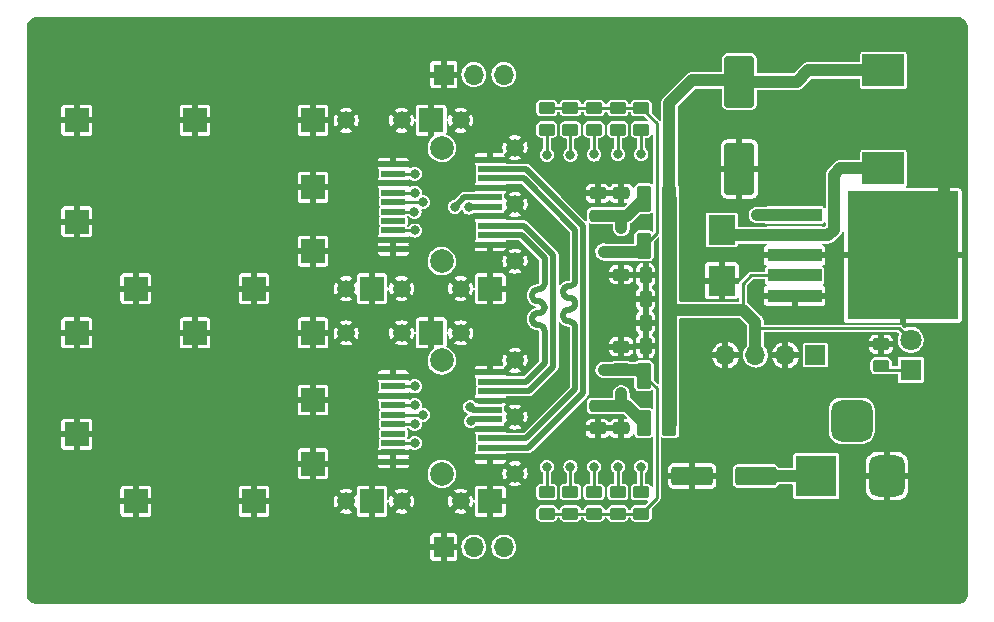
<source format=gbr>
%TF.GenerationSoftware,KiCad,Pcbnew,(6.0.5)*%
%TF.CreationDate,2022-06-11T19:55:53+02:00*%
%TF.ProjectId,SFP_Back2Back,5346505f-4261-4636-9b32-4261636b2e6b,2.0*%
%TF.SameCoordinates,Original*%
%TF.FileFunction,Copper,L1,Top*%
%TF.FilePolarity,Positive*%
%FSLAX46Y46*%
G04 Gerber Fmt 4.6, Leading zero omitted, Abs format (unit mm)*
G04 Created by KiCad (PCBNEW (6.0.5)) date 2022-06-11 19:55:53*
%MOMM*%
%LPD*%
G01*
G04 APERTURE LIST*
G04 Aperture macros list*
%AMRoundRect*
0 Rectangle with rounded corners*
0 $1 Rounding radius*
0 $2 $3 $4 $5 $6 $7 $8 $9 X,Y pos of 4 corners*
0 Add a 4 corners polygon primitive as box body*
4,1,4,$2,$3,$4,$5,$6,$7,$8,$9,$2,$3,0*
0 Add four circle primitives for the rounded corners*
1,1,$1+$1,$2,$3*
1,1,$1+$1,$4,$5*
1,1,$1+$1,$6,$7*
1,1,$1+$1,$8,$9*
0 Add four rect primitives between the rounded corners*
20,1,$1+$1,$2,$3,$4,$5,0*
20,1,$1+$1,$4,$5,$6,$7,0*
20,1,$1+$1,$6,$7,$8,$9,0*
20,1,$1+$1,$8,$9,$2,$3,0*%
G04 Aperture macros list end*
%TA.AperFunction,SMDPad,CuDef*%
%ADD10RoundRect,0.250000X0.375000X0.850000X-0.375000X0.850000X-0.375000X-0.850000X0.375000X-0.850000X0*%
%TD*%
%TA.AperFunction,ComponentPad*%
%ADD11R,2.000000X2.000000*%
%TD*%
%TA.AperFunction,ComponentPad*%
%ADD12C,1.500000*%
%TD*%
%TA.AperFunction,SMDPad,CuDef*%
%ADD13R,2.000000X0.500000*%
%TD*%
%TA.AperFunction,WasherPad*%
%ADD14C,2.000000*%
%TD*%
%TA.AperFunction,SMDPad,CuDef*%
%ADD15RoundRect,0.250000X0.250000X0.475000X-0.250000X0.475000X-0.250000X-0.475000X0.250000X-0.475000X0*%
%TD*%
%TA.AperFunction,SMDPad,CuDef*%
%ADD16RoundRect,0.250000X-0.475000X0.250000X-0.475000X-0.250000X0.475000X-0.250000X0.475000X0.250000X0*%
%TD*%
%TA.AperFunction,SMDPad,CuDef*%
%ADD17RoundRect,0.250000X0.475000X-0.250000X0.475000X0.250000X-0.475000X0.250000X-0.475000X-0.250000X0*%
%TD*%
%TA.AperFunction,ComponentPad*%
%ADD18R,3.500000X3.500000*%
%TD*%
%TA.AperFunction,ComponentPad*%
%ADD19RoundRect,0.750000X0.750000X1.000000X-0.750000X1.000000X-0.750000X-1.000000X0.750000X-1.000000X0*%
%TD*%
%TA.AperFunction,ComponentPad*%
%ADD20RoundRect,0.875000X0.875000X0.875000X-0.875000X0.875000X-0.875000X-0.875000X0.875000X-0.875000X0*%
%TD*%
%TA.AperFunction,ComponentPad*%
%ADD21R,1.800000X1.800000*%
%TD*%
%TA.AperFunction,ComponentPad*%
%ADD22C,1.800000*%
%TD*%
%TA.AperFunction,ComponentPad*%
%ADD23R,1.700000X1.700000*%
%TD*%
%TA.AperFunction,ComponentPad*%
%ADD24O,1.700000X1.700000*%
%TD*%
%TA.AperFunction,SMDPad,CuDef*%
%ADD25RoundRect,0.250000X0.450000X-0.262500X0.450000X0.262500X-0.450000X0.262500X-0.450000X-0.262500X0*%
%TD*%
%TA.AperFunction,SMDPad,CuDef*%
%ADD26RoundRect,0.250000X-0.450000X0.262500X-0.450000X-0.262500X0.450000X-0.262500X0.450000X0.262500X0*%
%TD*%
%TA.AperFunction,SMDPad,CuDef*%
%ADD27RoundRect,0.250000X1.500000X0.550000X-1.500000X0.550000X-1.500000X-0.550000X1.500000X-0.550000X0*%
%TD*%
%TA.AperFunction,SMDPad,CuDef*%
%ADD28R,3.600000X2.700000*%
%TD*%
%TA.AperFunction,SMDPad,CuDef*%
%ADD29RoundRect,0.250000X-1.000000X1.950000X-1.000000X-1.950000X1.000000X-1.950000X1.000000X1.950000X0*%
%TD*%
%TA.AperFunction,SMDPad,CuDef*%
%ADD30R,2.300000X2.500000*%
%TD*%
%TA.AperFunction,SMDPad,CuDef*%
%ADD31R,4.600000X1.100000*%
%TD*%
%TA.AperFunction,SMDPad,CuDef*%
%ADD32R,9.400000X10.800000*%
%TD*%
%TA.AperFunction,ViaPad*%
%ADD33C,0.800000*%
%TD*%
%TA.AperFunction,ViaPad*%
%ADD34C,0.600000*%
%TD*%
%TA.AperFunction,Conductor*%
%ADD35C,1.000000*%
%TD*%
%TA.AperFunction,Conductor*%
%ADD36C,0.500000*%
%TD*%
%TA.AperFunction,Conductor*%
%ADD37C,0.250000*%
%TD*%
%TA.AperFunction,Conductor*%
%ADD38C,1.300000*%
%TD*%
G04 APERTURE END LIST*
D10*
%TO.P,L201,1,1*%
%TO.N,+3V3*%
X234575000Y-119500000D03*
%TO.P,L201,2,2*%
%TO.N,/sfp_module_2/VCC_T*%
X232425000Y-119500000D03*
%TD*%
%TO.P,L202,1,1*%
%TO.N,+3V3*%
X234575000Y-115500000D03*
%TO.P,L202,2,2*%
%TO.N,/sfp_module_2/VCC_R*%
X232425000Y-115500000D03*
%TD*%
D11*
%TO.P,J301,CAGE,CAGE*%
%TO.N,GND*%
X214400000Y-126875000D03*
X204400000Y-132550000D03*
D12*
X211900000Y-126875000D03*
D11*
X204400000Y-137950000D03*
D12*
X221500000Y-134000000D03*
D11*
X209400000Y-141125000D03*
D12*
X216900000Y-126875000D03*
D11*
X199400000Y-141125000D03*
X184400000Y-126875000D03*
D12*
X207200000Y-126875000D03*
X216900000Y-141125000D03*
D11*
X184400000Y-135450000D03*
D12*
X221500000Y-129200000D03*
X211900000Y-141125000D03*
D11*
X204400000Y-126875000D03*
X194400000Y-126875000D03*
X189400000Y-141125000D03*
D12*
X221500000Y-138800000D03*
X207200000Y-141125000D03*
D11*
X219400000Y-141125000D03*
D13*
%TO.P,J301,20,VeeT*%
X219400000Y-130200000D03*
%TO.P,J301,19,TD-*%
%TO.N,/sfp_module_1/TX-*%
X219400000Y-131000000D03*
%TO.P,J301,18,TD+*%
%TO.N,/sfp_module_1/TX+*%
X219400000Y-131800000D03*
%TO.P,J301,17,VeeT*%
%TO.N,GND*%
X219400000Y-132600000D03*
%TO.P,J301,16,VccT*%
%TO.N,/sfp_module_1/VCC_T*%
X219400000Y-133400000D03*
%TO.P,J301,15,VccR*%
%TO.N,/sfp_module_1/VCC_R*%
X219400000Y-134200000D03*
%TO.P,J301,14,VeeR*%
%TO.N,GND*%
X219400000Y-135000000D03*
%TO.P,J301,13,RD+*%
%TO.N,/sfp_module_1/RX+*%
X219400000Y-135800000D03*
%TO.P,J301,12,RD-*%
%TO.N,/sfp_module_1/RX-*%
X219400000Y-136600000D03*
%TO.P,J301,11,VeeR*%
%TO.N,GND*%
X219400000Y-137400000D03*
%TO.P,J301,10,VeeR*%
X211200000Y-137800000D03*
%TO.P,J301,9,VeeR*%
X211200000Y-137000000D03*
%TO.P,J301,8,RX_LOS*%
%TO.N,/sfp_module_1/RX_LOS*%
X211200000Y-136200000D03*
%TO.P,J301,7,RATE_SELECT*%
%TO.N,unconnected-(J301-Pad7)*%
X211200000Y-135400000D03*
%TO.P,J301,6,MOD_DEF0*%
%TO.N,Net-(J301-Pad6)*%
X211200000Y-134600000D03*
%TO.P,J301,5,MOD_DEF1*%
%TO.N,/sfp_module_1/MOD_DEF1_SCL*%
X211200000Y-133800000D03*
%TO.P,J301,4,MOD_DEF2*%
%TO.N,/sfp_module_1/MOD_DEF2_SDA*%
X211200000Y-133000000D03*
%TO.P,J301,3,TX_DISABLE*%
%TO.N,GND*%
X211200000Y-132200000D03*
%TO.P,J301,2,TX_FAULT*%
%TO.N,/sfp_module_1/TX_FAULT*%
X211200000Y-131400000D03*
%TO.P,J301,1,VeeT*%
%TO.N,GND*%
X211200000Y-130600000D03*
D14*
%TO.P,J301,*%
%TO.N,*%
X215300000Y-138800000D03*
X215300000Y-129200000D03*
%TD*%
D15*
%TO.P,C201,1*%
%TO.N,+3V3*%
X234450000Y-124000000D03*
%TO.P,C201,2*%
%TO.N,GND*%
X232550000Y-124000000D03*
%TD*%
%TO.P,C202,1*%
%TO.N,+3V3*%
X234450000Y-122000000D03*
%TO.P,C202,2*%
%TO.N,GND*%
X232550000Y-122000000D03*
%TD*%
D16*
%TO.P,C203,1*%
%TO.N,/sfp_module_2/VCC_T*%
X230500000Y-120050000D03*
%TO.P,C203,2*%
%TO.N,GND*%
X230500000Y-121950000D03*
%TD*%
D17*
%TO.P,C204,1*%
%TO.N,/sfp_module_2/VCC_R*%
X230500000Y-116950000D03*
%TO.P,C204,2*%
%TO.N,GND*%
X230500000Y-115050000D03*
%TD*%
%TO.P,C205,1*%
%TO.N,/sfp_module_2/VCC_R*%
X228500000Y-116950000D03*
%TO.P,C205,2*%
%TO.N,GND*%
X228500000Y-115050000D03*
%TD*%
D16*
%TO.P,C304,1*%
%TO.N,/sfp_module_1/VCC_R*%
X230500000Y-133050000D03*
%TO.P,C304,2*%
%TO.N,GND*%
X230500000Y-134950000D03*
%TD*%
D12*
%TO.P,J201,CAGE,CAGE*%
%TO.N,GND*%
X207200000Y-123125000D03*
X221500000Y-116000000D03*
D11*
X209400000Y-123125000D03*
X219400000Y-123125000D03*
X189400000Y-123125000D03*
D12*
X221500000Y-111200000D03*
D11*
X214400000Y-108875000D03*
D12*
X221500000Y-120800000D03*
D11*
X204400000Y-119950000D03*
X204400000Y-114550000D03*
X184400000Y-108875000D03*
D12*
X216900000Y-123125000D03*
D11*
X194400000Y-108875000D03*
X199400000Y-123125000D03*
D12*
X211900000Y-123125000D03*
D11*
X184400000Y-117450000D03*
X204400000Y-108875000D03*
D12*
X207200000Y-108875000D03*
X211900000Y-108875000D03*
X216900000Y-108875000D03*
D13*
%TO.P,J201,20,VeeT*%
X219400000Y-112200000D03*
%TO.P,J201,19,TD-*%
%TO.N,/sfp_module_1/RX-*%
X219400000Y-113000000D03*
%TO.P,J201,18,TD+*%
%TO.N,/sfp_module_1/RX+*%
X219400000Y-113800000D03*
%TO.P,J201,17,VeeT*%
%TO.N,GND*%
X219400000Y-114600000D03*
%TO.P,J201,16,VccT*%
%TO.N,/sfp_module_2/VCC_T*%
X219400000Y-115400000D03*
%TO.P,J201,15,VccR*%
%TO.N,/sfp_module_2/VCC_R*%
X219400000Y-116200000D03*
%TO.P,J201,14,VeeR*%
%TO.N,GND*%
X219400000Y-117000000D03*
%TO.P,J201,13,RD+*%
%TO.N,/sfp_module_1/TX+*%
X219400000Y-117800000D03*
%TO.P,J201,12,RD-*%
%TO.N,/sfp_module_1/TX-*%
X219400000Y-118600000D03*
%TO.P,J201,11,VeeR*%
%TO.N,GND*%
X219400000Y-119400000D03*
%TO.P,J201,10,VeeR*%
X211200000Y-119800000D03*
%TO.P,J201,9,VeeR*%
X211200000Y-119000000D03*
%TO.P,J201,8,RX_LOS*%
%TO.N,/sfp_module_2/RX_LOS*%
X211200000Y-118200000D03*
%TO.P,J201,7,RATE_SELECT*%
%TO.N,unconnected-(J201-Pad7)*%
X211200000Y-117400000D03*
%TO.P,J201,6,MOD_DEF0*%
%TO.N,Net-(J201-Pad6)*%
X211200000Y-116600000D03*
%TO.P,J201,5,MOD_DEF1*%
%TO.N,/sfp_module_2/MOD_DEF1_SCL*%
X211200000Y-115800000D03*
%TO.P,J201,4,MOD_DEF2*%
%TO.N,/sfp_module_2/MOD_DEF2_SDA*%
X211200000Y-115000000D03*
%TO.P,J201,3,TX_DISABLE*%
%TO.N,GND*%
X211200000Y-114200000D03*
%TO.P,J201,2,TX_FAULT*%
%TO.N,/sfp_module_2/TX_FAULT*%
X211200000Y-113400000D03*
%TO.P,J201,1,VeeT*%
%TO.N,GND*%
X211200000Y-112600000D03*
D14*
%TO.P,J201,*%
%TO.N,*%
X215300000Y-120800000D03*
X215300000Y-111200000D03*
%TD*%
D17*
%TO.P,C303,1*%
%TO.N,/sfp_module_1/VCC_T*%
X230500000Y-129950000D03*
%TO.P,C303,2*%
%TO.N,GND*%
X230500000Y-128050000D03*
%TD*%
D10*
%TO.P,L302,1,1*%
%TO.N,+3V3*%
X234575000Y-134500000D03*
%TO.P,L302,2,2*%
%TO.N,/sfp_module_1/VCC_R*%
X232425000Y-134500000D03*
%TD*%
D16*
%TO.P,C305,1*%
%TO.N,/sfp_module_1/VCC_R*%
X228500000Y-133050000D03*
%TO.P,C305,2*%
%TO.N,GND*%
X228500000Y-134950000D03*
%TD*%
D10*
%TO.P,L301,1,1*%
%TO.N,+3V3*%
X234575000Y-130500000D03*
%TO.P,L301,2,2*%
%TO.N,/sfp_module_1/VCC_T*%
X232425000Y-130500000D03*
%TD*%
D15*
%TO.P,C302,1*%
%TO.N,+3V3*%
X234450000Y-128000000D03*
%TO.P,C302,2*%
%TO.N,GND*%
X232550000Y-128000000D03*
%TD*%
%TO.P,C301,1*%
%TO.N,+3V3*%
X234450000Y-126000000D03*
%TO.P,C301,2*%
%TO.N,GND*%
X232550000Y-126000000D03*
%TD*%
D18*
%TO.P,J101,1*%
%TO.N,/Vin*%
X247000000Y-139000000D03*
D19*
%TO.P,J101,2*%
%TO.N,GND*%
X253000000Y-139000000D03*
D20*
%TO.P,J101,3*%
%TO.N,unconnected-(J101-Pad3)*%
X250000000Y-134300000D03*
%TD*%
D21*
%TO.P,D103,1,K*%
%TO.N,Net-(D103-Pad1)*%
X255000000Y-130000000D03*
D22*
%TO.P,D103,2,A*%
%TO.N,+3V3*%
X255000000Y-127460000D03*
%TD*%
D23*
%TO.P,J1,1,Pin_1*%
%TO.N,/Vin*%
X246940000Y-128750000D03*
D24*
%TO.P,J1,2,Pin_2*%
%TO.N,GND*%
X244400000Y-128750000D03*
%TO.P,J1,3,Pin_3*%
%TO.N,+3V3*%
X241860000Y-128750000D03*
%TO.P,J1,4,Pin_4*%
%TO.N,GND*%
X239320000Y-128750000D03*
%TD*%
D23*
%TO.P,J2,1,Pin_1*%
%TO.N,GND*%
X215475000Y-145000000D03*
D24*
%TO.P,J2,2,Pin_2*%
%TO.N,/sfp_module_1/MOD_DEF1_SCL*%
X218015000Y-145000000D03*
%TO.P,J2,3,Pin_3*%
%TO.N,/sfp_module_1/MOD_DEF2_SDA*%
X220555000Y-145000000D03*
%TD*%
D25*
%TO.P,R101,1*%
%TO.N,Net-(D103-Pad1)*%
X252500000Y-129662500D03*
%TO.P,R101,2*%
%TO.N,GND*%
X252500000Y-127837500D03*
%TD*%
%TO.P,R202,1*%
%TO.N,/sfp_module_2/MOD_DEF1_SCL*%
X228196000Y-109656500D03*
%TO.P,R202,2*%
%TO.N,/sfp_module_2/VCC_T*%
X228196000Y-107831500D03*
%TD*%
D26*
%TO.P,R301,1*%
%TO.N,/sfp_module_1/MOD_DEF2_SDA*%
X230196000Y-140343500D03*
%TO.P,R301,2*%
%TO.N,/sfp_module_1/VCC_T*%
X230196000Y-142168500D03*
%TD*%
D25*
%TO.P,R204,1*%
%TO.N,/sfp_module_2/RX_LOS*%
X232196000Y-109656500D03*
%TO.P,R204,2*%
%TO.N,/sfp_module_2/VCC_T*%
X232196000Y-107831500D03*
%TD*%
D27*
%TO.P,C101,2*%
%TO.N,GND*%
X236500000Y-139000000D03*
%TO.P,C101,1*%
%TO.N,/Vin*%
X241900000Y-139000000D03*
%TD*%
D28*
%TO.P,L101,1,1*%
%TO.N,Net-(D101-Pad1)*%
X252700000Y-112950000D03*
%TO.P,L101,2,2*%
%TO.N,+3V3*%
X252700000Y-104650000D03*
%TD*%
D25*
%TO.P,R305,1*%
%TO.N,/sfp_module_1/VCC_T*%
X232196000Y-142168500D03*
%TO.P,R305,2*%
%TO.N,/sfp_module_1/TX_FAULT*%
X232196000Y-140343500D03*
%TD*%
D26*
%TO.P,R304,1*%
%TO.N,/sfp_module_1/RX_LOS*%
X224196000Y-140343500D03*
%TO.P,R304,2*%
%TO.N,/sfp_module_1/VCC_T*%
X224196000Y-142168500D03*
%TD*%
D25*
%TO.P,R203,1*%
%TO.N,Net-(J201-Pad6)*%
X230196000Y-109656500D03*
%TO.P,R203,2*%
%TO.N,/sfp_module_2/VCC_T*%
X230196000Y-107831500D03*
%TD*%
D23*
%TO.P,J3,1,Pin_1*%
%TO.N,GND*%
X215475000Y-105000000D03*
D24*
%TO.P,J3,2,Pin_2*%
%TO.N,/sfp_module_2/MOD_DEF1_SCL*%
X218015000Y-105000000D03*
%TO.P,J3,3,Pin_3*%
%TO.N,/sfp_module_2/MOD_DEF2_SDA*%
X220555000Y-105000000D03*
%TD*%
D29*
%TO.P,C102,2*%
%TO.N,GND*%
X240500000Y-113000000D03*
%TO.P,C102,1*%
%TO.N,+3V3*%
X240500000Y-105600000D03*
%TD*%
D26*
%TO.P,R303,1*%
%TO.N,Net-(J301-Pad6)*%
X226196000Y-140343500D03*
%TO.P,R303,2*%
%TO.N,/sfp_module_1/VCC_T*%
X226196000Y-142168500D03*
%TD*%
D30*
%TO.P,D101,1,K*%
%TO.N,Net-(D101-Pad1)*%
X239000000Y-118150000D03*
%TO.P,D101,2,A*%
%TO.N,GND*%
X239000000Y-122450000D03*
%TD*%
D25*
%TO.P,R201,1*%
%TO.N,/sfp_module_2/MOD_DEF2_SDA*%
X226196000Y-109656500D03*
%TO.P,R201,2*%
%TO.N,/sfp_module_2/VCC_T*%
X226196000Y-107831500D03*
%TD*%
D26*
%TO.P,R302,1*%
%TO.N,/sfp_module_1/MOD_DEF1_SCL*%
X228196000Y-140343500D03*
%TO.P,R302,2*%
%TO.N,/sfp_module_1/VCC_T*%
X228196000Y-142168500D03*
%TD*%
%TO.P,R205,1*%
%TO.N,/sfp_module_2/VCC_T*%
X224196000Y-107831500D03*
%TO.P,R205,2*%
%TO.N,/sfp_module_2/TX_FAULT*%
X224196000Y-109656500D03*
%TD*%
D31*
%TO.P,U1,5,~{ON}/OFF*%
%TO.N,GND*%
X245175000Y-123710000D03*
%TO.P,U1,4,FB*%
%TO.N,+3V3*%
X245175000Y-122010000D03*
D32*
%TO.P,U1,3,GND*%
%TO.N,GND*%
X254325000Y-120310000D03*
D31*
X245175000Y-120310000D03*
%TO.P,U1,2,OUT*%
%TO.N,Net-(D101-Pad1)*%
X245175000Y-118610000D03*
%TO.P,U1,1,VIN*%
%TO.N,/Vin*%
X245175000Y-116910000D03*
%TD*%
D33*
%TO.N,GND*%
X253800000Y-149000000D03*
X233000000Y-149000000D03*
X191400000Y-149000000D03*
X201800000Y-149000000D03*
X243400000Y-149000000D03*
X238200000Y-149000000D03*
X248600000Y-149000000D03*
X227800000Y-149000000D03*
X212200000Y-149000000D03*
X259000000Y-149000000D03*
X217400000Y-149000000D03*
X186200000Y-149000000D03*
X196600000Y-149000000D03*
X222600000Y-149000000D03*
X207000000Y-149000000D03*
X181000000Y-149000000D03*
D34*
X181000000Y-121000000D03*
D33*
X196600000Y-101000000D03*
D34*
X240000000Y-144000000D03*
X252000000Y-108000000D03*
X258000000Y-112000000D03*
X240000000Y-136000000D03*
X248000000Y-146000000D03*
X231000000Y-126000000D03*
D33*
X207000000Y-101000000D03*
D34*
X234000000Y-146000000D03*
D33*
X248600000Y-101000000D03*
D34*
X240000000Y-142000000D03*
D33*
X253800000Y-101000000D03*
D34*
X234000000Y-144000000D03*
X244000000Y-114000000D03*
X254000000Y-132000000D03*
X236000000Y-146000000D03*
D33*
X201800000Y-101000000D03*
D34*
X256000000Y-134000000D03*
X244000000Y-104000000D03*
X248000000Y-108000000D03*
X254000000Y-146000000D03*
D33*
X181000000Y-101000000D03*
D34*
X248000000Y-142000000D03*
X229000000Y-124000000D03*
X181000000Y-109000000D03*
X236000000Y-128000000D03*
X244000000Y-112000000D03*
D33*
X229200000Y-139100000D03*
D34*
X240000000Y-116000000D03*
X240000000Y-132000000D03*
X258000000Y-140000000D03*
X258000000Y-138000000D03*
D33*
X227800000Y-101000000D03*
D34*
X181000000Y-133000000D03*
X256000000Y-110000000D03*
X246000000Y-134000000D03*
X254000000Y-134000000D03*
X258000000Y-106000000D03*
X250000000Y-140000000D03*
X248000000Y-144000000D03*
X246000000Y-142000000D03*
X240000000Y-120000000D03*
X252000000Y-132000000D03*
X236000000Y-136000000D03*
X181000000Y-141000000D03*
X236000000Y-142000000D03*
X181000000Y-137000000D03*
X238000000Y-132000000D03*
X250000000Y-124000000D03*
D33*
X243400000Y-101000000D03*
D34*
X238000000Y-136000000D03*
X236000000Y-144000000D03*
X258000000Y-116000000D03*
X236000000Y-120000000D03*
X181000000Y-117000000D03*
X246000000Y-136000000D03*
X256000000Y-138000000D03*
X256000000Y-114000000D03*
X250000000Y-138000000D03*
X246000000Y-114000000D03*
X256000000Y-132000000D03*
X258000000Y-114000000D03*
X238000000Y-142000000D03*
X181000000Y-125000000D03*
X244000000Y-132000000D03*
X248000000Y-106000000D03*
X238000000Y-146000000D03*
X254000000Y-124000000D03*
D33*
X212200000Y-101000000D03*
D34*
X238000000Y-108000000D03*
X246000000Y-110000000D03*
X256000000Y-104000000D03*
X258000000Y-136000000D03*
X236000000Y-122000000D03*
X250000000Y-116000000D03*
X234000000Y-104000000D03*
X242000000Y-120000000D03*
X250000000Y-120000000D03*
X256000000Y-108000000D03*
X242000000Y-144000000D03*
D33*
X186200000Y-101000000D03*
D34*
X258000000Y-134000000D03*
X256000000Y-106000000D03*
X242000000Y-110000000D03*
X236000000Y-134000000D03*
X238000000Y-112000000D03*
X240000000Y-146000000D03*
X252000000Y-110000000D03*
X254000000Y-120000000D03*
X258000000Y-146000000D03*
X258000000Y-120000000D03*
X236000000Y-126000000D03*
X238000000Y-110000000D03*
D33*
X259000000Y-101000000D03*
D34*
X256000000Y-144000000D03*
X240000000Y-126000000D03*
X246000000Y-144000000D03*
X250000000Y-132000000D03*
X244000000Y-144000000D03*
X254000000Y-136000000D03*
X250000000Y-144000000D03*
X234000000Y-106000000D03*
X238000000Y-114000000D03*
D33*
X233000000Y-101000000D03*
D34*
X256000000Y-112000000D03*
X242000000Y-124000000D03*
X256000000Y-140000000D03*
X244000000Y-136000000D03*
X181000000Y-113000000D03*
X256000000Y-136000000D03*
D33*
X217400000Y-101000000D03*
D34*
X238000000Y-126000000D03*
X238000000Y-120000000D03*
X236000000Y-116000000D03*
X250000000Y-106000000D03*
X258000000Y-142000000D03*
X244000000Y-142000000D03*
X252000000Y-144000000D03*
X258000000Y-124000000D03*
X236000000Y-118000000D03*
X242000000Y-132000000D03*
X254000000Y-108000000D03*
X236000000Y-108000000D03*
X252000000Y-142000000D03*
X258000000Y-144000000D03*
X238000000Y-144000000D03*
X256005907Y-145999999D03*
X246000000Y-108000000D03*
X242000000Y-142000000D03*
X238000000Y-104000000D03*
X231000000Y-124000000D03*
X236000000Y-130000000D03*
X242000000Y-134000000D03*
X258000000Y-110000000D03*
X250000000Y-142000000D03*
X244000000Y-146000000D03*
X242000000Y-136000000D03*
X250000000Y-146000000D03*
X246000000Y-132000000D03*
X229000000Y-122000000D03*
X181000000Y-145000000D03*
X250000000Y-128000000D03*
X250000000Y-130000000D03*
X258000000Y-108000000D03*
X258000000Y-132000000D03*
X254000000Y-142000000D03*
X236000000Y-112000000D03*
X256000000Y-142000000D03*
D33*
X222600000Y-101000000D03*
D34*
X258000000Y-104000000D03*
X229000000Y-126000000D03*
X181000000Y-129000000D03*
X250000000Y-110000000D03*
X238000000Y-134000000D03*
X236000000Y-132000000D03*
D33*
X238200000Y-101000000D03*
X191400000Y-101000000D03*
D34*
X242000000Y-146000000D03*
X250000000Y-108000000D03*
X244000000Y-108000000D03*
X238000000Y-116000000D03*
X254000000Y-144000000D03*
X240000000Y-134000000D03*
X244000000Y-110000000D03*
X246000000Y-146000000D03*
X236000000Y-104000000D03*
X244000000Y-134000000D03*
X252000000Y-146000000D03*
D33*
X227200000Y-106500000D03*
D34*
X246000000Y-112000000D03*
X253990842Y-109997120D03*
X229000000Y-128000000D03*
X248000000Y-110000000D03*
X234000000Y-142000000D03*
X181000000Y-105000000D03*
X254000000Y-116000000D03*
X236000000Y-114000000D03*
X236000000Y-110000000D03*
X240000000Y-110000000D03*
D33*
%TO.N,/sfp_module_2/VCC_T*%
X216400000Y-116200000D03*
X229000000Y-120000000D03*
%TO.N,/sfp_module_2/VCC_R*%
X217600000Y-116250000D03*
X230500000Y-118000000D03*
%TO.N,/sfp_module_2/RX_LOS*%
X213000000Y-118200000D03*
X232196000Y-111742000D03*
%TO.N,/sfp_module_2/TX_FAULT*%
X213000000Y-113400000D03*
X224188000Y-111792000D03*
%TO.N,/sfp_module_1/VCC_T*%
X217716442Y-133152908D03*
X229000000Y-130000000D03*
%TO.N,/sfp_module_1/VCC_R*%
X217754200Y-134353300D03*
X230500000Y-132000000D03*
%TO.N,/sfp_module_1/RX_LOS*%
X213000000Y-136200000D03*
X224196000Y-138208000D03*
%TO.N,/sfp_module_1/TX_FAULT*%
X232196000Y-138208000D03*
X213000000Y-131400000D03*
%TO.N,Net-(J201-Pad6)*%
X230196000Y-111744000D03*
X212988462Y-116613969D03*
%TO.N,/sfp_module_1/MOD_DEF1_SCL*%
X228196000Y-138208000D03*
X213700000Y-133800000D03*
%TO.N,Net-(J301-Pad6)*%
X213000000Y-134600000D03*
X226196000Y-138208000D03*
%TO.N,/sfp_module_1/MOD_DEF2_SDA*%
X213000000Y-133000000D03*
X230196000Y-138208000D03*
%TO.N,/Vin*%
X242000000Y-116900000D03*
%TO.N,/sfp_module_2/MOD_DEF1_SCL*%
X213700000Y-115800000D03*
X228196000Y-111767000D03*
%TO.N,/sfp_module_2/MOD_DEF2_SDA*%
X226196000Y-111788000D03*
X213000000Y-115000000D03*
%TD*%
D35*
%TO.N,GND*%
X257800000Y-115200000D02*
X257800000Y-114200000D01*
X257700000Y-115800000D02*
X257800000Y-115700000D01*
D36*
%TO.N,/sfp_module_1/RX-*%
X219400000Y-136600000D02*
X222639965Y-136600000D01*
X227300011Y-117860046D02*
X222439965Y-113000000D01*
X227300011Y-131939954D02*
X227300011Y-117860046D01*
X222639965Y-136600000D02*
X227300011Y-131939954D01*
X222439965Y-113000000D02*
X219400000Y-113000000D01*
%TO.N,/sfp_module_1/RX+*%
X225686317Y-125088255D02*
X225626748Y-125183058D01*
X226550485Y-124616941D02*
X226490916Y-124711744D01*
X226100000Y-125900000D02*
X226211261Y-125912536D01*
X225686317Y-123088255D02*
X225626748Y-123183058D01*
X226587464Y-122511260D02*
X226550485Y-122616941D01*
X226316942Y-122850484D02*
X226211261Y-122887463D01*
X225589769Y-125288739D02*
X225577232Y-125400000D01*
X226550485Y-124183058D02*
X226587464Y-124288739D01*
X226100000Y-122900000D02*
X226077232Y-122900000D01*
X226077232Y-124900000D02*
X225965972Y-124912536D01*
X226077232Y-125900000D02*
X226100000Y-125900000D01*
X226316942Y-124850484D02*
X226211261Y-124887463D01*
X226600000Y-124400000D02*
X226587464Y-124511260D01*
X226211261Y-125912536D02*
X226316942Y-125949515D01*
X226411745Y-126009084D02*
X226490916Y-126088255D01*
X225589769Y-123288739D02*
X225577232Y-123400000D01*
X226316942Y-125949515D02*
X226411745Y-126009084D01*
X225860291Y-125850484D02*
X225965972Y-125887463D01*
X226211261Y-122887463D02*
X226100000Y-122900000D01*
X226600000Y-118149305D02*
X226600000Y-122400000D01*
X226490916Y-126088255D02*
X226550485Y-126183058D01*
X219400000Y-113800000D02*
X222250695Y-113800000D01*
X226490916Y-122711744D02*
X226411745Y-122790915D01*
X226411745Y-122790915D02*
X226316942Y-122850484D01*
X226077232Y-122900000D02*
X225965972Y-122912536D01*
X226550485Y-122616941D02*
X226490916Y-122711744D01*
X225626748Y-125183058D02*
X225589769Y-125288739D01*
X222250695Y-113800000D02*
X226600000Y-118149305D01*
X226411745Y-124790915D02*
X226316942Y-124850484D01*
X225965972Y-125887463D02*
X226077232Y-125900000D01*
X225626748Y-125616941D02*
X225686317Y-125711744D01*
X226077232Y-123900000D02*
X226100000Y-123900000D01*
X225765488Y-125790915D02*
X225860291Y-125850484D01*
X226490916Y-124088255D02*
X226550485Y-124183058D01*
X226587464Y-126288739D02*
X226600000Y-126400000D01*
X225765488Y-123009084D02*
X225686317Y-123088255D01*
X225577232Y-123400000D02*
X225589769Y-123511260D01*
X225860291Y-122949515D02*
X225765488Y-123009084D01*
X226411745Y-124009084D02*
X226490916Y-124088255D01*
X225765488Y-125009084D02*
X225686317Y-125088255D01*
X225626748Y-123183058D02*
X225589769Y-123288739D01*
X226550485Y-126183058D02*
X226587464Y-126288739D01*
X225765488Y-123790915D02*
X225860291Y-123850484D01*
X226490916Y-124711744D02*
X226411745Y-124790915D01*
X225860291Y-124949515D02*
X225765488Y-125009084D01*
X225686317Y-125711744D02*
X225765488Y-125790915D01*
X226211261Y-123912536D02*
X226316942Y-123949515D01*
X225626748Y-123616941D02*
X225686317Y-123711744D01*
X225860291Y-123850484D02*
X225965972Y-123887463D01*
X225589769Y-123511260D02*
X225626748Y-123616941D01*
X226600000Y-122400000D02*
X226587464Y-122511260D01*
X226587464Y-124511260D02*
X226550485Y-124616941D01*
X225577232Y-125400000D02*
X225589769Y-125511260D01*
X226100000Y-123900000D02*
X226211261Y-123912536D01*
X226600000Y-131650695D02*
X222450695Y-135800000D01*
X225965972Y-124912536D02*
X225860291Y-124949515D01*
X225965972Y-123887463D02*
X226077232Y-123900000D01*
X226100000Y-124900000D02*
X226077232Y-124900000D01*
X226211261Y-124887463D02*
X226100000Y-124900000D01*
X226600000Y-126400000D02*
X226600000Y-131650695D01*
X222450695Y-135800000D02*
X219400000Y-135800000D01*
X226316942Y-123949515D02*
X226411745Y-124009084D01*
X225965972Y-122912536D02*
X225860291Y-122949515D01*
X226587464Y-124288739D02*
X226600000Y-124400000D01*
X225589769Y-125511260D02*
X225626748Y-125616941D01*
X225686317Y-123711744D02*
X225765488Y-123790915D01*
D35*
%TO.N,/sfp_module_2/VCC_T*%
X230500000Y-120050000D02*
X229050000Y-120050000D01*
D37*
X233500000Y-118425000D02*
X232425000Y-119500000D01*
D36*
X219400000Y-115400000D02*
X217200000Y-115400000D01*
D35*
X231875000Y-120050000D02*
X232425000Y-119500000D01*
D37*
X232196000Y-107831500D02*
X224196000Y-107831500D01*
X233500000Y-109135500D02*
X233500000Y-118425000D01*
D36*
X217200000Y-115400000D02*
X216400000Y-116200000D01*
D35*
X230500000Y-120050000D02*
X231875000Y-120050000D01*
D37*
X232196000Y-107831500D02*
X233500000Y-109135500D01*
D35*
X229050000Y-120050000D02*
X229000000Y-120000000D01*
D36*
%TO.N,/sfp_module_2/VCC_R*%
X217650000Y-116200000D02*
X217600000Y-116250000D01*
D35*
X232425000Y-115500000D02*
X230975000Y-116950000D01*
X230500000Y-116950000D02*
X230500000Y-118000000D01*
X230500000Y-116950000D02*
X228500000Y-116950000D01*
X230975000Y-116950000D02*
X230500000Y-116950000D01*
D36*
X219400000Y-116200000D02*
X217650000Y-116200000D01*
D35*
%TO.N,Net-(D101-Pad1)*%
X249050000Y-112950000D02*
X252700000Y-112950000D01*
X245175000Y-118610000D02*
X239460000Y-118610000D01*
D38*
X239460000Y-118610000D02*
X239000000Y-118150000D01*
D35*
X245175000Y-118610000D02*
X248024022Y-118610000D01*
X248024022Y-118610000D02*
X248500000Y-118134022D01*
X248500000Y-118134022D02*
X248500000Y-113500000D01*
X248500000Y-113500000D02*
X249050000Y-112950000D01*
D37*
%TO.N,/sfp_module_2/RX_LOS*%
X232196000Y-109656500D02*
X232196000Y-111742000D01*
X211200000Y-118200000D02*
X213000000Y-118200000D01*
%TO.N,/sfp_module_2/TX_FAULT*%
X213000000Y-113400000D02*
X211200000Y-113400000D01*
X224188000Y-111792000D02*
X224188000Y-109664500D01*
X224188000Y-109664500D02*
X224196000Y-109656500D01*
D35*
%TO.N,/sfp_module_1/VCC_T*%
X229000000Y-130000000D02*
X231925000Y-130000000D01*
D37*
X233500000Y-140864500D02*
X233500000Y-131575000D01*
D35*
X231925000Y-130000000D02*
X232425000Y-130500000D01*
D37*
X232196000Y-142168500D02*
X233500000Y-140864500D01*
D36*
X219400000Y-133400000D02*
X217963534Y-133400000D01*
D37*
X232196000Y-142168500D02*
X224196000Y-142168500D01*
D36*
X217963534Y-133400000D02*
X217716442Y-133152908D01*
D37*
X233500000Y-131575000D02*
X232425000Y-130500000D01*
D36*
%TO.N,/sfp_module_1/VCC_R*%
X219400000Y-134200000D02*
X217907500Y-134200000D01*
D35*
X230500000Y-133050000D02*
X230975000Y-133050000D01*
X228500000Y-133050000D02*
X230500000Y-133050000D01*
X230500000Y-132000000D02*
X230500000Y-133050000D01*
D36*
X217907500Y-134200000D02*
X217754200Y-134353300D01*
D35*
X230975000Y-133050000D02*
X232425000Y-134500000D01*
D37*
%TO.N,/sfp_module_1/RX_LOS*%
X213000000Y-136200000D02*
X211200000Y-136200000D01*
X224196000Y-138208000D02*
X224196000Y-140343500D01*
%TO.N,/sfp_module_1/TX_FAULT*%
X213000000Y-131400000D02*
X211200000Y-131400000D01*
X232196000Y-138208000D02*
X232196000Y-140343500D01*
%TO.N,+3V3*%
X240800000Y-124900000D02*
X240825000Y-124925000D01*
D35*
X236500000Y-105500000D02*
X240400000Y-105500000D01*
X234575000Y-107425000D02*
X236500000Y-105500000D01*
X241860000Y-128750000D02*
X241860000Y-125960000D01*
D37*
X254040000Y-126500000D02*
X255000000Y-127460000D01*
X245175000Y-122010000D02*
X241490000Y-122010000D01*
X241490000Y-122010000D02*
X240800000Y-122700000D01*
X254040000Y-126500000D02*
X242220000Y-126500000D01*
D35*
X245400000Y-105600000D02*
X246350000Y-104650000D01*
D38*
X234575000Y-124925000D02*
X234575000Y-134500000D01*
D35*
X241860000Y-125960000D02*
X240825000Y-124925000D01*
X240500000Y-105600000D02*
X245400000Y-105600000D01*
D37*
X240800000Y-122700000D02*
X240800000Y-124900000D01*
D35*
X240825000Y-124925000D02*
X234575000Y-124925000D01*
D38*
X234575000Y-115500000D02*
X234575000Y-124925000D01*
D35*
X234575000Y-115500000D02*
X234575000Y-107425000D01*
X246350000Y-104650000D02*
X252700000Y-104650000D01*
D38*
X240400000Y-105500000D02*
X240500000Y-105600000D01*
D37*
%TO.N,Net-(D103-Pad1)*%
X255000000Y-130000000D02*
X252837500Y-130000000D01*
X252837500Y-130000000D02*
X252500000Y-129662500D01*
%TO.N,Net-(J201-Pad6)*%
X230196000Y-109656500D02*
X230196000Y-111744000D01*
X212974493Y-116600000D02*
X211200000Y-116600000D01*
X212988462Y-116613969D02*
X212974493Y-116600000D01*
%TO.N,/sfp_module_1/MOD_DEF1_SCL*%
X228196000Y-138208000D02*
X228196000Y-140343500D01*
X213700000Y-133800000D02*
X211200000Y-133800000D01*
%TO.N,Net-(J301-Pad6)*%
X226196000Y-138208000D02*
X226196000Y-140343500D01*
X213000000Y-134600000D02*
X211200000Y-134600000D01*
%TO.N,/sfp_module_1/MOD_DEF2_SDA*%
X230196000Y-138208000D02*
X230196000Y-140343500D01*
X213000000Y-133000000D02*
X211200000Y-133000000D01*
D35*
%TO.N,/Vin*%
X241900000Y-139000000D02*
X247000000Y-139000000D01*
X242000000Y-116900000D02*
X245165000Y-116900000D01*
D37*
%TO.N,/sfp_module_2/MOD_DEF1_SCL*%
X228196000Y-111767000D02*
X228196000Y-109656500D01*
X213700000Y-115800000D02*
X211200000Y-115800000D01*
%TO.N,/sfp_module_2/MOD_DEF2_SDA*%
X213000000Y-115000000D02*
X211200000Y-115000000D01*
X226196000Y-109656500D02*
X226196000Y-111788000D01*
D36*
%TO.N,/sfp_module_1/TX-*%
X223500000Y-125200000D02*
X223611261Y-125187463D01*
X223987464Y-122811260D02*
X224000000Y-122700000D01*
X223500000Y-123200000D02*
X223611261Y-123187463D01*
X223451395Y-125200000D02*
X223500000Y-125200000D01*
X223340135Y-124187463D02*
X223234454Y-124150484D01*
X223234454Y-123249515D02*
X223340135Y-123212536D01*
X223340135Y-125212536D02*
X223451395Y-125200000D01*
X223950485Y-124916941D02*
X223987464Y-124811260D01*
X223811745Y-123090915D02*
X223890916Y-123011744D01*
X224000000Y-124700000D02*
X223987464Y-124588739D01*
X223234454Y-124150484D02*
X223139651Y-124090915D01*
X223716942Y-124249515D02*
X223611261Y-124212536D01*
X223000911Y-125483058D02*
X223060480Y-125388255D01*
X223987464Y-126588739D02*
X223950485Y-126483058D01*
X223060480Y-124011744D02*
X223000911Y-123916941D01*
X223611261Y-124212536D02*
X223500000Y-124200000D01*
X223451395Y-126200000D02*
X223340135Y-126187463D01*
X222963932Y-123811260D02*
X222951395Y-123700000D01*
X223987464Y-124588739D02*
X223950485Y-124483058D01*
X222419668Y-131000000D02*
X224000000Y-129419668D01*
X219400000Y-131000000D02*
X222419668Y-131000000D01*
X223890916Y-125011744D02*
X223950485Y-124916941D01*
X223811745Y-124309084D02*
X223716942Y-124249515D01*
X223611261Y-126212536D02*
X223500000Y-126200000D01*
X223139651Y-123309084D02*
X223234454Y-123249515D01*
X223139651Y-125309084D02*
X223234454Y-125249515D01*
X223000911Y-123483058D02*
X223060480Y-123388255D01*
X224000000Y-129419668D02*
X224000000Y-126700000D01*
X223890916Y-126388255D02*
X223811745Y-126309084D01*
X223451395Y-124200000D02*
X223340135Y-124187463D01*
X223611261Y-125187463D02*
X223716942Y-125150484D01*
X223811745Y-125090915D02*
X223890916Y-125011744D01*
X223000911Y-123916941D02*
X222963932Y-123811260D01*
X223060480Y-126011744D02*
X223000911Y-125916941D01*
X224000000Y-122700000D02*
X224000000Y-120546418D01*
X223234454Y-126150484D02*
X223139651Y-126090915D01*
X223451395Y-123200000D02*
X223500000Y-123200000D01*
X223340135Y-126187463D02*
X223234454Y-126150484D01*
X222951395Y-125700000D02*
X222963932Y-125588739D01*
X223139651Y-124090915D02*
X223060480Y-124011744D01*
X223234454Y-125249515D02*
X223340135Y-125212536D01*
X223811745Y-126309084D02*
X223716942Y-126249515D01*
X223987464Y-124811260D02*
X224000000Y-124700000D01*
X224000000Y-126700000D02*
X223987464Y-126588739D01*
X223611261Y-123187463D02*
X223716942Y-123150484D01*
X223890916Y-124388255D02*
X223811745Y-124309084D01*
X223950485Y-122916941D02*
X223987464Y-122811260D01*
X223340135Y-123212536D02*
X223451395Y-123200000D01*
X223500000Y-124200000D02*
X223451395Y-124200000D01*
X222963932Y-123588739D02*
X223000911Y-123483058D01*
X223060480Y-123388255D02*
X223139651Y-123309084D01*
X222963932Y-125588739D02*
X223000911Y-125483058D01*
X224000000Y-120546418D02*
X222053582Y-118600000D01*
X223950485Y-124483058D02*
X223890916Y-124388255D01*
X223716942Y-126249515D02*
X223611261Y-126212536D01*
X223890916Y-123011744D02*
X223950485Y-122916941D01*
X222951395Y-123700000D02*
X222963932Y-123588739D01*
X223000911Y-125916941D02*
X222963932Y-125811260D01*
X223950485Y-126483058D02*
X223890916Y-126388255D01*
X223716942Y-125150484D02*
X223811745Y-125090915D01*
X222963932Y-125811260D02*
X222951395Y-125700000D01*
X222053582Y-118600000D02*
X219400000Y-118600000D01*
X223500000Y-126200000D02*
X223451395Y-126200000D01*
X223060480Y-125388255D02*
X223139651Y-125309084D01*
X223139651Y-126090915D02*
X223060480Y-126011744D01*
X223716942Y-123150484D02*
X223811745Y-123090915D01*
%TO.N,/sfp_module_1/TX+*%
X219400000Y-131800000D02*
X222680332Y-131800000D01*
X224750000Y-120307148D02*
X222242852Y-117800000D01*
X224750000Y-129730332D02*
X224750000Y-120307148D01*
X222680332Y-131800000D02*
X224750000Y-129730332D01*
X222242852Y-117800000D02*
X219400000Y-117800000D01*
%TD*%
%TA.AperFunction,Conductor*%
%TO.N,GND*%
G36*
X258989430Y-100155462D02*
G01*
X259000000Y-100158294D01*
X259009562Y-100155732D01*
X259019462Y-100155732D01*
X259019462Y-100156419D01*
X259028336Y-100155691D01*
X259157892Y-100168451D01*
X259172348Y-100171327D01*
X259317083Y-100215232D01*
X259330698Y-100220871D01*
X259464093Y-100292171D01*
X259476351Y-100300362D01*
X259593265Y-100396312D01*
X259603688Y-100406735D01*
X259699638Y-100523649D01*
X259707829Y-100535907D01*
X259779128Y-100669299D01*
X259784769Y-100682919D01*
X259828673Y-100827651D01*
X259831549Y-100842109D01*
X259844309Y-100971663D01*
X259843581Y-100980538D01*
X259844268Y-100980538D01*
X259844268Y-100990438D01*
X259841706Y-101000000D01*
X259844268Y-101009561D01*
X259844538Y-101010569D01*
X259847100Y-101030032D01*
X259847100Y-148969968D01*
X259844538Y-148989430D01*
X259841706Y-149000000D01*
X259844268Y-149009562D01*
X259844268Y-149019462D01*
X259843581Y-149019462D01*
X259844309Y-149028337D01*
X259831549Y-149157891D01*
X259828673Y-149172349D01*
X259784769Y-149317081D01*
X259779128Y-149330701D01*
X259707829Y-149464093D01*
X259699638Y-149476351D01*
X259603688Y-149593265D01*
X259593265Y-149603688D01*
X259476351Y-149699638D01*
X259464094Y-149707828D01*
X259330698Y-149779129D01*
X259317083Y-149784768D01*
X259172349Y-149828673D01*
X259157892Y-149831549D01*
X259028336Y-149844309D01*
X259019462Y-149843581D01*
X259019462Y-149844268D01*
X259009562Y-149844268D01*
X259000000Y-149841706D01*
X258989431Y-149844538D01*
X258969968Y-149847100D01*
X181030032Y-149847100D01*
X181010569Y-149844538D01*
X181000000Y-149841706D01*
X180990438Y-149844268D01*
X180980538Y-149844268D01*
X180980538Y-149843581D01*
X180971664Y-149844309D01*
X180842108Y-149831549D01*
X180827651Y-149828673D01*
X180682917Y-149784768D01*
X180669302Y-149779129D01*
X180535906Y-149707828D01*
X180523649Y-149699638D01*
X180406735Y-149603688D01*
X180396312Y-149593265D01*
X180300362Y-149476351D01*
X180292171Y-149464093D01*
X180220872Y-149330701D01*
X180215231Y-149317081D01*
X180171327Y-149172349D01*
X180168451Y-149157891D01*
X180155691Y-149028337D01*
X180156419Y-149019462D01*
X180155732Y-149019462D01*
X180155732Y-149009562D01*
X180158294Y-149000000D01*
X180155462Y-148989430D01*
X180152900Y-148969968D01*
X180152900Y-145893058D01*
X214320200Y-145893058D01*
X214320463Y-145897500D01*
X214322695Y-145916254D01*
X214325654Y-145927020D01*
X214366637Y-146019286D01*
X214374367Y-146030535D01*
X214444901Y-146100946D01*
X214456166Y-146108659D01*
X214548491Y-146149475D01*
X214559284Y-146152418D01*
X214577552Y-146154548D01*
X214581890Y-146154800D01*
X215207741Y-146154800D01*
X215217898Y-146151103D01*
X215221000Y-146145731D01*
X215221000Y-146141541D01*
X215729000Y-146141541D01*
X215732697Y-146151698D01*
X215738069Y-146154800D01*
X216368058Y-146154800D01*
X216372500Y-146154537D01*
X216391254Y-146152305D01*
X216402020Y-146149346D01*
X216494286Y-146108363D01*
X216505535Y-146100633D01*
X216575946Y-146030099D01*
X216583659Y-146018834D01*
X216624475Y-145926509D01*
X216627418Y-145915716D01*
X216629548Y-145897448D01*
X216629800Y-145893110D01*
X216629800Y-145267259D01*
X216626103Y-145257102D01*
X216620731Y-145254000D01*
X215742259Y-145254000D01*
X215732102Y-145257697D01*
X215729000Y-145263069D01*
X215729000Y-146141541D01*
X215221000Y-146141541D01*
X215221000Y-145267259D01*
X215217303Y-145257102D01*
X215211931Y-145254000D01*
X214333459Y-145254000D01*
X214323302Y-145257697D01*
X214320200Y-145263069D01*
X214320200Y-145893058D01*
X180152900Y-145893058D01*
X180152900Y-144985262D01*
X216959520Y-144985262D01*
X216959828Y-144988930D01*
X216959828Y-144988933D01*
X216963408Y-145031565D01*
X216976759Y-145190553D01*
X217033544Y-145388586D01*
X217127712Y-145571818D01*
X217255677Y-145733270D01*
X217412564Y-145866791D01*
X217415765Y-145868580D01*
X217415768Y-145868582D01*
X217589187Y-145965503D01*
X217589192Y-145965505D01*
X217592398Y-145967297D01*
X217788329Y-146030959D01*
X217902143Y-146044530D01*
X217989236Y-146054915D01*
X217989238Y-146054915D01*
X217992894Y-146055351D01*
X218198300Y-146039546D01*
X218317383Y-146006298D01*
X218393180Y-145985135D01*
X218393182Y-145985134D01*
X218396725Y-145984145D01*
X218580610Y-145891258D01*
X218614970Y-145864413D01*
X218740058Y-145766685D01*
X218740062Y-145766681D01*
X218742951Y-145764424D01*
X218877564Y-145608472D01*
X218979323Y-145429344D01*
X219033242Y-145267259D01*
X219043189Y-145237357D01*
X219043190Y-145237354D01*
X219044351Y-145233863D01*
X219070171Y-145029474D01*
X219070583Y-145000000D01*
X219069138Y-144985262D01*
X219499520Y-144985262D01*
X219499828Y-144988930D01*
X219499828Y-144988933D01*
X219503408Y-145031565D01*
X219516759Y-145190553D01*
X219573544Y-145388586D01*
X219667712Y-145571818D01*
X219795677Y-145733270D01*
X219952564Y-145866791D01*
X219955765Y-145868580D01*
X219955768Y-145868582D01*
X220129187Y-145965503D01*
X220129192Y-145965505D01*
X220132398Y-145967297D01*
X220328329Y-146030959D01*
X220442143Y-146044530D01*
X220529236Y-146054915D01*
X220529238Y-146054915D01*
X220532894Y-146055351D01*
X220738300Y-146039546D01*
X220857383Y-146006298D01*
X220933180Y-145985135D01*
X220933182Y-145985134D01*
X220936725Y-145984145D01*
X221120610Y-145891258D01*
X221154970Y-145864413D01*
X221280058Y-145766685D01*
X221280062Y-145766681D01*
X221282951Y-145764424D01*
X221417564Y-145608472D01*
X221519323Y-145429344D01*
X221573242Y-145267259D01*
X221583189Y-145237357D01*
X221583190Y-145237354D01*
X221584351Y-145233863D01*
X221610171Y-145029474D01*
X221610583Y-145000000D01*
X221590480Y-144794970D01*
X221530935Y-144597749D01*
X221525577Y-144587671D01*
X221435942Y-144419092D01*
X221434218Y-144415849D01*
X221304011Y-144256200D01*
X221145275Y-144124882D01*
X220964055Y-144026897D01*
X220767254Y-143965977D01*
X220639302Y-143952529D01*
X220566024Y-143944827D01*
X220566022Y-143944827D01*
X220562369Y-143944443D01*
X220459786Y-143953778D01*
X220360861Y-143962781D01*
X220360860Y-143962781D01*
X220357203Y-143963114D01*
X220353678Y-143964151D01*
X220353675Y-143964152D01*
X220163101Y-144020241D01*
X220163098Y-144020242D01*
X220159572Y-144021280D01*
X220156315Y-144022983D01*
X220156312Y-144022984D01*
X219980261Y-144115022D01*
X219977002Y-144116726D01*
X219974136Y-144119030D01*
X219974135Y-144119031D01*
X219819317Y-144243507D01*
X219819314Y-144243510D01*
X219816447Y-144245815D01*
X219814084Y-144248631D01*
X219814081Y-144248634D01*
X219686388Y-144400812D01*
X219686385Y-144400816D01*
X219684024Y-144403630D01*
X219682253Y-144406852D01*
X219682252Y-144406853D01*
X219675524Y-144419092D01*
X219584776Y-144584162D01*
X219522484Y-144780532D01*
X219499520Y-144985262D01*
X219069138Y-144985262D01*
X219050480Y-144794970D01*
X218990935Y-144597749D01*
X218985577Y-144587671D01*
X218895942Y-144419092D01*
X218894218Y-144415849D01*
X218764011Y-144256200D01*
X218605275Y-144124882D01*
X218424055Y-144026897D01*
X218227254Y-143965977D01*
X218099302Y-143952529D01*
X218026024Y-143944827D01*
X218026022Y-143944827D01*
X218022369Y-143944443D01*
X217919786Y-143953778D01*
X217820861Y-143962781D01*
X217820860Y-143962781D01*
X217817203Y-143963114D01*
X217813678Y-143964151D01*
X217813675Y-143964152D01*
X217623101Y-144020241D01*
X217623098Y-144020242D01*
X217619572Y-144021280D01*
X217616315Y-144022983D01*
X217616312Y-144022984D01*
X217440261Y-144115022D01*
X217437002Y-144116726D01*
X217434136Y-144119030D01*
X217434135Y-144119031D01*
X217279317Y-144243507D01*
X217279314Y-144243510D01*
X217276447Y-144245815D01*
X217274084Y-144248631D01*
X217274081Y-144248634D01*
X217146388Y-144400812D01*
X217146385Y-144400816D01*
X217144024Y-144403630D01*
X217142253Y-144406852D01*
X217142252Y-144406853D01*
X217135524Y-144419092D01*
X217044776Y-144584162D01*
X216982484Y-144780532D01*
X216959520Y-144985262D01*
X180152900Y-144985262D01*
X180152900Y-144732741D01*
X214320200Y-144732741D01*
X214323897Y-144742898D01*
X214329269Y-144746000D01*
X215207741Y-144746000D01*
X215217898Y-144742303D01*
X215221000Y-144736931D01*
X215221000Y-144732741D01*
X215729000Y-144732741D01*
X215732697Y-144742898D01*
X215738069Y-144746000D01*
X216616541Y-144746000D01*
X216626698Y-144742303D01*
X216629800Y-144736931D01*
X216629800Y-144106942D01*
X216629537Y-144102500D01*
X216627305Y-144083746D01*
X216624346Y-144072980D01*
X216583363Y-143980714D01*
X216575633Y-143969465D01*
X216505099Y-143899054D01*
X216493834Y-143891341D01*
X216401509Y-143850525D01*
X216390716Y-143847582D01*
X216372448Y-143845452D01*
X216368110Y-143845200D01*
X215742259Y-143845200D01*
X215732102Y-143848897D01*
X215729000Y-143854269D01*
X215729000Y-144732741D01*
X215221000Y-144732741D01*
X215221000Y-143858459D01*
X215217303Y-143848302D01*
X215211931Y-143845200D01*
X214581942Y-143845200D01*
X214577500Y-143845463D01*
X214558746Y-143847695D01*
X214547980Y-143850654D01*
X214455714Y-143891637D01*
X214444465Y-143899367D01*
X214374054Y-143969901D01*
X214366341Y-143981166D01*
X214325525Y-144073491D01*
X214322582Y-144084284D01*
X214320452Y-144102552D01*
X214320200Y-144106890D01*
X214320200Y-144732741D01*
X180152900Y-144732741D01*
X180152900Y-142168058D01*
X188095200Y-142168058D01*
X188095463Y-142172500D01*
X188097695Y-142191254D01*
X188100654Y-142202020D01*
X188141637Y-142294286D01*
X188149367Y-142305535D01*
X188219901Y-142375946D01*
X188231166Y-142383659D01*
X188323491Y-142424475D01*
X188334284Y-142427418D01*
X188352552Y-142429548D01*
X188356890Y-142429800D01*
X189132741Y-142429800D01*
X189142898Y-142426103D01*
X189146000Y-142420731D01*
X189146000Y-142416541D01*
X189654000Y-142416541D01*
X189657697Y-142426698D01*
X189663069Y-142429800D01*
X190443058Y-142429800D01*
X190447500Y-142429537D01*
X190466254Y-142427305D01*
X190477020Y-142424346D01*
X190569286Y-142383363D01*
X190580535Y-142375633D01*
X190650946Y-142305099D01*
X190658659Y-142293834D01*
X190699475Y-142201509D01*
X190702418Y-142190716D01*
X190704548Y-142172448D01*
X190704800Y-142168110D01*
X190704800Y-142168058D01*
X198095200Y-142168058D01*
X198095463Y-142172500D01*
X198097695Y-142191254D01*
X198100654Y-142202020D01*
X198141637Y-142294286D01*
X198149367Y-142305535D01*
X198219901Y-142375946D01*
X198231166Y-142383659D01*
X198323491Y-142424475D01*
X198334284Y-142427418D01*
X198352552Y-142429548D01*
X198356890Y-142429800D01*
X199132741Y-142429800D01*
X199142898Y-142426103D01*
X199146000Y-142420731D01*
X199146000Y-142416541D01*
X199654000Y-142416541D01*
X199657697Y-142426698D01*
X199663069Y-142429800D01*
X200443058Y-142429800D01*
X200447500Y-142429537D01*
X200466254Y-142427305D01*
X200477020Y-142424346D01*
X200569286Y-142383363D01*
X200580535Y-142375633D01*
X200650946Y-142305099D01*
X200658659Y-142293834D01*
X200699475Y-142201509D01*
X200702418Y-142190716D01*
X200704548Y-142172448D01*
X200704800Y-142168110D01*
X200704800Y-142029380D01*
X206660060Y-142029380D01*
X206660542Y-142031180D01*
X206662674Y-142033106D01*
X206772457Y-142094463D01*
X206779169Y-142097395D01*
X206968903Y-142159042D01*
X206976051Y-142160614D01*
X207174145Y-142184236D01*
X207181477Y-142184389D01*
X207380382Y-142169084D01*
X207387591Y-142167813D01*
X207579742Y-142114164D01*
X207586575Y-142111513D01*
X207734676Y-142036702D01*
X207742076Y-142028822D01*
X207742132Y-142027817D01*
X207739934Y-142024145D01*
X207209377Y-141493587D01*
X207199578Y-141489018D01*
X207193587Y-141490623D01*
X206664629Y-142019581D01*
X206660060Y-142029380D01*
X200704800Y-142029380D01*
X200704800Y-141392259D01*
X200701103Y-141382102D01*
X200695731Y-141379000D01*
X199667259Y-141379000D01*
X199657102Y-141382697D01*
X199654000Y-141388069D01*
X199654000Y-142416541D01*
X199146000Y-142416541D01*
X199146000Y-141392259D01*
X199142303Y-141382102D01*
X199136931Y-141379000D01*
X198108459Y-141379000D01*
X198098302Y-141382697D01*
X198095200Y-141388069D01*
X198095200Y-142168058D01*
X190704800Y-142168058D01*
X190704800Y-141392259D01*
X190701103Y-141382102D01*
X190695731Y-141379000D01*
X189667259Y-141379000D01*
X189657102Y-141382697D01*
X189654000Y-141388069D01*
X189654000Y-142416541D01*
X189146000Y-142416541D01*
X189146000Y-141392259D01*
X189142303Y-141382102D01*
X189136931Y-141379000D01*
X188108459Y-141379000D01*
X188098302Y-141382697D01*
X188095200Y-141388069D01*
X188095200Y-142168058D01*
X180152900Y-142168058D01*
X180152900Y-141113872D01*
X206140507Y-141113872D01*
X206157201Y-141312666D01*
X206158523Y-141319868D01*
X206213512Y-141511641D01*
X206216208Y-141518450D01*
X206288608Y-141659324D01*
X206296541Y-141666670D01*
X206297688Y-141666726D01*
X206301154Y-141664635D01*
X206831413Y-141134377D01*
X206835588Y-141125422D01*
X207564018Y-141125422D01*
X207565623Y-141131413D01*
X208100572Y-141666361D01*
X208122312Y-141712981D01*
X208108998Y-141762668D01*
X208105383Y-141766976D01*
X208095200Y-141788813D01*
X208095200Y-142168058D01*
X208095463Y-142172500D01*
X208097695Y-142191254D01*
X208100654Y-142202020D01*
X208141637Y-142294286D01*
X208149367Y-142305535D01*
X208219901Y-142375946D01*
X208231166Y-142383659D01*
X208323491Y-142424475D01*
X208334284Y-142427418D01*
X208352552Y-142429548D01*
X208356890Y-142429800D01*
X209132741Y-142429800D01*
X209142898Y-142426103D01*
X209146000Y-142420731D01*
X209146000Y-142416541D01*
X209654000Y-142416541D01*
X209657697Y-142426698D01*
X209663069Y-142429800D01*
X210443058Y-142429800D01*
X210447500Y-142429537D01*
X210466254Y-142427305D01*
X210477020Y-142424346D01*
X210569286Y-142383363D01*
X210580535Y-142375633D01*
X210650946Y-142305099D01*
X210658659Y-142293834D01*
X210699475Y-142201509D01*
X210702418Y-142190716D01*
X210704548Y-142172448D01*
X210704800Y-142168110D01*
X210704800Y-142029380D01*
X211360060Y-142029380D01*
X211360542Y-142031180D01*
X211362674Y-142033106D01*
X211472457Y-142094463D01*
X211479169Y-142097395D01*
X211668903Y-142159042D01*
X211676051Y-142160614D01*
X211874145Y-142184236D01*
X211881477Y-142184389D01*
X212080382Y-142169084D01*
X212087591Y-142167813D01*
X212279742Y-142114164D01*
X212286575Y-142111513D01*
X212434676Y-142036702D01*
X212441552Y-142029380D01*
X216360060Y-142029380D01*
X216360542Y-142031180D01*
X216362674Y-142033106D01*
X216472457Y-142094463D01*
X216479169Y-142097395D01*
X216668903Y-142159042D01*
X216676051Y-142160614D01*
X216874145Y-142184236D01*
X216881477Y-142184389D01*
X217080382Y-142169084D01*
X217087591Y-142167813D01*
X217279742Y-142114164D01*
X217286575Y-142111513D01*
X217434676Y-142036702D01*
X217442076Y-142028822D01*
X217442132Y-142027817D01*
X217439934Y-142024145D01*
X216909377Y-141493587D01*
X216899578Y-141489018D01*
X216893587Y-141490623D01*
X216364629Y-142019581D01*
X216360060Y-142029380D01*
X212441552Y-142029380D01*
X212442076Y-142028822D01*
X212442132Y-142027817D01*
X212439934Y-142024145D01*
X211909377Y-141493587D01*
X211899578Y-141489018D01*
X211893587Y-141490623D01*
X211364629Y-142019581D01*
X211360060Y-142029380D01*
X210704800Y-142029380D01*
X210704800Y-141291986D01*
X210722393Y-141243648D01*
X210766942Y-141217928D01*
X210817600Y-141226861D01*
X210850665Y-141266266D01*
X210854936Y-141285693D01*
X210857201Y-141312666D01*
X210858523Y-141319868D01*
X210913512Y-141511641D01*
X210916208Y-141518450D01*
X210988608Y-141659324D01*
X210996541Y-141666670D01*
X210997688Y-141666726D01*
X211001154Y-141664635D01*
X211531413Y-141134377D01*
X211535588Y-141125422D01*
X212264018Y-141125422D01*
X212265623Y-141131413D01*
X212794423Y-141660212D01*
X212804222Y-141664781D01*
X212806160Y-141664262D01*
X212807933Y-141662313D01*
X212866453Y-141559301D01*
X212869432Y-141552608D01*
X212932403Y-141363314D01*
X212934026Y-141356169D01*
X212959227Y-141156683D01*
X212959520Y-141152491D01*
X212959875Y-141127098D01*
X212959699Y-141122907D01*
X212958813Y-141113872D01*
X215840507Y-141113872D01*
X215857201Y-141312666D01*
X215858523Y-141319868D01*
X215913512Y-141511641D01*
X215916208Y-141518450D01*
X215988608Y-141659324D01*
X215996541Y-141666670D01*
X215997688Y-141666726D01*
X216001154Y-141664635D01*
X216531413Y-141134377D01*
X216535588Y-141125422D01*
X217264018Y-141125422D01*
X217265623Y-141131413D01*
X217794423Y-141660212D01*
X217804222Y-141664781D01*
X217806160Y-141664262D01*
X217807933Y-141662313D01*
X217866453Y-141559301D01*
X217869432Y-141552608D01*
X217932403Y-141363314D01*
X217934026Y-141356169D01*
X217945393Y-141266191D01*
X217968906Y-141220440D01*
X218016326Y-141200506D01*
X218065466Y-141215717D01*
X218093331Y-141258955D01*
X218095200Y-141275616D01*
X218095200Y-142168058D01*
X218095463Y-142172500D01*
X218097695Y-142191254D01*
X218100654Y-142202020D01*
X218141637Y-142294286D01*
X218149367Y-142305535D01*
X218219901Y-142375946D01*
X218231166Y-142383659D01*
X218323491Y-142424475D01*
X218334284Y-142427418D01*
X218352552Y-142429548D01*
X218356890Y-142429800D01*
X219132741Y-142429800D01*
X219142898Y-142426103D01*
X219146000Y-142420731D01*
X219146000Y-142416541D01*
X219654000Y-142416541D01*
X219657697Y-142426698D01*
X219663069Y-142429800D01*
X220443058Y-142429800D01*
X220447500Y-142429537D01*
X220466254Y-142427305D01*
X220477020Y-142424346D01*
X220569286Y-142383363D01*
X220580535Y-142375633D01*
X220650946Y-142305099D01*
X220658659Y-142293834D01*
X220699475Y-142201509D01*
X220702418Y-142190716D01*
X220704548Y-142172448D01*
X220704800Y-142168110D01*
X220704800Y-141392259D01*
X220701103Y-141382102D01*
X220695731Y-141379000D01*
X219667259Y-141379000D01*
X219657102Y-141382697D01*
X219654000Y-141388069D01*
X219654000Y-142416541D01*
X219146000Y-142416541D01*
X219146000Y-140857741D01*
X219654000Y-140857741D01*
X219657697Y-140867898D01*
X219663069Y-140871000D01*
X220691541Y-140871000D01*
X220701698Y-140867303D01*
X220704800Y-140861931D01*
X220704800Y-140659834D01*
X223295500Y-140659834D01*
X223298481Y-140691369D01*
X223343366Y-140819184D01*
X223423850Y-140928150D01*
X223532816Y-141008634D01*
X223660631Y-141053519D01*
X223665194Y-141053950D01*
X223665197Y-141053951D01*
X223690406Y-141056334D01*
X223690414Y-141056334D01*
X223692166Y-141056500D01*
X224699834Y-141056500D01*
X224701586Y-141056334D01*
X224701594Y-141056334D01*
X224726803Y-141053951D01*
X224726806Y-141053950D01*
X224731369Y-141053519D01*
X224859184Y-141008634D01*
X224968150Y-140928150D01*
X225048634Y-140819184D01*
X225093519Y-140691369D01*
X225096500Y-140659834D01*
X225295500Y-140659834D01*
X225298481Y-140691369D01*
X225343366Y-140819184D01*
X225423850Y-140928150D01*
X225532816Y-141008634D01*
X225660631Y-141053519D01*
X225665194Y-141053950D01*
X225665197Y-141053951D01*
X225690406Y-141056334D01*
X225690414Y-141056334D01*
X225692166Y-141056500D01*
X226699834Y-141056500D01*
X226701586Y-141056334D01*
X226701594Y-141056334D01*
X226726803Y-141053951D01*
X226726806Y-141053950D01*
X226731369Y-141053519D01*
X226859184Y-141008634D01*
X226968150Y-140928150D01*
X227048634Y-140819184D01*
X227093519Y-140691369D01*
X227096500Y-140659834D01*
X227295500Y-140659834D01*
X227298481Y-140691369D01*
X227343366Y-140819184D01*
X227423850Y-140928150D01*
X227532816Y-141008634D01*
X227660631Y-141053519D01*
X227665194Y-141053950D01*
X227665197Y-141053951D01*
X227690406Y-141056334D01*
X227690414Y-141056334D01*
X227692166Y-141056500D01*
X228699834Y-141056500D01*
X228701586Y-141056334D01*
X228701594Y-141056334D01*
X228726803Y-141053951D01*
X228726806Y-141053950D01*
X228731369Y-141053519D01*
X228859184Y-141008634D01*
X228968150Y-140928150D01*
X229048634Y-140819184D01*
X229093519Y-140691369D01*
X229096500Y-140659834D01*
X229295500Y-140659834D01*
X229298481Y-140691369D01*
X229343366Y-140819184D01*
X229423850Y-140928150D01*
X229532816Y-141008634D01*
X229660631Y-141053519D01*
X229665194Y-141053950D01*
X229665197Y-141053951D01*
X229690406Y-141056334D01*
X229690414Y-141056334D01*
X229692166Y-141056500D01*
X230699834Y-141056500D01*
X230701586Y-141056334D01*
X230701594Y-141056334D01*
X230726803Y-141053951D01*
X230726806Y-141053950D01*
X230731369Y-141053519D01*
X230859184Y-141008634D01*
X230968150Y-140928150D01*
X231048634Y-140819184D01*
X231093519Y-140691369D01*
X231096500Y-140659834D01*
X231096500Y-140027166D01*
X231096334Y-140025406D01*
X231093951Y-140000197D01*
X231093950Y-140000194D01*
X231093519Y-139995631D01*
X231048634Y-139867816D01*
X230968150Y-139758850D01*
X230859184Y-139678366D01*
X230731369Y-139633481D01*
X230726806Y-139633050D01*
X230726803Y-139633049D01*
X230701594Y-139630666D01*
X230701586Y-139630666D01*
X230699834Y-139630500D01*
X230596700Y-139630500D01*
X230548362Y-139612907D01*
X230522642Y-139568358D01*
X230521500Y-139555300D01*
X230521500Y-138752234D01*
X230539093Y-138703896D01*
X230550921Y-138692574D01*
X230620375Y-138639280D01*
X230624282Y-138636282D01*
X230653813Y-138597797D01*
X230717538Y-138514748D01*
X230720536Y-138510841D01*
X230781044Y-138364762D01*
X230782391Y-138354537D01*
X230801039Y-138212884D01*
X230801682Y-138208000D01*
X230790691Y-138124513D01*
X230781687Y-138056119D01*
X230781686Y-138056116D01*
X230781044Y-138051238D01*
X230720536Y-137905159D01*
X230624282Y-137779718D01*
X230498841Y-137683464D01*
X230352762Y-137622956D01*
X230347884Y-137622314D01*
X230347881Y-137622313D01*
X230200884Y-137602961D01*
X230196000Y-137602318D01*
X230191116Y-137602961D01*
X230044119Y-137622313D01*
X230044116Y-137622314D01*
X230039238Y-137622956D01*
X229893159Y-137683464D01*
X229767718Y-137779718D01*
X229671464Y-137905159D01*
X229610956Y-138051238D01*
X229610314Y-138056116D01*
X229610313Y-138056119D01*
X229601309Y-138124513D01*
X229590318Y-138208000D01*
X229590961Y-138212884D01*
X229609610Y-138354537D01*
X229610956Y-138364762D01*
X229671464Y-138510841D01*
X229674462Y-138514748D01*
X229738188Y-138597797D01*
X229767718Y-138636282D01*
X229771625Y-138639280D01*
X229841079Y-138692574D01*
X229868717Y-138735958D01*
X229870500Y-138752234D01*
X229870500Y-139555300D01*
X229852907Y-139603638D01*
X229808358Y-139629358D01*
X229795300Y-139630500D01*
X229692166Y-139630500D01*
X229690414Y-139630666D01*
X229690406Y-139630666D01*
X229665197Y-139633049D01*
X229665194Y-139633050D01*
X229660631Y-139633481D01*
X229532816Y-139678366D01*
X229423850Y-139758850D01*
X229343366Y-139867816D01*
X229298481Y-139995631D01*
X229298050Y-140000194D01*
X229298049Y-140000197D01*
X229295666Y-140025406D01*
X229295500Y-140027166D01*
X229295500Y-140659834D01*
X229096500Y-140659834D01*
X229096500Y-140027166D01*
X229096334Y-140025406D01*
X229093951Y-140000197D01*
X229093950Y-140000194D01*
X229093519Y-139995631D01*
X229048634Y-139867816D01*
X228968150Y-139758850D01*
X228859184Y-139678366D01*
X228731369Y-139633481D01*
X228726806Y-139633050D01*
X228726803Y-139633049D01*
X228701594Y-139630666D01*
X228701586Y-139630666D01*
X228699834Y-139630500D01*
X228596700Y-139630500D01*
X228548362Y-139612907D01*
X228522642Y-139568358D01*
X228521500Y-139555300D01*
X228521500Y-138752234D01*
X228539093Y-138703896D01*
X228550921Y-138692574D01*
X228620375Y-138639280D01*
X228624282Y-138636282D01*
X228653813Y-138597797D01*
X228717538Y-138514748D01*
X228720536Y-138510841D01*
X228781044Y-138364762D01*
X228782391Y-138354537D01*
X228801039Y-138212884D01*
X228801682Y-138208000D01*
X228790691Y-138124513D01*
X228781687Y-138056119D01*
X228781686Y-138056116D01*
X228781044Y-138051238D01*
X228720536Y-137905159D01*
X228624282Y-137779718D01*
X228498841Y-137683464D01*
X228352762Y-137622956D01*
X228347884Y-137622314D01*
X228347881Y-137622313D01*
X228200884Y-137602961D01*
X228196000Y-137602318D01*
X228191116Y-137602961D01*
X228044119Y-137622313D01*
X228044116Y-137622314D01*
X228039238Y-137622956D01*
X227893159Y-137683464D01*
X227767718Y-137779718D01*
X227671464Y-137905159D01*
X227610956Y-138051238D01*
X227610314Y-138056116D01*
X227610313Y-138056119D01*
X227601309Y-138124513D01*
X227590318Y-138208000D01*
X227590961Y-138212884D01*
X227609610Y-138354537D01*
X227610956Y-138364762D01*
X227671464Y-138510841D01*
X227674462Y-138514748D01*
X227738188Y-138597797D01*
X227767718Y-138636282D01*
X227771625Y-138639280D01*
X227841079Y-138692574D01*
X227868717Y-138735958D01*
X227870500Y-138752234D01*
X227870500Y-139555300D01*
X227852907Y-139603638D01*
X227808358Y-139629358D01*
X227795300Y-139630500D01*
X227692166Y-139630500D01*
X227690414Y-139630666D01*
X227690406Y-139630666D01*
X227665197Y-139633049D01*
X227665194Y-139633050D01*
X227660631Y-139633481D01*
X227532816Y-139678366D01*
X227423850Y-139758850D01*
X227343366Y-139867816D01*
X227298481Y-139995631D01*
X227298050Y-140000194D01*
X227298049Y-140000197D01*
X227295666Y-140025406D01*
X227295500Y-140027166D01*
X227295500Y-140659834D01*
X227096500Y-140659834D01*
X227096500Y-140027166D01*
X227096334Y-140025406D01*
X227093951Y-140000197D01*
X227093950Y-140000194D01*
X227093519Y-139995631D01*
X227048634Y-139867816D01*
X226968150Y-139758850D01*
X226859184Y-139678366D01*
X226731369Y-139633481D01*
X226726806Y-139633050D01*
X226726803Y-139633049D01*
X226701594Y-139630666D01*
X226701586Y-139630666D01*
X226699834Y-139630500D01*
X226596700Y-139630500D01*
X226548362Y-139612907D01*
X226522642Y-139568358D01*
X226521500Y-139555300D01*
X226521500Y-138752234D01*
X226539093Y-138703896D01*
X226550921Y-138692574D01*
X226620375Y-138639280D01*
X226624282Y-138636282D01*
X226653813Y-138597797D01*
X226717538Y-138514748D01*
X226720536Y-138510841D01*
X226781044Y-138364762D01*
X226782391Y-138354537D01*
X226801039Y-138212884D01*
X226801682Y-138208000D01*
X226790691Y-138124513D01*
X226781687Y-138056119D01*
X226781686Y-138056116D01*
X226781044Y-138051238D01*
X226720536Y-137905159D01*
X226624282Y-137779718D01*
X226498841Y-137683464D01*
X226352762Y-137622956D01*
X226347884Y-137622314D01*
X226347881Y-137622313D01*
X226200884Y-137602961D01*
X226196000Y-137602318D01*
X226191116Y-137602961D01*
X226044119Y-137622313D01*
X226044116Y-137622314D01*
X226039238Y-137622956D01*
X225893159Y-137683464D01*
X225767718Y-137779718D01*
X225671464Y-137905159D01*
X225610956Y-138051238D01*
X225610314Y-138056116D01*
X225610313Y-138056119D01*
X225601309Y-138124513D01*
X225590318Y-138208000D01*
X225590961Y-138212884D01*
X225609610Y-138354537D01*
X225610956Y-138364762D01*
X225671464Y-138510841D01*
X225674462Y-138514748D01*
X225738188Y-138597797D01*
X225767718Y-138636282D01*
X225771625Y-138639280D01*
X225841079Y-138692574D01*
X225868717Y-138735958D01*
X225870500Y-138752234D01*
X225870500Y-139555300D01*
X225852907Y-139603638D01*
X225808358Y-139629358D01*
X225795300Y-139630500D01*
X225692166Y-139630500D01*
X225690414Y-139630666D01*
X225690406Y-139630666D01*
X225665197Y-139633049D01*
X225665194Y-139633050D01*
X225660631Y-139633481D01*
X225532816Y-139678366D01*
X225423850Y-139758850D01*
X225343366Y-139867816D01*
X225298481Y-139995631D01*
X225298050Y-140000194D01*
X225298049Y-140000197D01*
X225295666Y-140025406D01*
X225295500Y-140027166D01*
X225295500Y-140659834D01*
X225096500Y-140659834D01*
X225096500Y-140027166D01*
X225096334Y-140025406D01*
X225093951Y-140000197D01*
X225093950Y-140000194D01*
X225093519Y-139995631D01*
X225048634Y-139867816D01*
X224968150Y-139758850D01*
X224859184Y-139678366D01*
X224731369Y-139633481D01*
X224726806Y-139633050D01*
X224726803Y-139633049D01*
X224701594Y-139630666D01*
X224701586Y-139630666D01*
X224699834Y-139630500D01*
X224596700Y-139630500D01*
X224548362Y-139612907D01*
X224522642Y-139568358D01*
X224521500Y-139555300D01*
X224521500Y-138752234D01*
X224539093Y-138703896D01*
X224550921Y-138692574D01*
X224620375Y-138639280D01*
X224624282Y-138636282D01*
X224653813Y-138597797D01*
X224717538Y-138514748D01*
X224720536Y-138510841D01*
X224781044Y-138364762D01*
X224782391Y-138354537D01*
X224801039Y-138212884D01*
X224801682Y-138208000D01*
X224790691Y-138124513D01*
X224781687Y-138056119D01*
X224781686Y-138056116D01*
X224781044Y-138051238D01*
X224720536Y-137905159D01*
X224624282Y-137779718D01*
X224498841Y-137683464D01*
X224352762Y-137622956D01*
X224347884Y-137622314D01*
X224347881Y-137622313D01*
X224200884Y-137602961D01*
X224196000Y-137602318D01*
X224191116Y-137602961D01*
X224044119Y-137622313D01*
X224044116Y-137622314D01*
X224039238Y-137622956D01*
X223893159Y-137683464D01*
X223767718Y-137779718D01*
X223671464Y-137905159D01*
X223610956Y-138051238D01*
X223610314Y-138056116D01*
X223610313Y-138056119D01*
X223601309Y-138124513D01*
X223590318Y-138208000D01*
X223590961Y-138212884D01*
X223609610Y-138354537D01*
X223610956Y-138364762D01*
X223671464Y-138510841D01*
X223674462Y-138514748D01*
X223738188Y-138597797D01*
X223767718Y-138636282D01*
X223771625Y-138639280D01*
X223841079Y-138692574D01*
X223868717Y-138735958D01*
X223870500Y-138752234D01*
X223870500Y-139555300D01*
X223852907Y-139603638D01*
X223808358Y-139629358D01*
X223795300Y-139630500D01*
X223692166Y-139630500D01*
X223690414Y-139630666D01*
X223690406Y-139630666D01*
X223665197Y-139633049D01*
X223665194Y-139633050D01*
X223660631Y-139633481D01*
X223532816Y-139678366D01*
X223423850Y-139758850D01*
X223343366Y-139867816D01*
X223298481Y-139995631D01*
X223298050Y-140000194D01*
X223298049Y-140000197D01*
X223295666Y-140025406D01*
X223295500Y-140027166D01*
X223295500Y-140659834D01*
X220704800Y-140659834D01*
X220704800Y-140081942D01*
X220704537Y-140077500D01*
X220702305Y-140058746D01*
X220699346Y-140047980D01*
X220658363Y-139955714D01*
X220650633Y-139944465D01*
X220580099Y-139874054D01*
X220568834Y-139866341D01*
X220476509Y-139825525D01*
X220465716Y-139822582D01*
X220447448Y-139820452D01*
X220443110Y-139820200D01*
X219667259Y-139820200D01*
X219657102Y-139823897D01*
X219654000Y-139829269D01*
X219654000Y-140857741D01*
X219146000Y-140857741D01*
X219146000Y-139833459D01*
X219142303Y-139823302D01*
X219136931Y-139820200D01*
X218356942Y-139820200D01*
X218352500Y-139820463D01*
X218333746Y-139822695D01*
X218322980Y-139825654D01*
X218230714Y-139866637D01*
X218219465Y-139874367D01*
X218149054Y-139944901D01*
X218141341Y-139956166D01*
X218100525Y-140048491D01*
X218097582Y-140059284D01*
X218095452Y-140077552D01*
X218095200Y-140081890D01*
X218095200Y-140967283D01*
X218077607Y-141015621D01*
X218033058Y-141041341D01*
X217982400Y-141032408D01*
X217949335Y-140993003D01*
X217945159Y-140974621D01*
X217940078Y-140922797D01*
X217938652Y-140915601D01*
X217880993Y-140724623D01*
X217878205Y-140717858D01*
X217810889Y-140591255D01*
X217802856Y-140584022D01*
X217801420Y-140583972D01*
X217798370Y-140585841D01*
X217268587Y-141115623D01*
X217264018Y-141125422D01*
X216535588Y-141125422D01*
X216535982Y-141124578D01*
X216534377Y-141118587D01*
X216005222Y-140589433D01*
X215995423Y-140584864D01*
X215993761Y-140585309D01*
X215991686Y-140587622D01*
X215927579Y-140704232D01*
X215924692Y-140710968D01*
X215864369Y-140901128D01*
X215862847Y-140908291D01*
X215840610Y-141106539D01*
X215840507Y-141113872D01*
X212958813Y-141113872D01*
X212940078Y-140922797D01*
X212938652Y-140915601D01*
X212880993Y-140724623D01*
X212878205Y-140717858D01*
X212810889Y-140591255D01*
X212802856Y-140584022D01*
X212801420Y-140583972D01*
X212798370Y-140585841D01*
X212268587Y-141115623D01*
X212264018Y-141125422D01*
X211535588Y-141125422D01*
X211535982Y-141124578D01*
X211534377Y-141118587D01*
X211005222Y-140589433D01*
X210995423Y-140584864D01*
X210993761Y-140585309D01*
X210991686Y-140587622D01*
X210927579Y-140704232D01*
X210924692Y-140710968D01*
X210864369Y-140901128D01*
X210862847Y-140908291D01*
X210854731Y-140980645D01*
X210831859Y-141026721D01*
X210784722Y-141047315D01*
X210735375Y-141032791D01*
X210706909Y-140989946D01*
X210704800Y-140972263D01*
X210704800Y-140223153D01*
X211358642Y-140223153D01*
X211360624Y-140226413D01*
X211890623Y-140756413D01*
X211900422Y-140760982D01*
X211906413Y-140759377D01*
X212435802Y-140229987D01*
X212438989Y-140223153D01*
X216358642Y-140223153D01*
X216360624Y-140226413D01*
X216890623Y-140756413D01*
X216900422Y-140760982D01*
X216906413Y-140759377D01*
X217435802Y-140229987D01*
X217440371Y-140220188D01*
X217439963Y-140218664D01*
X217437467Y-140216440D01*
X217313961Y-140149662D01*
X217307216Y-140146827D01*
X217116634Y-140087831D01*
X217109467Y-140086360D01*
X216911054Y-140065506D01*
X216903741Y-140065455D01*
X216705053Y-140083537D01*
X216697865Y-140084909D01*
X216506482Y-140141235D01*
X216499693Y-140143978D01*
X216365987Y-140213879D01*
X216358696Y-140221863D01*
X216358642Y-140223153D01*
X212438989Y-140223153D01*
X212440371Y-140220188D01*
X212439963Y-140218664D01*
X212437467Y-140216440D01*
X212313961Y-140149662D01*
X212307216Y-140146827D01*
X212116634Y-140087831D01*
X212109467Y-140086360D01*
X211911054Y-140065506D01*
X211903741Y-140065455D01*
X211705053Y-140083537D01*
X211697865Y-140084909D01*
X211506482Y-140141235D01*
X211499693Y-140143978D01*
X211365987Y-140213879D01*
X211358696Y-140221863D01*
X211358642Y-140223153D01*
X210704800Y-140223153D01*
X210704800Y-140081942D01*
X210704537Y-140077500D01*
X210702305Y-140058746D01*
X210699346Y-140047980D01*
X210658363Y-139955714D01*
X210650633Y-139944465D01*
X210580099Y-139874054D01*
X210568834Y-139866341D01*
X210476509Y-139825525D01*
X210465716Y-139822582D01*
X210447448Y-139820452D01*
X210443110Y-139820200D01*
X209667259Y-139820200D01*
X209657102Y-139823897D01*
X209654000Y-139829269D01*
X209654000Y-142416541D01*
X209146000Y-142416541D01*
X209146000Y-139833459D01*
X209142303Y-139823302D01*
X209136931Y-139820200D01*
X208356942Y-139820200D01*
X208352500Y-139820463D01*
X208333746Y-139822695D01*
X208322980Y-139825654D01*
X208230714Y-139866637D01*
X208219465Y-139874367D01*
X208149054Y-139944901D01*
X208141341Y-139956166D01*
X208100525Y-140048491D01*
X208097582Y-140059284D01*
X208095452Y-140077552D01*
X208095200Y-140081890D01*
X208095200Y-140458660D01*
X208106990Y-140491054D01*
X208122312Y-140523911D01*
X208108998Y-140573598D01*
X208100572Y-140583639D01*
X207568587Y-141115623D01*
X207564018Y-141125422D01*
X206835588Y-141125422D01*
X206835982Y-141124578D01*
X206834377Y-141118587D01*
X206305222Y-140589433D01*
X206295423Y-140584864D01*
X206293761Y-140585309D01*
X206291686Y-140587622D01*
X206227579Y-140704232D01*
X206224692Y-140710968D01*
X206164369Y-140901128D01*
X206162847Y-140908291D01*
X206140610Y-141106539D01*
X206140507Y-141113872D01*
X180152900Y-141113872D01*
X180152900Y-140857741D01*
X188095200Y-140857741D01*
X188098897Y-140867898D01*
X188104269Y-140871000D01*
X189132741Y-140871000D01*
X189142898Y-140867303D01*
X189146000Y-140861931D01*
X189146000Y-140857741D01*
X189654000Y-140857741D01*
X189657697Y-140867898D01*
X189663069Y-140871000D01*
X190691541Y-140871000D01*
X190701698Y-140867303D01*
X190704800Y-140861931D01*
X190704800Y-140857741D01*
X198095200Y-140857741D01*
X198098897Y-140867898D01*
X198104269Y-140871000D01*
X199132741Y-140871000D01*
X199142898Y-140867303D01*
X199146000Y-140861931D01*
X199146000Y-140857741D01*
X199654000Y-140857741D01*
X199657697Y-140867898D01*
X199663069Y-140871000D01*
X200691541Y-140871000D01*
X200701698Y-140867303D01*
X200704800Y-140861931D01*
X200704800Y-140223153D01*
X206658642Y-140223153D01*
X206660624Y-140226413D01*
X207190623Y-140756413D01*
X207200422Y-140760982D01*
X207206413Y-140759377D01*
X207735802Y-140229987D01*
X207740371Y-140220188D01*
X207739963Y-140218664D01*
X207737467Y-140216440D01*
X207613961Y-140149662D01*
X207607216Y-140146827D01*
X207416634Y-140087831D01*
X207409467Y-140086360D01*
X207211054Y-140065506D01*
X207203741Y-140065455D01*
X207005053Y-140083537D01*
X206997865Y-140084909D01*
X206806482Y-140141235D01*
X206799693Y-140143978D01*
X206665987Y-140213879D01*
X206658696Y-140221863D01*
X206658642Y-140223153D01*
X200704800Y-140223153D01*
X200704800Y-140081942D01*
X200704537Y-140077500D01*
X200702305Y-140058746D01*
X200699346Y-140047980D01*
X200658363Y-139955714D01*
X200650633Y-139944465D01*
X200580099Y-139874054D01*
X200568834Y-139866341D01*
X200476509Y-139825525D01*
X200465716Y-139822582D01*
X200447448Y-139820452D01*
X200443110Y-139820200D01*
X199667259Y-139820200D01*
X199657102Y-139823897D01*
X199654000Y-139829269D01*
X199654000Y-140857741D01*
X199146000Y-140857741D01*
X199146000Y-139833459D01*
X199142303Y-139823302D01*
X199136931Y-139820200D01*
X198356942Y-139820200D01*
X198352500Y-139820463D01*
X198333746Y-139822695D01*
X198322980Y-139825654D01*
X198230714Y-139866637D01*
X198219465Y-139874367D01*
X198149054Y-139944901D01*
X198141341Y-139956166D01*
X198100525Y-140048491D01*
X198097582Y-140059284D01*
X198095452Y-140077552D01*
X198095200Y-140081890D01*
X198095200Y-140857741D01*
X190704800Y-140857741D01*
X190704800Y-140081942D01*
X190704537Y-140077500D01*
X190702305Y-140058746D01*
X190699346Y-140047980D01*
X190658363Y-139955714D01*
X190650633Y-139944465D01*
X190580099Y-139874054D01*
X190568834Y-139866341D01*
X190476509Y-139825525D01*
X190465716Y-139822582D01*
X190447448Y-139820452D01*
X190443110Y-139820200D01*
X189667259Y-139820200D01*
X189657102Y-139823897D01*
X189654000Y-139829269D01*
X189654000Y-140857741D01*
X189146000Y-140857741D01*
X189146000Y-139833459D01*
X189142303Y-139823302D01*
X189136931Y-139820200D01*
X188356942Y-139820200D01*
X188352500Y-139820463D01*
X188333746Y-139822695D01*
X188322980Y-139825654D01*
X188230714Y-139866637D01*
X188219465Y-139874367D01*
X188149054Y-139944901D01*
X188141341Y-139956166D01*
X188100525Y-140048491D01*
X188097582Y-140059284D01*
X188095452Y-140077552D01*
X188095200Y-140081890D01*
X188095200Y-140857741D01*
X180152900Y-140857741D01*
X180152900Y-138993058D01*
X203095200Y-138993058D01*
X203095463Y-138997500D01*
X203097695Y-139016254D01*
X203100654Y-139027020D01*
X203141637Y-139119286D01*
X203149367Y-139130535D01*
X203219901Y-139200946D01*
X203231166Y-139208659D01*
X203323491Y-139249475D01*
X203334284Y-139252418D01*
X203352552Y-139254548D01*
X203356890Y-139254800D01*
X204132741Y-139254800D01*
X204142898Y-139251103D01*
X204146000Y-139245731D01*
X204146000Y-139241541D01*
X204654000Y-139241541D01*
X204657697Y-139251698D01*
X204663069Y-139254800D01*
X205443058Y-139254800D01*
X205447500Y-139254537D01*
X205466254Y-139252305D01*
X205477020Y-139249346D01*
X205569286Y-139208363D01*
X205580535Y-139200633D01*
X205650946Y-139130099D01*
X205658659Y-139118834D01*
X205699475Y-139026509D01*
X205702418Y-139015716D01*
X205704548Y-138997448D01*
X205704800Y-138993110D01*
X205704800Y-138768440D01*
X214094770Y-138768440D01*
X214094995Y-138771874D01*
X214094995Y-138771877D01*
X214096866Y-138800422D01*
X214109200Y-138988604D01*
X214163511Y-139202452D01*
X214255883Y-139402821D01*
X214257879Y-139405645D01*
X214381232Y-139580187D01*
X214381235Y-139580191D01*
X214383222Y-139583002D01*
X214406413Y-139605594D01*
X214521896Y-139718093D01*
X214541264Y-139736961D01*
X214724717Y-139859540D01*
X214727879Y-139860899D01*
X214727880Y-139860899D01*
X214924270Y-139945275D01*
X214924272Y-139945276D01*
X214927436Y-139946635D01*
X215142632Y-139995329D01*
X215266533Y-140000197D01*
X215359654Y-140003856D01*
X215359657Y-140003856D01*
X215363098Y-140003991D01*
X215366503Y-140003497D01*
X215366508Y-140003497D01*
X215522130Y-139980932D01*
X215581452Y-139972331D01*
X215630404Y-139955714D01*
X215787116Y-139902518D01*
X215787119Y-139902516D01*
X215790379Y-139901410D01*
X215982884Y-139793602D01*
X216090161Y-139704380D01*
X220960060Y-139704380D01*
X220960542Y-139706180D01*
X220962674Y-139708106D01*
X221072457Y-139769463D01*
X221079169Y-139772395D01*
X221268903Y-139834042D01*
X221276051Y-139835614D01*
X221474145Y-139859236D01*
X221481477Y-139859389D01*
X221680382Y-139844084D01*
X221687591Y-139842813D01*
X221879742Y-139789164D01*
X221886575Y-139786513D01*
X222034676Y-139711702D01*
X222042076Y-139703822D01*
X222042132Y-139702817D01*
X222039934Y-139699145D01*
X221509377Y-139168587D01*
X221499578Y-139164018D01*
X221493587Y-139165623D01*
X220964629Y-139694581D01*
X220960060Y-139704380D01*
X216090161Y-139704380D01*
X216152518Y-139652518D01*
X216293602Y-139482884D01*
X216401410Y-139290379D01*
X216410681Y-139263069D01*
X216471221Y-139084722D01*
X216472331Y-139081452D01*
X216503991Y-138863098D01*
X216504814Y-138831683D01*
X216505585Y-138802217D01*
X216505585Y-138802216D01*
X216505643Y-138800000D01*
X216504782Y-138790623D01*
X216504621Y-138788872D01*
X220440507Y-138788872D01*
X220457201Y-138987666D01*
X220458523Y-138994868D01*
X220513512Y-139186641D01*
X220516208Y-139193450D01*
X220588608Y-139334324D01*
X220596541Y-139341670D01*
X220597688Y-139341726D01*
X220601154Y-139339635D01*
X221131413Y-138809377D01*
X221135588Y-138800422D01*
X221864018Y-138800422D01*
X221865623Y-138806413D01*
X222394423Y-139335212D01*
X222404222Y-139339781D01*
X222406160Y-139339262D01*
X222407933Y-139337313D01*
X222466453Y-139234301D01*
X222469432Y-139227608D01*
X222532403Y-139038314D01*
X222534026Y-139031169D01*
X222559227Y-138831683D01*
X222559520Y-138827491D01*
X222559875Y-138802098D01*
X222559699Y-138797907D01*
X222540078Y-138597797D01*
X222538652Y-138590601D01*
X222480993Y-138399623D01*
X222478205Y-138392858D01*
X222410889Y-138266255D01*
X222402856Y-138259022D01*
X222401420Y-138258972D01*
X222398370Y-138260841D01*
X221868587Y-138790623D01*
X221864018Y-138800422D01*
X221135588Y-138800422D01*
X221135982Y-138799578D01*
X221134377Y-138793587D01*
X220605222Y-138264433D01*
X220595423Y-138259864D01*
X220593761Y-138260309D01*
X220591686Y-138262622D01*
X220527579Y-138379232D01*
X220524692Y-138385968D01*
X220464369Y-138576128D01*
X220462847Y-138583291D01*
X220440610Y-138781539D01*
X220440507Y-138788872D01*
X216504621Y-138788872D01*
X216495772Y-138692574D01*
X216485454Y-138580289D01*
X216484281Y-138576128D01*
X216435915Y-138404636D01*
X216425565Y-138367936D01*
X216418958Y-138354537D01*
X216357591Y-138230099D01*
X216327980Y-138170053D01*
X216195967Y-137993267D01*
X216033949Y-137843499D01*
X216031038Y-137841662D01*
X215850261Y-137727600D01*
X215850255Y-137727597D01*
X215847350Y-137725764D01*
X215765371Y-137693058D01*
X218095200Y-137693058D01*
X218095463Y-137697500D01*
X218097695Y-137716254D01*
X218100654Y-137727020D01*
X218141637Y-137819286D01*
X218149367Y-137830535D01*
X218219901Y-137900946D01*
X218231166Y-137908659D01*
X218323491Y-137949475D01*
X218334284Y-137952418D01*
X218352552Y-137954548D01*
X218356890Y-137954800D01*
X219136741Y-137954800D01*
X219146898Y-137951103D01*
X219150000Y-137945731D01*
X219150000Y-137941541D01*
X219650000Y-137941541D01*
X219653697Y-137951698D01*
X219659069Y-137954800D01*
X220443058Y-137954800D01*
X220447500Y-137954537D01*
X220466254Y-137952305D01*
X220477020Y-137949346D01*
X220569286Y-137908363D01*
X220580535Y-137900633D01*
X220583011Y-137898153D01*
X220958642Y-137898153D01*
X220960624Y-137901413D01*
X221490623Y-138431413D01*
X221500422Y-138435982D01*
X221506413Y-138434377D01*
X222035802Y-137904987D01*
X222040371Y-137895188D01*
X222039963Y-137893664D01*
X222037467Y-137891440D01*
X221913961Y-137824662D01*
X221907216Y-137821827D01*
X221716634Y-137762831D01*
X221709467Y-137761360D01*
X221511054Y-137740506D01*
X221503741Y-137740455D01*
X221305053Y-137758537D01*
X221297865Y-137759909D01*
X221106482Y-137816235D01*
X221099693Y-137818978D01*
X220965987Y-137888879D01*
X220958696Y-137896863D01*
X220958642Y-137898153D01*
X220583011Y-137898153D01*
X220650946Y-137830099D01*
X220658659Y-137818834D01*
X220699475Y-137726509D01*
X220702418Y-137715716D01*
X220704548Y-137697448D01*
X220704800Y-137693110D01*
X220704800Y-137663259D01*
X220701103Y-137653102D01*
X220695731Y-137650000D01*
X219663259Y-137650000D01*
X219653102Y-137653697D01*
X219650000Y-137659069D01*
X219650000Y-137941541D01*
X219150000Y-137941541D01*
X219150000Y-137663259D01*
X219146303Y-137653102D01*
X219140931Y-137650000D01*
X218108459Y-137650000D01*
X218098302Y-137653697D01*
X218095200Y-137659069D01*
X218095200Y-137693058D01*
X215765371Y-137693058D01*
X215642421Y-137644006D01*
X215426024Y-137600962D01*
X215292457Y-137599214D01*
X215208849Y-137598119D01*
X215208848Y-137598119D01*
X215205406Y-137598074D01*
X215202015Y-137598657D01*
X215202011Y-137598657D01*
X214991349Y-137634855D01*
X214991347Y-137634855D01*
X214987957Y-137635438D01*
X214780957Y-137711804D01*
X214591341Y-137824614D01*
X214588748Y-137826888D01*
X214447108Y-137951103D01*
X214425457Y-137970090D01*
X214423323Y-137972796D01*
X214423321Y-137972799D01*
X214303721Y-138124513D01*
X214288863Y-138143360D01*
X214287260Y-138146408D01*
X214287258Y-138146410D01*
X214228036Y-138258972D01*
X214186131Y-138338620D01*
X214182760Y-138349475D01*
X214134068Y-138506292D01*
X214120703Y-138549333D01*
X214094770Y-138768440D01*
X205704800Y-138768440D01*
X205704800Y-138217259D01*
X205701103Y-138207102D01*
X205695731Y-138204000D01*
X204667259Y-138204000D01*
X204657102Y-138207697D01*
X204654000Y-138213069D01*
X204654000Y-139241541D01*
X204146000Y-139241541D01*
X204146000Y-138217259D01*
X204142303Y-138207102D01*
X204136931Y-138204000D01*
X203108459Y-138204000D01*
X203098302Y-138207697D01*
X203095200Y-138213069D01*
X203095200Y-138993058D01*
X180152900Y-138993058D01*
X180152900Y-138093058D01*
X209895200Y-138093058D01*
X209895463Y-138097500D01*
X209897695Y-138116254D01*
X209900654Y-138127020D01*
X209941637Y-138219286D01*
X209949367Y-138230535D01*
X210019901Y-138300946D01*
X210031166Y-138308659D01*
X210123491Y-138349475D01*
X210134284Y-138352418D01*
X210152552Y-138354548D01*
X210156890Y-138354800D01*
X210936741Y-138354800D01*
X210946898Y-138351103D01*
X210950000Y-138345731D01*
X210950000Y-138341541D01*
X211450000Y-138341541D01*
X211453697Y-138351698D01*
X211459069Y-138354800D01*
X212243058Y-138354800D01*
X212247500Y-138354537D01*
X212266254Y-138352305D01*
X212277020Y-138349346D01*
X212369286Y-138308363D01*
X212380535Y-138300633D01*
X212450946Y-138230099D01*
X212458659Y-138218834D01*
X212499475Y-138126509D01*
X212502418Y-138115716D01*
X212504548Y-138097448D01*
X212504800Y-138093110D01*
X212504800Y-138063259D01*
X212501103Y-138053102D01*
X212495731Y-138050000D01*
X211463259Y-138050000D01*
X211453102Y-138053697D01*
X211450000Y-138059069D01*
X211450000Y-138341541D01*
X210950000Y-138341541D01*
X210950000Y-138063259D01*
X210946303Y-138053102D01*
X210940931Y-138050000D01*
X209908459Y-138050000D01*
X209898302Y-138053697D01*
X209895200Y-138059069D01*
X209895200Y-138093058D01*
X180152900Y-138093058D01*
X180152900Y-137682741D01*
X203095200Y-137682741D01*
X203098897Y-137692898D01*
X203104269Y-137696000D01*
X204132741Y-137696000D01*
X204142898Y-137692303D01*
X204146000Y-137686931D01*
X204146000Y-137682741D01*
X204654000Y-137682741D01*
X204657697Y-137692898D01*
X204663069Y-137696000D01*
X205691541Y-137696000D01*
X205701698Y-137692303D01*
X205704800Y-137686931D01*
X205704800Y-137536741D01*
X209895200Y-137536741D01*
X209898897Y-137546898D01*
X209904269Y-137550000D01*
X210936741Y-137550000D01*
X210946898Y-137546303D01*
X210950000Y-137540931D01*
X210950000Y-137536741D01*
X211450000Y-137536741D01*
X211453697Y-137546898D01*
X211459069Y-137550000D01*
X212491541Y-137550000D01*
X212501698Y-137546303D01*
X212504800Y-137540931D01*
X212504800Y-137506942D01*
X212504537Y-137502500D01*
X212502305Y-137483743D01*
X212499348Y-137472985D01*
X212480485Y-137430516D01*
X212476943Y-137379198D01*
X212480432Y-137369583D01*
X212499479Y-137326500D01*
X212502418Y-137315720D01*
X212504548Y-137297448D01*
X212504800Y-137293110D01*
X212504800Y-137263259D01*
X212501103Y-137253102D01*
X212495731Y-137250000D01*
X211463259Y-137250000D01*
X211453102Y-137253697D01*
X211450000Y-137259069D01*
X211450000Y-137536741D01*
X210950000Y-137536741D01*
X210950000Y-137263259D01*
X210946303Y-137253102D01*
X210940931Y-137250000D01*
X209908459Y-137250000D01*
X209898302Y-137253697D01*
X209895200Y-137259069D01*
X209895200Y-137293058D01*
X209895463Y-137297500D01*
X209897695Y-137316257D01*
X209900652Y-137327015D01*
X209919515Y-137369484D01*
X209923057Y-137420802D01*
X209919568Y-137430417D01*
X209900521Y-137473500D01*
X209897582Y-137484280D01*
X209895452Y-137502552D01*
X209895200Y-137506890D01*
X209895200Y-137536741D01*
X205704800Y-137536741D01*
X205704800Y-137136741D01*
X218095200Y-137136741D01*
X218098897Y-137146898D01*
X218104269Y-137150000D01*
X220691541Y-137150000D01*
X220701698Y-137146303D01*
X220704800Y-137140931D01*
X220704800Y-137125700D01*
X220722393Y-137077362D01*
X220766942Y-137051642D01*
X220780000Y-137050500D01*
X222608741Y-137050500D01*
X222617580Y-137051021D01*
X222654275Y-137055364D01*
X222659805Y-137054354D01*
X222659807Y-137054354D01*
X222686383Y-137049500D01*
X222712781Y-137044679D01*
X222715062Y-137044299D01*
X222773927Y-137035449D01*
X222778781Y-137033118D01*
X222779005Y-137033063D01*
X222779371Y-137032938D01*
X222781607Y-137032211D01*
X222782023Y-137032083D01*
X222782248Y-137031991D01*
X222787538Y-137031025D01*
X222792524Y-137028435D01*
X222792527Y-137028434D01*
X222840307Y-137003614D01*
X222842420Y-137002559D01*
X222890978Y-136979242D01*
X222890980Y-136979241D01*
X222896044Y-136976809D01*
X222899995Y-136973157D01*
X222900802Y-136972675D01*
X222903947Y-136970556D01*
X222907753Y-136968579D01*
X222912793Y-136964275D01*
X222950730Y-136926338D01*
X222952858Y-136924291D01*
X222976375Y-136902552D01*
X222995521Y-136884854D01*
X222998343Y-136879996D01*
X223000876Y-136876834D01*
X223006390Y-136870678D01*
X224636238Y-135240830D01*
X227470200Y-135240830D01*
X227470474Y-135245364D01*
X227480569Y-135328788D01*
X227482927Y-135338073D01*
X227535218Y-135470146D01*
X227540206Y-135478998D01*
X227625912Y-135591911D01*
X227633089Y-135599088D01*
X227746002Y-135684794D01*
X227754854Y-135689782D01*
X227886927Y-135742073D01*
X227896212Y-135744431D01*
X227979636Y-135754526D01*
X227984170Y-135754800D01*
X228232741Y-135754800D01*
X228242898Y-135751103D01*
X228246000Y-135745731D01*
X228246000Y-135741541D01*
X228754000Y-135741541D01*
X228757697Y-135751698D01*
X228763069Y-135754800D01*
X229015830Y-135754800D01*
X229020364Y-135754526D01*
X229103788Y-135744431D01*
X229113073Y-135742073D01*
X229245146Y-135689782D01*
X229253998Y-135684794D01*
X229366911Y-135599088D01*
X229374088Y-135591911D01*
X229440101Y-135504942D01*
X229483340Y-135477077D01*
X229534374Y-135483524D01*
X229559899Y-135504942D01*
X229625912Y-135591911D01*
X229633089Y-135599088D01*
X229746002Y-135684794D01*
X229754854Y-135689782D01*
X229886927Y-135742073D01*
X229896212Y-135744431D01*
X229979636Y-135754526D01*
X229984170Y-135754800D01*
X230232741Y-135754800D01*
X230242898Y-135751103D01*
X230246000Y-135745731D01*
X230246000Y-135217259D01*
X230242303Y-135207102D01*
X230236931Y-135204000D01*
X228767259Y-135204000D01*
X228757102Y-135207697D01*
X228754000Y-135213069D01*
X228754000Y-135741541D01*
X228246000Y-135741541D01*
X228246000Y-135217259D01*
X228242303Y-135207102D01*
X228236931Y-135204000D01*
X227483459Y-135204000D01*
X227473302Y-135207697D01*
X227470200Y-135213069D01*
X227470200Y-135240830D01*
X224636238Y-135240830D01*
X225194327Y-134682741D01*
X227470200Y-134682741D01*
X227473897Y-134692898D01*
X227479269Y-134696000D01*
X228232741Y-134696000D01*
X228242898Y-134692303D01*
X228246000Y-134686931D01*
X228246000Y-134682741D01*
X228754000Y-134682741D01*
X228757697Y-134692898D01*
X228763069Y-134696000D01*
X230232741Y-134696000D01*
X230242898Y-134692303D01*
X230246000Y-134686931D01*
X230246000Y-134158459D01*
X230242303Y-134148302D01*
X230236931Y-134145200D01*
X229984170Y-134145200D01*
X229979636Y-134145474D01*
X229896212Y-134155569D01*
X229886927Y-134157927D01*
X229754854Y-134210218D01*
X229746002Y-134215206D01*
X229633089Y-134300912D01*
X229625912Y-134308089D01*
X229559899Y-134395058D01*
X229516660Y-134422923D01*
X229465626Y-134416476D01*
X229440101Y-134395058D01*
X229374088Y-134308089D01*
X229366911Y-134300912D01*
X229253998Y-134215206D01*
X229245146Y-134210218D01*
X229113073Y-134157927D01*
X229103788Y-134155569D01*
X229020364Y-134145474D01*
X229015830Y-134145200D01*
X228767259Y-134145200D01*
X228757102Y-134148897D01*
X228754000Y-134154269D01*
X228754000Y-134682741D01*
X228246000Y-134682741D01*
X228246000Y-134158459D01*
X228242303Y-134148302D01*
X228236931Y-134145200D01*
X227984170Y-134145200D01*
X227979636Y-134145474D01*
X227896212Y-134155569D01*
X227886927Y-134157927D01*
X227754854Y-134210218D01*
X227746002Y-134215206D01*
X227633089Y-134300912D01*
X227625912Y-134308089D01*
X227540206Y-134421002D01*
X227535218Y-134429854D01*
X227482927Y-134561927D01*
X227480569Y-134571212D01*
X227470474Y-134654636D01*
X227470200Y-134659170D01*
X227470200Y-134682741D01*
X225194327Y-134682741D01*
X227596479Y-132280589D01*
X227603097Y-132274707D01*
X227627709Y-132255304D01*
X227632121Y-132251826D01*
X227637205Y-132244471D01*
X227665935Y-132202901D01*
X227667309Y-132200979D01*
X227699306Y-132157659D01*
X227699307Y-132157658D01*
X227702645Y-132153138D01*
X227704427Y-132148063D01*
X227704538Y-132147880D01*
X227704713Y-132147522D01*
X227705792Y-132145405D01*
X227705992Y-132145027D01*
X227706082Y-132144811D01*
X227709142Y-132140385D01*
X227727084Y-132083654D01*
X227727817Y-132081458D01*
X227747530Y-132025323D01*
X227747741Y-132019946D01*
X227747974Y-132019025D01*
X227748697Y-132015314D01*
X227749991Y-132011224D01*
X227750511Y-132004617D01*
X227750511Y-131950937D01*
X227750569Y-131947984D01*
X227752628Y-131895578D01*
X227752849Y-131889960D01*
X227751408Y-131884525D01*
X227750965Y-131880513D01*
X227750511Y-131872261D01*
X227750511Y-128340830D01*
X229470200Y-128340830D01*
X229470474Y-128345364D01*
X229480569Y-128428788D01*
X229482927Y-128438073D01*
X229535218Y-128570146D01*
X229540206Y-128578998D01*
X229625912Y-128691911D01*
X229633089Y-128699088D01*
X229746002Y-128784794D01*
X229754854Y-128789782D01*
X229886927Y-128842073D01*
X229896212Y-128844431D01*
X229979636Y-128854526D01*
X229984170Y-128854800D01*
X230232741Y-128854800D01*
X230242898Y-128851103D01*
X230246000Y-128845731D01*
X230246000Y-128841541D01*
X230754000Y-128841541D01*
X230757697Y-128851698D01*
X230763069Y-128854800D01*
X231015830Y-128854800D01*
X231020364Y-128854526D01*
X231103788Y-128844431D01*
X231113073Y-128842073D01*
X231245146Y-128789782D01*
X231253998Y-128784794D01*
X231366911Y-128699088D01*
X231374088Y-128691911D01*
X231459794Y-128578998D01*
X231464782Y-128570146D01*
X231486287Y-128515830D01*
X231745200Y-128515830D01*
X231745474Y-128520364D01*
X231755569Y-128603788D01*
X231757927Y-128613073D01*
X231810218Y-128745146D01*
X231815206Y-128753998D01*
X231900912Y-128866911D01*
X231908089Y-128874088D01*
X232021002Y-128959794D01*
X232029854Y-128964782D01*
X232161927Y-129017073D01*
X232171212Y-129019431D01*
X232254636Y-129029526D01*
X232259170Y-129029800D01*
X232282741Y-129029800D01*
X232292898Y-129026103D01*
X232296000Y-129020731D01*
X232296000Y-129016541D01*
X232804000Y-129016541D01*
X232807697Y-129026698D01*
X232813069Y-129029800D01*
X232840830Y-129029800D01*
X232845364Y-129029526D01*
X232928788Y-129019431D01*
X232938073Y-129017073D01*
X233070146Y-128964782D01*
X233078998Y-128959794D01*
X233191911Y-128874088D01*
X233199088Y-128866911D01*
X233284794Y-128753998D01*
X233289782Y-128745146D01*
X233342073Y-128613073D01*
X233344431Y-128603788D01*
X233354526Y-128520364D01*
X233354800Y-128515830D01*
X233354800Y-128267259D01*
X233351103Y-128257102D01*
X233345731Y-128254000D01*
X232817259Y-128254000D01*
X232807102Y-128257697D01*
X232804000Y-128263069D01*
X232804000Y-129016541D01*
X232296000Y-129016541D01*
X232296000Y-128267259D01*
X232292303Y-128257102D01*
X232286931Y-128254000D01*
X231758459Y-128254000D01*
X231748302Y-128257697D01*
X231745200Y-128263069D01*
X231745200Y-128515830D01*
X231486287Y-128515830D01*
X231517073Y-128438073D01*
X231519431Y-128428788D01*
X231529526Y-128345364D01*
X231529800Y-128340830D01*
X231529800Y-128317259D01*
X231526103Y-128307102D01*
X231520731Y-128304000D01*
X230767259Y-128304000D01*
X230757102Y-128307697D01*
X230754000Y-128313069D01*
X230754000Y-128841541D01*
X230246000Y-128841541D01*
X230246000Y-128317259D01*
X230242303Y-128307102D01*
X230236931Y-128304000D01*
X229483459Y-128304000D01*
X229473302Y-128307697D01*
X229470200Y-128313069D01*
X229470200Y-128340830D01*
X227750511Y-128340830D01*
X227750511Y-127782741D01*
X229470200Y-127782741D01*
X229473897Y-127792898D01*
X229479269Y-127796000D01*
X230232741Y-127796000D01*
X230242898Y-127792303D01*
X230246000Y-127786931D01*
X230246000Y-127782741D01*
X230754000Y-127782741D01*
X230757697Y-127792898D01*
X230763069Y-127796000D01*
X231516541Y-127796000D01*
X231526698Y-127792303D01*
X231529800Y-127786931D01*
X231529800Y-127759170D01*
X231529526Y-127754636D01*
X231526877Y-127732741D01*
X231745200Y-127732741D01*
X231748897Y-127742898D01*
X231754269Y-127746000D01*
X232282741Y-127746000D01*
X232292898Y-127742303D01*
X232296000Y-127736931D01*
X232296000Y-127732741D01*
X232804000Y-127732741D01*
X232807697Y-127742898D01*
X232813069Y-127746000D01*
X233341541Y-127746000D01*
X233351698Y-127742303D01*
X233354800Y-127736931D01*
X233354800Y-127484170D01*
X233354526Y-127479636D01*
X233344431Y-127396212D01*
X233342073Y-127386927D01*
X233289782Y-127254854D01*
X233284794Y-127246002D01*
X233199088Y-127133089D01*
X233191911Y-127125912D01*
X233104942Y-127059899D01*
X233077077Y-127016660D01*
X233083524Y-126965626D01*
X233104942Y-126940101D01*
X233191911Y-126874088D01*
X233199088Y-126866911D01*
X233284794Y-126753998D01*
X233289782Y-126745146D01*
X233342073Y-126613073D01*
X233344431Y-126603788D01*
X233354526Y-126520364D01*
X233354800Y-126515830D01*
X233354800Y-126267259D01*
X233351103Y-126257102D01*
X233345731Y-126254000D01*
X232817259Y-126254000D01*
X232807102Y-126257697D01*
X232804000Y-126263069D01*
X232804000Y-127732741D01*
X232296000Y-127732741D01*
X232296000Y-126267259D01*
X232292303Y-126257102D01*
X232286931Y-126254000D01*
X231758459Y-126254000D01*
X231748302Y-126257697D01*
X231745200Y-126263069D01*
X231745200Y-126515830D01*
X231745474Y-126520364D01*
X231755569Y-126603788D01*
X231757927Y-126613073D01*
X231810218Y-126745146D01*
X231815206Y-126753998D01*
X231900912Y-126866911D01*
X231908089Y-126874088D01*
X231995058Y-126940101D01*
X232022923Y-126983340D01*
X232016476Y-127034374D01*
X231995058Y-127059899D01*
X231908089Y-127125912D01*
X231900912Y-127133089D01*
X231815206Y-127246002D01*
X231810218Y-127254854D01*
X231757927Y-127386927D01*
X231755569Y-127396212D01*
X231745474Y-127479636D01*
X231745200Y-127484170D01*
X231745200Y-127732741D01*
X231526877Y-127732741D01*
X231519431Y-127671212D01*
X231517073Y-127661927D01*
X231464782Y-127529854D01*
X231459794Y-127521002D01*
X231374088Y-127408089D01*
X231366911Y-127400912D01*
X231253998Y-127315206D01*
X231245146Y-127310218D01*
X231113073Y-127257927D01*
X231103788Y-127255569D01*
X231020364Y-127245474D01*
X231015830Y-127245200D01*
X230767259Y-127245200D01*
X230757102Y-127248897D01*
X230754000Y-127254269D01*
X230754000Y-127782741D01*
X230246000Y-127782741D01*
X230246000Y-127258459D01*
X230242303Y-127248302D01*
X230236931Y-127245200D01*
X229984170Y-127245200D01*
X229979636Y-127245474D01*
X229896212Y-127255569D01*
X229886927Y-127257927D01*
X229754854Y-127310218D01*
X229746002Y-127315206D01*
X229633089Y-127400912D01*
X229625912Y-127408089D01*
X229540206Y-127521002D01*
X229535218Y-127529854D01*
X229482927Y-127661927D01*
X229480569Y-127671212D01*
X229470474Y-127754636D01*
X229470200Y-127759170D01*
X229470200Y-127782741D01*
X227750511Y-127782741D01*
X227750511Y-125732741D01*
X231745200Y-125732741D01*
X231748897Y-125742898D01*
X231754269Y-125746000D01*
X232282741Y-125746000D01*
X232292898Y-125742303D01*
X232296000Y-125736931D01*
X232296000Y-125732741D01*
X232804000Y-125732741D01*
X232807697Y-125742898D01*
X232813069Y-125746000D01*
X233341541Y-125746000D01*
X233351698Y-125742303D01*
X233354800Y-125736931D01*
X233354800Y-125484170D01*
X233354526Y-125479636D01*
X233344431Y-125396212D01*
X233342073Y-125386927D01*
X233289782Y-125254854D01*
X233284794Y-125246002D01*
X233199088Y-125133089D01*
X233191911Y-125125912D01*
X233104942Y-125059899D01*
X233077077Y-125016660D01*
X233083524Y-124965626D01*
X233104942Y-124940101D01*
X233191911Y-124874088D01*
X233199088Y-124866911D01*
X233284794Y-124753998D01*
X233289782Y-124745146D01*
X233342073Y-124613073D01*
X233344431Y-124603788D01*
X233354526Y-124520364D01*
X233354800Y-124515830D01*
X233354800Y-124267259D01*
X233351103Y-124257102D01*
X233345731Y-124254000D01*
X232817259Y-124254000D01*
X232807102Y-124257697D01*
X232804000Y-124263069D01*
X232804000Y-125732741D01*
X232296000Y-125732741D01*
X232296000Y-124267259D01*
X232292303Y-124257102D01*
X232286931Y-124254000D01*
X231758459Y-124254000D01*
X231748302Y-124257697D01*
X231745200Y-124263069D01*
X231745200Y-124515830D01*
X231745474Y-124520364D01*
X231755569Y-124603788D01*
X231757927Y-124613073D01*
X231810218Y-124745146D01*
X231815206Y-124753998D01*
X231900912Y-124866911D01*
X231908089Y-124874088D01*
X231995058Y-124940101D01*
X232022923Y-124983340D01*
X232016476Y-125034374D01*
X231995058Y-125059899D01*
X231908089Y-125125912D01*
X231900912Y-125133089D01*
X231815206Y-125246002D01*
X231810218Y-125254854D01*
X231757927Y-125386927D01*
X231755569Y-125396212D01*
X231745474Y-125479636D01*
X231745200Y-125484170D01*
X231745200Y-125732741D01*
X227750511Y-125732741D01*
X227750511Y-123732741D01*
X231745200Y-123732741D01*
X231748897Y-123742898D01*
X231754269Y-123746000D01*
X232282741Y-123746000D01*
X232292898Y-123742303D01*
X232296000Y-123736931D01*
X232296000Y-123732741D01*
X232804000Y-123732741D01*
X232807697Y-123742898D01*
X232813069Y-123746000D01*
X233341541Y-123746000D01*
X233351698Y-123742303D01*
X233354800Y-123736931D01*
X233354800Y-123484170D01*
X233354526Y-123479636D01*
X233344431Y-123396212D01*
X233342073Y-123386927D01*
X233289782Y-123254854D01*
X233284794Y-123246002D01*
X233199088Y-123133089D01*
X233191911Y-123125912D01*
X233104942Y-123059899D01*
X233077077Y-123016660D01*
X233083524Y-122965626D01*
X233104942Y-122940101D01*
X233191911Y-122874088D01*
X233199088Y-122866911D01*
X233284794Y-122753998D01*
X233289782Y-122745146D01*
X233342073Y-122613073D01*
X233344431Y-122603788D01*
X233354526Y-122520364D01*
X233354800Y-122515830D01*
X233354800Y-122267259D01*
X233351103Y-122257102D01*
X233345731Y-122254000D01*
X232817259Y-122254000D01*
X232807102Y-122257697D01*
X232804000Y-122263069D01*
X232804000Y-123732741D01*
X232296000Y-123732741D01*
X232296000Y-122267259D01*
X232292303Y-122257102D01*
X232286931Y-122254000D01*
X231758459Y-122254000D01*
X231748302Y-122257697D01*
X231745200Y-122263069D01*
X231745200Y-122515830D01*
X231745474Y-122520364D01*
X231755569Y-122603788D01*
X231757927Y-122613073D01*
X231810218Y-122745146D01*
X231815206Y-122753998D01*
X231900912Y-122866911D01*
X231908089Y-122874088D01*
X231995058Y-122940101D01*
X232022923Y-122983340D01*
X232016476Y-123034374D01*
X231995058Y-123059899D01*
X231908089Y-123125912D01*
X231900912Y-123133089D01*
X231815206Y-123246002D01*
X231810218Y-123254854D01*
X231757927Y-123386927D01*
X231755569Y-123396212D01*
X231745474Y-123479636D01*
X231745200Y-123484170D01*
X231745200Y-123732741D01*
X227750511Y-123732741D01*
X227750511Y-122240830D01*
X229470200Y-122240830D01*
X229470474Y-122245364D01*
X229480569Y-122328788D01*
X229482927Y-122338073D01*
X229535218Y-122470146D01*
X229540206Y-122478998D01*
X229625912Y-122591911D01*
X229633089Y-122599088D01*
X229746002Y-122684794D01*
X229754854Y-122689782D01*
X229886927Y-122742073D01*
X229896212Y-122744431D01*
X229979636Y-122754526D01*
X229984170Y-122754800D01*
X230232741Y-122754800D01*
X230242898Y-122751103D01*
X230246000Y-122745731D01*
X230246000Y-122741541D01*
X230754000Y-122741541D01*
X230757697Y-122751698D01*
X230763069Y-122754800D01*
X231015830Y-122754800D01*
X231020364Y-122754526D01*
X231103788Y-122744431D01*
X231113073Y-122742073D01*
X231245146Y-122689782D01*
X231253998Y-122684794D01*
X231366911Y-122599088D01*
X231374088Y-122591911D01*
X231459794Y-122478998D01*
X231464782Y-122470146D01*
X231517073Y-122338073D01*
X231519431Y-122328788D01*
X231529526Y-122245364D01*
X231529800Y-122240830D01*
X231529800Y-122217259D01*
X231526103Y-122207102D01*
X231520731Y-122204000D01*
X230767259Y-122204000D01*
X230757102Y-122207697D01*
X230754000Y-122213069D01*
X230754000Y-122741541D01*
X230246000Y-122741541D01*
X230246000Y-122217259D01*
X230242303Y-122207102D01*
X230236931Y-122204000D01*
X229483459Y-122204000D01*
X229473302Y-122207697D01*
X229470200Y-122213069D01*
X229470200Y-122240830D01*
X227750511Y-122240830D01*
X227750511Y-121732741D01*
X231745200Y-121732741D01*
X231748897Y-121742898D01*
X231754269Y-121746000D01*
X232282741Y-121746000D01*
X232292898Y-121742303D01*
X232296000Y-121736931D01*
X232296000Y-121732741D01*
X232804000Y-121732741D01*
X232807697Y-121742898D01*
X232813069Y-121746000D01*
X233341541Y-121746000D01*
X233351698Y-121742303D01*
X233354800Y-121736931D01*
X233354800Y-121484170D01*
X233354526Y-121479636D01*
X233344431Y-121396212D01*
X233342073Y-121386927D01*
X233289782Y-121254854D01*
X233284794Y-121246002D01*
X233199088Y-121133089D01*
X233191911Y-121125912D01*
X233078998Y-121040206D01*
X233070146Y-121035218D01*
X232938073Y-120982927D01*
X232928788Y-120980569D01*
X232845364Y-120970474D01*
X232840830Y-120970200D01*
X232817259Y-120970200D01*
X232807102Y-120973897D01*
X232804000Y-120979269D01*
X232804000Y-121732741D01*
X232296000Y-121732741D01*
X232296000Y-120983459D01*
X232292303Y-120973302D01*
X232286931Y-120970200D01*
X232259170Y-120970200D01*
X232254636Y-120970474D01*
X232171212Y-120980569D01*
X232161927Y-120982927D01*
X232029854Y-121035218D01*
X232021002Y-121040206D01*
X231908089Y-121125912D01*
X231900912Y-121133089D01*
X231815206Y-121246002D01*
X231810218Y-121254854D01*
X231757927Y-121386927D01*
X231755569Y-121396212D01*
X231745474Y-121479636D01*
X231745200Y-121484170D01*
X231745200Y-121732741D01*
X227750511Y-121732741D01*
X227750511Y-121682741D01*
X229470200Y-121682741D01*
X229473897Y-121692898D01*
X229479269Y-121696000D01*
X230232741Y-121696000D01*
X230242898Y-121692303D01*
X230246000Y-121686931D01*
X230246000Y-121682741D01*
X230754000Y-121682741D01*
X230757697Y-121692898D01*
X230763069Y-121696000D01*
X231516541Y-121696000D01*
X231526698Y-121692303D01*
X231529800Y-121686931D01*
X231529800Y-121659170D01*
X231529526Y-121654636D01*
X231519431Y-121571212D01*
X231517073Y-121561927D01*
X231464782Y-121429854D01*
X231459794Y-121421002D01*
X231374088Y-121308089D01*
X231366911Y-121300912D01*
X231253998Y-121215206D01*
X231245146Y-121210218D01*
X231113073Y-121157927D01*
X231103788Y-121155569D01*
X231020364Y-121145474D01*
X231015830Y-121145200D01*
X230767259Y-121145200D01*
X230757102Y-121148897D01*
X230754000Y-121154269D01*
X230754000Y-121682741D01*
X230246000Y-121682741D01*
X230246000Y-121158459D01*
X230242303Y-121148302D01*
X230236931Y-121145200D01*
X229984170Y-121145200D01*
X229979636Y-121145474D01*
X229896212Y-121155569D01*
X229886927Y-121157927D01*
X229754854Y-121210218D01*
X229746002Y-121215206D01*
X229633089Y-121300912D01*
X229625912Y-121308089D01*
X229540206Y-121421002D01*
X229535218Y-121429854D01*
X229482927Y-121561927D01*
X229480569Y-121571212D01*
X229470474Y-121654636D01*
X229470200Y-121659170D01*
X229470200Y-121682741D01*
X227750511Y-121682741D01*
X227750511Y-117891270D01*
X227751032Y-117882431D01*
X227752540Y-117869688D01*
X227755375Y-117845736D01*
X227753287Y-117834300D01*
X227744694Y-117787255D01*
X227744306Y-117784924D01*
X227740292Y-117758221D01*
X227735460Y-117726084D01*
X227733129Y-117721230D01*
X227733074Y-117721006D01*
X227732949Y-117720640D01*
X227732222Y-117718404D01*
X227732094Y-117717988D01*
X227732002Y-117717763D01*
X227731036Y-117712473D01*
X227728445Y-117707484D01*
X227726623Y-117702163D01*
X227729370Y-117701223D01*
X227724113Y-117660957D01*
X227751799Y-117617603D01*
X227800875Y-117602188D01*
X227822429Y-117606361D01*
X227939631Y-117647519D01*
X227944194Y-117647950D01*
X227944197Y-117647951D01*
X227969406Y-117650334D01*
X227969414Y-117650334D01*
X227971166Y-117650500D01*
X229724300Y-117650500D01*
X229772638Y-117668093D01*
X229798358Y-117712642D01*
X229799500Y-117725700D01*
X229799500Y-118042516D01*
X229814724Y-118168320D01*
X229816326Y-118172561D01*
X229816327Y-118172563D01*
X229870214Y-118315169D01*
X229874655Y-118326923D01*
X229877224Y-118330661D01*
X229953830Y-118442122D01*
X229970688Y-118466651D01*
X229974073Y-118469667D01*
X229974074Y-118469668D01*
X229988647Y-118482652D01*
X230097279Y-118579440D01*
X230101287Y-118581562D01*
X230231536Y-118650525D01*
X230247119Y-118658776D01*
X230328941Y-118679329D01*
X230407158Y-118698976D01*
X230407162Y-118698976D01*
X230411559Y-118700081D01*
X230416093Y-118700105D01*
X230416095Y-118700105D01*
X230498101Y-118700534D01*
X230581105Y-118700969D01*
X230745968Y-118661388D01*
X230828415Y-118618834D01*
X230892602Y-118585705D01*
X230892605Y-118585703D01*
X230896631Y-118583625D01*
X230994451Y-118498292D01*
X231020978Y-118475151D01*
X231020979Y-118475150D01*
X231024396Y-118472169D01*
X231073142Y-118402811D01*
X231119280Y-118337163D01*
X231119281Y-118337160D01*
X231121887Y-118333453D01*
X231124483Y-118326796D01*
X231156899Y-118243653D01*
X231183476Y-118175487D01*
X231200500Y-118046174D01*
X231200500Y-117665643D01*
X231218093Y-117617305D01*
X231249119Y-117595298D01*
X231297679Y-117576949D01*
X231297681Y-117576948D01*
X231301923Y-117575345D01*
X231311362Y-117568858D01*
X231323719Y-117561981D01*
X231330049Y-117559202D01*
X231330048Y-117559202D01*
X231334202Y-117557379D01*
X231385343Y-117518137D01*
X231388528Y-117515823D01*
X231437915Y-117481880D01*
X231437916Y-117481879D01*
X231441651Y-117479312D01*
X231454674Y-117464696D01*
X231483581Y-117432251D01*
X231486554Y-117429102D01*
X232093130Y-116822526D01*
X232139750Y-116800786D01*
X232146304Y-116800500D01*
X232853834Y-116800500D01*
X232855586Y-116800334D01*
X232855594Y-116800334D01*
X232880803Y-116797951D01*
X232880806Y-116797950D01*
X232885369Y-116797519D01*
X233013184Y-116752634D01*
X233017703Y-116749296D01*
X233017707Y-116749294D01*
X233054622Y-116722027D01*
X233103956Y-116707460D01*
X233151111Y-116728013D01*
X233174024Y-116774068D01*
X233174500Y-116782516D01*
X233174500Y-118217484D01*
X233156907Y-118265822D01*
X233112358Y-118291542D01*
X233061700Y-118282609D01*
X233054622Y-118277973D01*
X233017707Y-118250706D01*
X233017703Y-118250704D01*
X233013184Y-118247366D01*
X232885369Y-118202481D01*
X232880806Y-118202050D01*
X232880803Y-118202049D01*
X232855594Y-118199666D01*
X232855586Y-118199666D01*
X232853834Y-118199500D01*
X231996166Y-118199500D01*
X231994414Y-118199666D01*
X231994406Y-118199666D01*
X231969197Y-118202049D01*
X231969194Y-118202050D01*
X231964631Y-118202481D01*
X231836816Y-118247366D01*
X231727850Y-118327850D01*
X231647366Y-118436816D01*
X231602481Y-118564631D01*
X231602050Y-118569194D01*
X231602049Y-118569197D01*
X231600685Y-118583625D01*
X231599500Y-118596166D01*
X231599500Y-119274300D01*
X231581907Y-119322638D01*
X231537358Y-119348358D01*
X231524300Y-119349500D01*
X229277825Y-119349500D01*
X229246881Y-119342838D01*
X229211016Y-119326645D01*
X229189396Y-119322638D01*
X229048767Y-119296574D01*
X229048764Y-119296574D01*
X229044308Y-119295748D01*
X229039779Y-119296009D01*
X229039778Y-119296009D01*
X228879567Y-119305246D01*
X228875041Y-119305507D01*
X228870712Y-119306839D01*
X228870711Y-119306839D01*
X228845230Y-119314678D01*
X228712989Y-119355361D01*
X228663377Y-119385053D01*
X228587414Y-119430516D01*
X228567505Y-119442431D01*
X228446990Y-119561690D01*
X228358402Y-119706254D01*
X228306854Y-119867775D01*
X228306546Y-119872296D01*
X228306545Y-119872300D01*
X228298231Y-119994255D01*
X228295322Y-120036930D01*
X228324473Y-120203954D01*
X228392621Y-120359202D01*
X228395382Y-120362800D01*
X228470525Y-120460728D01*
X228470531Y-120460734D01*
X228472022Y-120462678D01*
X228535640Y-120526296D01*
X228539134Y-120530036D01*
X228577831Y-120574396D01*
X228630567Y-120611459D01*
X228633721Y-120613802D01*
X228684457Y-120653584D01*
X228688593Y-120655451D01*
X228688594Y-120655452D01*
X228694887Y-120658293D01*
X228707185Y-120665307D01*
X228716547Y-120671887D01*
X228720770Y-120673534D01*
X228720771Y-120673534D01*
X228776601Y-120695302D01*
X228780229Y-120696827D01*
X228834850Y-120721489D01*
X228834854Y-120721490D01*
X228838984Y-120723355D01*
X228843443Y-120724182D01*
X228843448Y-120724183D01*
X228850239Y-120725442D01*
X228863846Y-120729318D01*
X228870284Y-120731828D01*
X228870290Y-120731829D01*
X228874513Y-120733476D01*
X228879008Y-120734068D01*
X228879009Y-120734068D01*
X228938429Y-120741890D01*
X228942318Y-120742506D01*
X229001233Y-120753426D01*
X229001237Y-120753426D01*
X229005692Y-120754252D01*
X229010221Y-120753991D01*
X229010222Y-120753991D01*
X229068601Y-120750625D01*
X229072929Y-120750500D01*
X231817920Y-120750500D01*
X231842836Y-120754748D01*
X231964631Y-120797519D01*
X231969194Y-120797950D01*
X231969197Y-120797951D01*
X231994406Y-120800334D01*
X231994414Y-120800334D01*
X231996166Y-120800500D01*
X232853834Y-120800500D01*
X232855586Y-120800334D01*
X232855594Y-120800334D01*
X232880803Y-120797951D01*
X232880806Y-120797950D01*
X232885369Y-120797519D01*
X233013184Y-120752634D01*
X233122150Y-120672150D01*
X233202634Y-120563184D01*
X233247519Y-120435369D01*
X233250500Y-120403834D01*
X233250500Y-119165974D01*
X233268093Y-119117636D01*
X233272526Y-119112800D01*
X233596126Y-118789200D01*
X233642746Y-118767460D01*
X233692433Y-118780774D01*
X233721938Y-118822911D01*
X233724500Y-118842374D01*
X233724500Y-131157626D01*
X233706907Y-131205964D01*
X233662358Y-131231684D01*
X233611700Y-131222751D01*
X233596126Y-131210800D01*
X233272526Y-130887200D01*
X233250786Y-130840580D01*
X233250500Y-130834026D01*
X233250500Y-129596166D01*
X233250334Y-129594406D01*
X233247951Y-129569197D01*
X233247950Y-129569194D01*
X233247519Y-129564631D01*
X233202634Y-129436816D01*
X233122150Y-129327850D01*
X233013184Y-129247366D01*
X232885369Y-129202481D01*
X232880806Y-129202050D01*
X232880803Y-129202049D01*
X232855594Y-129199666D01*
X232855586Y-129199666D01*
X232853834Y-129199500D01*
X231996166Y-129199500D01*
X231994414Y-129199666D01*
X231994406Y-129199666D01*
X231969197Y-129202049D01*
X231969194Y-129202050D01*
X231964631Y-129202481D01*
X231836816Y-129247366D01*
X231832297Y-129250704D01*
X231832293Y-129250706D01*
X231786150Y-129284789D01*
X231741472Y-129299500D01*
X231207080Y-129299500D01*
X231182164Y-129295252D01*
X231060369Y-129252481D01*
X231055806Y-129252050D01*
X231055803Y-129252049D01*
X231030594Y-129249666D01*
X231030586Y-129249666D01*
X231028834Y-129249500D01*
X229971166Y-129249500D01*
X229969414Y-129249666D01*
X229969406Y-129249666D01*
X229944197Y-129252049D01*
X229944194Y-129252050D01*
X229939631Y-129252481D01*
X229817836Y-129295252D01*
X229792920Y-129299500D01*
X228957484Y-129299500D01*
X228869341Y-129310166D01*
X228836182Y-129314179D01*
X228836180Y-129314179D01*
X228831680Y-129314724D01*
X228827439Y-129316326D01*
X228827437Y-129316327D01*
X228677321Y-129373051D01*
X228677319Y-129373052D01*
X228673077Y-129374655D01*
X228669339Y-129377224D01*
X228574913Y-129442122D01*
X228533349Y-129470688D01*
X228530333Y-129474073D01*
X228530332Y-129474074D01*
X228522139Y-129483270D01*
X228420560Y-129597279D01*
X228341224Y-129747119D01*
X228326668Y-129805068D01*
X228301092Y-129906890D01*
X228299919Y-129911559D01*
X228299895Y-129916093D01*
X228299895Y-129916095D01*
X228299747Y-129944409D01*
X228299031Y-130081105D01*
X228338612Y-130245968D01*
X228366359Y-130299727D01*
X228405383Y-130375334D01*
X228416375Y-130396631D01*
X228527831Y-130524396D01*
X228580103Y-130561133D01*
X228662837Y-130619280D01*
X228662840Y-130619281D01*
X228666547Y-130621887D01*
X228824513Y-130683476D01*
X228953826Y-130700500D01*
X231524300Y-130700500D01*
X231572638Y-130718093D01*
X231598358Y-130762642D01*
X231599500Y-130775700D01*
X231599500Y-131403834D01*
X231599666Y-131405586D01*
X231599666Y-131405594D01*
X231600881Y-131418438D01*
X231602481Y-131435369D01*
X231647366Y-131563184D01*
X231727850Y-131672150D01*
X231836816Y-131752634D01*
X231964631Y-131797519D01*
X231969194Y-131797950D01*
X231969197Y-131797951D01*
X231994406Y-131800334D01*
X231994414Y-131800334D01*
X231996166Y-131800500D01*
X232853834Y-131800500D01*
X232855586Y-131800334D01*
X232855594Y-131800334D01*
X232880803Y-131797951D01*
X232880806Y-131797950D01*
X232885369Y-131797519D01*
X233013184Y-131752634D01*
X233017703Y-131749296D01*
X233017707Y-131749294D01*
X233054622Y-131722027D01*
X233103956Y-131707460D01*
X233151111Y-131728013D01*
X233174024Y-131774068D01*
X233174500Y-131782516D01*
X233174500Y-133217484D01*
X233156907Y-133265822D01*
X233112358Y-133291542D01*
X233061700Y-133282609D01*
X233054622Y-133277973D01*
X233017707Y-133250706D01*
X233017703Y-133250704D01*
X233013184Y-133247366D01*
X232885369Y-133202481D01*
X232880806Y-133202050D01*
X232880803Y-133202049D01*
X232855594Y-133199666D01*
X232855586Y-133199666D01*
X232853834Y-133199500D01*
X232146305Y-133199500D01*
X232097967Y-133181907D01*
X232093131Y-133177474D01*
X231489365Y-132573708D01*
X231485871Y-132569969D01*
X231450148Y-132529019D01*
X231447169Y-132525604D01*
X231394426Y-132488536D01*
X231391272Y-132486193D01*
X231381413Y-132478462D01*
X231340543Y-132446416D01*
X231330113Y-132441707D01*
X231317815Y-132434693D01*
X231312162Y-132430720D01*
X231308453Y-132428113D01*
X231273059Y-132414313D01*
X231248399Y-132404698D01*
X231245574Y-132403530D01*
X231245558Y-132403523D01*
X231208325Y-132368030D01*
X231200500Y-132334628D01*
X231200500Y-131957484D01*
X231188142Y-131855366D01*
X231185821Y-131836182D01*
X231185821Y-131836180D01*
X231185276Y-131831680D01*
X231173494Y-131800500D01*
X231126949Y-131677321D01*
X231126948Y-131677319D01*
X231125345Y-131673077D01*
X231048529Y-131561310D01*
X231031880Y-131537085D01*
X231031879Y-131537083D01*
X231029312Y-131533349D01*
X231021768Y-131526627D01*
X230951580Y-131464092D01*
X230902721Y-131420560D01*
X230752881Y-131341224D01*
X230671059Y-131320671D01*
X230592842Y-131301024D01*
X230592838Y-131301024D01*
X230588441Y-131299919D01*
X230583907Y-131299895D01*
X230583905Y-131299895D01*
X230501899Y-131299466D01*
X230418895Y-131299031D01*
X230254032Y-131338612D01*
X230193411Y-131369901D01*
X230107398Y-131414295D01*
X230107395Y-131414297D01*
X230103369Y-131416375D01*
X230099952Y-131419356D01*
X229999550Y-131506942D01*
X229975604Y-131527831D01*
X229878113Y-131666547D01*
X229816524Y-131824513D01*
X229799500Y-131953826D01*
X229799500Y-132274300D01*
X229781907Y-132322638D01*
X229737358Y-132348358D01*
X229724300Y-132349500D01*
X227971166Y-132349500D01*
X227969414Y-132349666D01*
X227969406Y-132349666D01*
X227944197Y-132352049D01*
X227944194Y-132352050D01*
X227939631Y-132352481D01*
X227811816Y-132397366D01*
X227702850Y-132477850D01*
X227622366Y-132586816D01*
X227577481Y-132714631D01*
X227577050Y-132719194D01*
X227577049Y-132719197D01*
X227574666Y-132744406D01*
X227574500Y-132746166D01*
X227574500Y-133353834D01*
X227574666Y-133355586D01*
X227574666Y-133355594D01*
X227576191Y-133371718D01*
X227577481Y-133385369D01*
X227622366Y-133513184D01*
X227702850Y-133622150D01*
X227811816Y-133702634D01*
X227939631Y-133747519D01*
X227944194Y-133747950D01*
X227944197Y-133747951D01*
X227969406Y-133750334D01*
X227969414Y-133750334D01*
X227971166Y-133750500D01*
X230491356Y-133750500D01*
X230491750Y-133750501D01*
X230577002Y-133750948D01*
X230577010Y-133750948D01*
X230581105Y-133750969D01*
X230582520Y-133750629D01*
X230584755Y-133750500D01*
X230653696Y-133750500D01*
X230702034Y-133768093D01*
X230706870Y-133772526D01*
X230951170Y-134016826D01*
X230972910Y-134063446D01*
X230959596Y-134113133D01*
X230917459Y-134142638D01*
X230897996Y-134145200D01*
X230767259Y-134145200D01*
X230757102Y-134148897D01*
X230754000Y-134154269D01*
X230754000Y-135741541D01*
X230757697Y-135751698D01*
X230763069Y-135754800D01*
X231015830Y-135754800D01*
X231020364Y-135754526D01*
X231103788Y-135744431D01*
X231113073Y-135742073D01*
X231245146Y-135689782D01*
X231253998Y-135684794D01*
X231366911Y-135599088D01*
X231374088Y-135591911D01*
X231459794Y-135478998D01*
X231464782Y-135470146D01*
X231470088Y-135456744D01*
X231504240Y-135418277D01*
X231555128Y-135410763D01*
X231598941Y-135437717D01*
X231610959Y-135459511D01*
X231647366Y-135563184D01*
X231727850Y-135672150D01*
X231836816Y-135752634D01*
X231964631Y-135797519D01*
X231969194Y-135797950D01*
X231969197Y-135797951D01*
X231994406Y-135800334D01*
X231994414Y-135800334D01*
X231996166Y-135800500D01*
X232853834Y-135800500D01*
X232855586Y-135800334D01*
X232855594Y-135800334D01*
X232880803Y-135797951D01*
X232880806Y-135797950D01*
X232885369Y-135797519D01*
X233013184Y-135752634D01*
X233017703Y-135749296D01*
X233017707Y-135749294D01*
X233054622Y-135722027D01*
X233103956Y-135707460D01*
X233151111Y-135728013D01*
X233174024Y-135774068D01*
X233174500Y-135782516D01*
X233174500Y-139809839D01*
X233156907Y-139858177D01*
X233112358Y-139883897D01*
X233061700Y-139874964D01*
X233038811Y-139854517D01*
X233020163Y-139829269D01*
X232968150Y-139758850D01*
X232859184Y-139678366D01*
X232731369Y-139633481D01*
X232726806Y-139633050D01*
X232726803Y-139633049D01*
X232701594Y-139630666D01*
X232701586Y-139630666D01*
X232699834Y-139630500D01*
X232596700Y-139630500D01*
X232548362Y-139612907D01*
X232522642Y-139568358D01*
X232521500Y-139555300D01*
X232521500Y-138752234D01*
X232539093Y-138703896D01*
X232550921Y-138692574D01*
X232620375Y-138639280D01*
X232624282Y-138636282D01*
X232653813Y-138597797D01*
X232717538Y-138514748D01*
X232720536Y-138510841D01*
X232781044Y-138364762D01*
X232782391Y-138354537D01*
X232801039Y-138212884D01*
X232801682Y-138208000D01*
X232790691Y-138124513D01*
X232781687Y-138056119D01*
X232781686Y-138056116D01*
X232781044Y-138051238D01*
X232720536Y-137905159D01*
X232624282Y-137779718D01*
X232498841Y-137683464D01*
X232352762Y-137622956D01*
X232347884Y-137622314D01*
X232347881Y-137622313D01*
X232200884Y-137602961D01*
X232196000Y-137602318D01*
X232191116Y-137602961D01*
X232044119Y-137622313D01*
X232044116Y-137622314D01*
X232039238Y-137622956D01*
X231893159Y-137683464D01*
X231767718Y-137779718D01*
X231671464Y-137905159D01*
X231610956Y-138051238D01*
X231610314Y-138056116D01*
X231610313Y-138056119D01*
X231601309Y-138124513D01*
X231590318Y-138208000D01*
X231590961Y-138212884D01*
X231609610Y-138354537D01*
X231610956Y-138364762D01*
X231671464Y-138510841D01*
X231674462Y-138514748D01*
X231738188Y-138597797D01*
X231767718Y-138636282D01*
X231771625Y-138639280D01*
X231841079Y-138692574D01*
X231868717Y-138735958D01*
X231870500Y-138752234D01*
X231870500Y-139555300D01*
X231852907Y-139603638D01*
X231808358Y-139629358D01*
X231795300Y-139630500D01*
X231692166Y-139630500D01*
X231690414Y-139630666D01*
X231690406Y-139630666D01*
X231665197Y-139633049D01*
X231665194Y-139633050D01*
X231660631Y-139633481D01*
X231532816Y-139678366D01*
X231423850Y-139758850D01*
X231343366Y-139867816D01*
X231298481Y-139995631D01*
X231298050Y-140000194D01*
X231298049Y-140000197D01*
X231295666Y-140025406D01*
X231295500Y-140027166D01*
X231295500Y-140659834D01*
X231298481Y-140691369D01*
X231343366Y-140819184D01*
X231423850Y-140928150D01*
X231532816Y-141008634D01*
X231660631Y-141053519D01*
X231665194Y-141053950D01*
X231665197Y-141053951D01*
X231690406Y-141056334D01*
X231690414Y-141056334D01*
X231692166Y-141056500D01*
X232666126Y-141056500D01*
X232714464Y-141074093D01*
X232740184Y-141118642D01*
X232731251Y-141169300D01*
X232719300Y-141184874D01*
X232470700Y-141433474D01*
X232424080Y-141455214D01*
X232417526Y-141455500D01*
X231692166Y-141455500D01*
X231690414Y-141455666D01*
X231690406Y-141455666D01*
X231665197Y-141458049D01*
X231665194Y-141458050D01*
X231660631Y-141458481D01*
X231532816Y-141503366D01*
X231423850Y-141583850D01*
X231343366Y-141692816D01*
X231341503Y-141698122D01*
X231308284Y-141792716D01*
X231275669Y-141832494D01*
X231237332Y-141843000D01*
X231154668Y-141843000D01*
X231106330Y-141825407D01*
X231083716Y-141792716D01*
X231050497Y-141698122D01*
X231048634Y-141692816D01*
X230968150Y-141583850D01*
X230859184Y-141503366D01*
X230731369Y-141458481D01*
X230726806Y-141458050D01*
X230726803Y-141458049D01*
X230701594Y-141455666D01*
X230701586Y-141455666D01*
X230699834Y-141455500D01*
X229692166Y-141455500D01*
X229690414Y-141455666D01*
X229690406Y-141455666D01*
X229665197Y-141458049D01*
X229665194Y-141458050D01*
X229660631Y-141458481D01*
X229532816Y-141503366D01*
X229423850Y-141583850D01*
X229343366Y-141692816D01*
X229341503Y-141698122D01*
X229308284Y-141792716D01*
X229275669Y-141832494D01*
X229237332Y-141843000D01*
X229154668Y-141843000D01*
X229106330Y-141825407D01*
X229083716Y-141792716D01*
X229050497Y-141698122D01*
X229048634Y-141692816D01*
X228968150Y-141583850D01*
X228859184Y-141503366D01*
X228731369Y-141458481D01*
X228726806Y-141458050D01*
X228726803Y-141458049D01*
X228701594Y-141455666D01*
X228701586Y-141455666D01*
X228699834Y-141455500D01*
X227692166Y-141455500D01*
X227690414Y-141455666D01*
X227690406Y-141455666D01*
X227665197Y-141458049D01*
X227665194Y-141458050D01*
X227660631Y-141458481D01*
X227532816Y-141503366D01*
X227423850Y-141583850D01*
X227343366Y-141692816D01*
X227341503Y-141698122D01*
X227308284Y-141792716D01*
X227275669Y-141832494D01*
X227237332Y-141843000D01*
X227154668Y-141843000D01*
X227106330Y-141825407D01*
X227083716Y-141792716D01*
X227050497Y-141698122D01*
X227048634Y-141692816D01*
X226968150Y-141583850D01*
X226859184Y-141503366D01*
X226731369Y-141458481D01*
X226726806Y-141458050D01*
X226726803Y-141458049D01*
X226701594Y-141455666D01*
X226701586Y-141455666D01*
X226699834Y-141455500D01*
X225692166Y-141455500D01*
X225690414Y-141455666D01*
X225690406Y-141455666D01*
X225665197Y-141458049D01*
X225665194Y-141458050D01*
X225660631Y-141458481D01*
X225532816Y-141503366D01*
X225423850Y-141583850D01*
X225343366Y-141692816D01*
X225341503Y-141698122D01*
X225308284Y-141792716D01*
X225275669Y-141832494D01*
X225237332Y-141843000D01*
X225154668Y-141843000D01*
X225106330Y-141825407D01*
X225083716Y-141792716D01*
X225050497Y-141698122D01*
X225048634Y-141692816D01*
X224968150Y-141583850D01*
X224859184Y-141503366D01*
X224731369Y-141458481D01*
X224726806Y-141458050D01*
X224726803Y-141458049D01*
X224701594Y-141455666D01*
X224701586Y-141455666D01*
X224699834Y-141455500D01*
X223692166Y-141455500D01*
X223690414Y-141455666D01*
X223690406Y-141455666D01*
X223665197Y-141458049D01*
X223665194Y-141458050D01*
X223660631Y-141458481D01*
X223532816Y-141503366D01*
X223423850Y-141583850D01*
X223343366Y-141692816D01*
X223298481Y-141820631D01*
X223298050Y-141825194D01*
X223298049Y-141825197D01*
X223296366Y-141843000D01*
X223295500Y-141852166D01*
X223295500Y-142484834D01*
X223295666Y-142486586D01*
X223295666Y-142486594D01*
X223298030Y-142511593D01*
X223298481Y-142516369D01*
X223343366Y-142644184D01*
X223423850Y-142753150D01*
X223532816Y-142833634D01*
X223660631Y-142878519D01*
X223665194Y-142878950D01*
X223665197Y-142878951D01*
X223690406Y-142881334D01*
X223690414Y-142881334D01*
X223692166Y-142881500D01*
X224699834Y-142881500D01*
X224701586Y-142881334D01*
X224701594Y-142881334D01*
X224726803Y-142878951D01*
X224726806Y-142878950D01*
X224731369Y-142878519D01*
X224859184Y-142833634D01*
X224968150Y-142753150D01*
X225048634Y-142644184D01*
X225083716Y-142544284D01*
X225116331Y-142504506D01*
X225154668Y-142494000D01*
X225237332Y-142494000D01*
X225285670Y-142511593D01*
X225308284Y-142544284D01*
X225343366Y-142644184D01*
X225423850Y-142753150D01*
X225532816Y-142833634D01*
X225660631Y-142878519D01*
X225665194Y-142878950D01*
X225665197Y-142878951D01*
X225690406Y-142881334D01*
X225690414Y-142881334D01*
X225692166Y-142881500D01*
X226699834Y-142881500D01*
X226701586Y-142881334D01*
X226701594Y-142881334D01*
X226726803Y-142878951D01*
X226726806Y-142878950D01*
X226731369Y-142878519D01*
X226859184Y-142833634D01*
X226968150Y-142753150D01*
X227048634Y-142644184D01*
X227083716Y-142544284D01*
X227116331Y-142504506D01*
X227154668Y-142494000D01*
X227237332Y-142494000D01*
X227285670Y-142511593D01*
X227308284Y-142544284D01*
X227343366Y-142644184D01*
X227423850Y-142753150D01*
X227532816Y-142833634D01*
X227660631Y-142878519D01*
X227665194Y-142878950D01*
X227665197Y-142878951D01*
X227690406Y-142881334D01*
X227690414Y-142881334D01*
X227692166Y-142881500D01*
X228699834Y-142881500D01*
X228701586Y-142881334D01*
X228701594Y-142881334D01*
X228726803Y-142878951D01*
X228726806Y-142878950D01*
X228731369Y-142878519D01*
X228859184Y-142833634D01*
X228968150Y-142753150D01*
X229048634Y-142644184D01*
X229083716Y-142544284D01*
X229116331Y-142504506D01*
X229154668Y-142494000D01*
X229237332Y-142494000D01*
X229285670Y-142511593D01*
X229308284Y-142544284D01*
X229343366Y-142644184D01*
X229423850Y-142753150D01*
X229532816Y-142833634D01*
X229660631Y-142878519D01*
X229665194Y-142878950D01*
X229665197Y-142878951D01*
X229690406Y-142881334D01*
X229690414Y-142881334D01*
X229692166Y-142881500D01*
X230699834Y-142881500D01*
X230701586Y-142881334D01*
X230701594Y-142881334D01*
X230726803Y-142878951D01*
X230726806Y-142878950D01*
X230731369Y-142878519D01*
X230859184Y-142833634D01*
X230968150Y-142753150D01*
X231048634Y-142644184D01*
X231083716Y-142544284D01*
X231116331Y-142504506D01*
X231154668Y-142494000D01*
X231237332Y-142494000D01*
X231285670Y-142511593D01*
X231308284Y-142544284D01*
X231343366Y-142644184D01*
X231423850Y-142753150D01*
X231532816Y-142833634D01*
X231660631Y-142878519D01*
X231665194Y-142878950D01*
X231665197Y-142878951D01*
X231690406Y-142881334D01*
X231690414Y-142881334D01*
X231692166Y-142881500D01*
X232699834Y-142881500D01*
X232701586Y-142881334D01*
X232701594Y-142881334D01*
X232726803Y-142878951D01*
X232726806Y-142878950D01*
X232731369Y-142878519D01*
X232859184Y-142833634D01*
X232968150Y-142753150D01*
X233048634Y-142644184D01*
X233093519Y-142516369D01*
X233093971Y-142511593D01*
X233096334Y-142486594D01*
X233096334Y-142486586D01*
X233096500Y-142484834D01*
X233096500Y-141852166D01*
X233095634Y-141843000D01*
X233093951Y-141825197D01*
X233093950Y-141825194D01*
X233093519Y-141820631D01*
X233085979Y-141799160D01*
X233086563Y-141747724D01*
X233103757Y-141721070D01*
X233717787Y-141107040D01*
X233722623Y-141102607D01*
X233748156Y-141081183D01*
X233748158Y-141081181D01*
X233753194Y-141076955D01*
X233773146Y-141042397D01*
X233776670Y-141036867D01*
X233795777Y-141009577D01*
X233795777Y-141009576D01*
X233799553Y-141004184D01*
X233801256Y-140997827D01*
X233803716Y-140992553D01*
X233805323Y-140988673D01*
X233807301Y-140983239D01*
X233810588Y-140977545D01*
X233812398Y-140967283D01*
X233814342Y-140956256D01*
X233817519Y-140938236D01*
X233818936Y-140931846D01*
X233829263Y-140893307D01*
X233825786Y-140853563D01*
X233825500Y-140847009D01*
X233825500Y-139590830D01*
X234445200Y-139590830D01*
X234445474Y-139595364D01*
X234455569Y-139678788D01*
X234457927Y-139688073D01*
X234510218Y-139820146D01*
X234515206Y-139828998D01*
X234600912Y-139941911D01*
X234608089Y-139949088D01*
X234721002Y-140034794D01*
X234729854Y-140039782D01*
X234861927Y-140092073D01*
X234871212Y-140094431D01*
X234954636Y-140104526D01*
X234959170Y-140104800D01*
X236232741Y-140104800D01*
X236242898Y-140101103D01*
X236246000Y-140095731D01*
X236246000Y-140091541D01*
X236754000Y-140091541D01*
X236757697Y-140101698D01*
X236763069Y-140104800D01*
X238040830Y-140104800D01*
X238045364Y-140104526D01*
X238128788Y-140094431D01*
X238138073Y-140092073D01*
X238270146Y-140039782D01*
X238278998Y-140034794D01*
X238391911Y-139949088D01*
X238399088Y-139941911D01*
X238484794Y-139828998D01*
X238489782Y-139820146D01*
X238542073Y-139688073D01*
X238544431Y-139678788D01*
X238553501Y-139603834D01*
X239949500Y-139603834D01*
X239949666Y-139605586D01*
X239949666Y-139605594D01*
X239952021Y-139630500D01*
X239952481Y-139635369D01*
X239997366Y-139763184D01*
X240077850Y-139872150D01*
X240186816Y-139952634D01*
X240314631Y-139997519D01*
X240319194Y-139997950D01*
X240319197Y-139997951D01*
X240344406Y-140000334D01*
X240344414Y-140000334D01*
X240346166Y-140000500D01*
X243453834Y-140000500D01*
X243455586Y-140000334D01*
X243455594Y-140000334D01*
X243480803Y-139997951D01*
X243480806Y-139997950D01*
X243485369Y-139997519D01*
X243613184Y-139952634D01*
X243722150Y-139872150D01*
X243802634Y-139763184D01*
X243806989Y-139750783D01*
X243839605Y-139711005D01*
X243877941Y-139700500D01*
X244974300Y-139700500D01*
X245022638Y-139718093D01*
X245048358Y-139762642D01*
X245049500Y-139775700D01*
X245049500Y-140769748D01*
X245061133Y-140828231D01*
X245105448Y-140894552D01*
X245171769Y-140938867D01*
X245179033Y-140940312D01*
X245226627Y-140949779D01*
X245230252Y-140950500D01*
X248769748Y-140950500D01*
X248773373Y-140949779D01*
X248820967Y-140940312D01*
X248828231Y-140938867D01*
X248894552Y-140894552D01*
X248938867Y-140828231D01*
X248950500Y-140769748D01*
X248950500Y-140099808D01*
X251195200Y-140099808D01*
X251195248Y-140101692D01*
X251195381Y-140104320D01*
X251196075Y-140109853D01*
X251235681Y-140306276D01*
X251237824Y-140313286D01*
X251314491Y-140497465D01*
X251317946Y-140503909D01*
X251428931Y-140669697D01*
X251433581Y-140675357D01*
X251574643Y-140816419D01*
X251580303Y-140821069D01*
X251746091Y-140932054D01*
X251752535Y-140935509D01*
X251936714Y-141012176D01*
X251943724Y-141014319D01*
X252140147Y-141053925D01*
X252145680Y-141054619D01*
X252148308Y-141054752D01*
X252150192Y-141054800D01*
X252732741Y-141054800D01*
X252742898Y-141051103D01*
X252746000Y-141045731D01*
X252746000Y-141041541D01*
X253254000Y-141041541D01*
X253257697Y-141051698D01*
X253263069Y-141054800D01*
X253849808Y-141054800D01*
X253851692Y-141054752D01*
X253854320Y-141054619D01*
X253859853Y-141053925D01*
X254056276Y-141014319D01*
X254063286Y-141012176D01*
X254247465Y-140935509D01*
X254253909Y-140932054D01*
X254419697Y-140821069D01*
X254425357Y-140816419D01*
X254566419Y-140675357D01*
X254571069Y-140669697D01*
X254682054Y-140503909D01*
X254685509Y-140497465D01*
X254762176Y-140313286D01*
X254764319Y-140306276D01*
X254803925Y-140109853D01*
X254804619Y-140104320D01*
X254804752Y-140101692D01*
X254804800Y-140099808D01*
X254804800Y-139267259D01*
X254801103Y-139257102D01*
X254795731Y-139254000D01*
X253267259Y-139254000D01*
X253257102Y-139257697D01*
X253254000Y-139263069D01*
X253254000Y-141041541D01*
X252746000Y-141041541D01*
X252746000Y-139267259D01*
X252742303Y-139257102D01*
X252736931Y-139254000D01*
X251208459Y-139254000D01*
X251198302Y-139257697D01*
X251195200Y-139263069D01*
X251195200Y-140099808D01*
X248950500Y-140099808D01*
X248950500Y-138732741D01*
X251195200Y-138732741D01*
X251198897Y-138742898D01*
X251204269Y-138746000D01*
X252732741Y-138746000D01*
X252742898Y-138742303D01*
X252746000Y-138736931D01*
X252746000Y-138732741D01*
X253254000Y-138732741D01*
X253257697Y-138742898D01*
X253263069Y-138746000D01*
X254791541Y-138746000D01*
X254801698Y-138742303D01*
X254804800Y-138736931D01*
X254804800Y-137900192D01*
X254804752Y-137898308D01*
X254804619Y-137895680D01*
X254803925Y-137890147D01*
X254764319Y-137693724D01*
X254762176Y-137686714D01*
X254685509Y-137502535D01*
X254682054Y-137496091D01*
X254571069Y-137330303D01*
X254566419Y-137324643D01*
X254425357Y-137183581D01*
X254419697Y-137178931D01*
X254253909Y-137067946D01*
X254247465Y-137064491D01*
X254063286Y-136987824D01*
X254056276Y-136985681D01*
X253859853Y-136946075D01*
X253854320Y-136945381D01*
X253851692Y-136945248D01*
X253849808Y-136945200D01*
X253267259Y-136945200D01*
X253257102Y-136948897D01*
X253254000Y-136954269D01*
X253254000Y-138732741D01*
X252746000Y-138732741D01*
X252746000Y-136958459D01*
X252742303Y-136948302D01*
X252736931Y-136945200D01*
X252150192Y-136945200D01*
X252148308Y-136945248D01*
X252145680Y-136945381D01*
X252140147Y-136946075D01*
X251943724Y-136985681D01*
X251936714Y-136987824D01*
X251752535Y-137064491D01*
X251746091Y-137067946D01*
X251580303Y-137178931D01*
X251574643Y-137183581D01*
X251433581Y-137324643D01*
X251428931Y-137330303D01*
X251317946Y-137496091D01*
X251314491Y-137502535D01*
X251237824Y-137686714D01*
X251235681Y-137693724D01*
X251196075Y-137890147D01*
X251195381Y-137895680D01*
X251195248Y-137898308D01*
X251195200Y-137900192D01*
X251195200Y-138732741D01*
X248950500Y-138732741D01*
X248950500Y-137230252D01*
X248938867Y-137171769D01*
X248894552Y-137105448D01*
X248828231Y-137061133D01*
X248820967Y-137059688D01*
X248773373Y-137050221D01*
X248773372Y-137050221D01*
X248769748Y-137049500D01*
X245230252Y-137049500D01*
X245226628Y-137050221D01*
X245226627Y-137050221D01*
X245179033Y-137059688D01*
X245171769Y-137061133D01*
X245105448Y-137105448D01*
X245061133Y-137171769D01*
X245049500Y-137230252D01*
X245049500Y-138224300D01*
X245031907Y-138272638D01*
X244987358Y-138298358D01*
X244974300Y-138299500D01*
X243877941Y-138299500D01*
X243829603Y-138281907D01*
X243806989Y-138249217D01*
X243804497Y-138242121D01*
X243802634Y-138236816D01*
X243722150Y-138127850D01*
X243613184Y-138047366D01*
X243485369Y-138002481D01*
X243480806Y-138002050D01*
X243480803Y-138002049D01*
X243455594Y-137999666D01*
X243455586Y-137999666D01*
X243453834Y-137999500D01*
X240346166Y-137999500D01*
X240344414Y-137999666D01*
X240344406Y-137999666D01*
X240319197Y-138002049D01*
X240319194Y-138002050D01*
X240314631Y-138002481D01*
X240186816Y-138047366D01*
X240077850Y-138127850D01*
X239997366Y-138236816D01*
X239952481Y-138364631D01*
X239952050Y-138369194D01*
X239952049Y-138369197D01*
X239949666Y-138394406D01*
X239949500Y-138396166D01*
X239949500Y-139603834D01*
X238553501Y-139603834D01*
X238554526Y-139595364D01*
X238554800Y-139590830D01*
X238554800Y-139267259D01*
X238551103Y-139257102D01*
X238545731Y-139254000D01*
X236767259Y-139254000D01*
X236757102Y-139257697D01*
X236754000Y-139263069D01*
X236754000Y-140091541D01*
X236246000Y-140091541D01*
X236246000Y-139267259D01*
X236242303Y-139257102D01*
X236236931Y-139254000D01*
X234458459Y-139254000D01*
X234448302Y-139257697D01*
X234445200Y-139263069D01*
X234445200Y-139590830D01*
X233825500Y-139590830D01*
X233825500Y-138732741D01*
X234445200Y-138732741D01*
X234448897Y-138742898D01*
X234454269Y-138746000D01*
X236232741Y-138746000D01*
X236242898Y-138742303D01*
X236246000Y-138736931D01*
X236246000Y-138732741D01*
X236754000Y-138732741D01*
X236757697Y-138742898D01*
X236763069Y-138746000D01*
X238541541Y-138746000D01*
X238551698Y-138742303D01*
X238554800Y-138736931D01*
X238554800Y-138409170D01*
X238554526Y-138404636D01*
X238544431Y-138321212D01*
X238542073Y-138311927D01*
X238489782Y-138179854D01*
X238484794Y-138171002D01*
X238399088Y-138058089D01*
X238391911Y-138050912D01*
X238278998Y-137965206D01*
X238270146Y-137960218D01*
X238138073Y-137907927D01*
X238128788Y-137905569D01*
X238045364Y-137895474D01*
X238040830Y-137895200D01*
X236767259Y-137895200D01*
X236757102Y-137898897D01*
X236754000Y-137904269D01*
X236754000Y-138732741D01*
X236246000Y-138732741D01*
X236246000Y-137908459D01*
X236242303Y-137898302D01*
X236236931Y-137895200D01*
X234959170Y-137895200D01*
X234954636Y-137895474D01*
X234871212Y-137905569D01*
X234861927Y-137907927D01*
X234729854Y-137960218D01*
X234721002Y-137965206D01*
X234608089Y-138050912D01*
X234600912Y-138058089D01*
X234515206Y-138171002D01*
X234510218Y-138179854D01*
X234457927Y-138311927D01*
X234455569Y-138321212D01*
X234445474Y-138404636D01*
X234445200Y-138409170D01*
X234445200Y-138732741D01*
X233825500Y-138732741D01*
X233825500Y-135782516D01*
X233843093Y-135734178D01*
X233887642Y-135708458D01*
X233938300Y-135717391D01*
X233945378Y-135722027D01*
X233982293Y-135749294D01*
X233982297Y-135749296D01*
X233986816Y-135752634D01*
X234114631Y-135797519D01*
X234119194Y-135797950D01*
X234119197Y-135797951D01*
X234144406Y-135800334D01*
X234144414Y-135800334D01*
X234146166Y-135800500D01*
X235003834Y-135800500D01*
X235005586Y-135800334D01*
X235005594Y-135800334D01*
X235030803Y-135797951D01*
X235030806Y-135797950D01*
X235035369Y-135797519D01*
X235163184Y-135752634D01*
X235272150Y-135672150D01*
X235352634Y-135563184D01*
X235397519Y-135435369D01*
X235399040Y-135419286D01*
X235400334Y-135405594D01*
X235400334Y-135405586D01*
X235400500Y-135403834D01*
X235400500Y-135257342D01*
X248049500Y-135257342D01*
X248052433Y-135304795D01*
X248096327Y-135505271D01*
X248097740Y-135508559D01*
X248097740Y-135508560D01*
X248175213Y-135688883D01*
X248177338Y-135693830D01*
X248179346Y-135696790D01*
X248290539Y-135860713D01*
X248290542Y-135860717D01*
X248292544Y-135863668D01*
X248295069Y-135866189D01*
X248295071Y-135866191D01*
X248326093Y-135897159D01*
X248437786Y-136008657D01*
X248607825Y-136123566D01*
X248611113Y-136124972D01*
X248611117Y-136124974D01*
X248719758Y-136171425D01*
X248796525Y-136204248D01*
X248997077Y-136247792D01*
X249015867Y-136248908D01*
X249041556Y-136250435D01*
X249041572Y-136250435D01*
X249042658Y-136250500D01*
X250957342Y-136250500D01*
X251001155Y-136247792D01*
X251001916Y-136247745D01*
X251001917Y-136247745D01*
X251004795Y-136247567D01*
X251205271Y-136203673D01*
X251388449Y-136124974D01*
X251390544Y-136124074D01*
X251390546Y-136124073D01*
X251393830Y-136122662D01*
X251431917Y-136096827D01*
X251560713Y-136009461D01*
X251560717Y-136009458D01*
X251563668Y-136007456D01*
X251708657Y-135862214D01*
X251823566Y-135692175D01*
X251829430Y-135678462D01*
X251902841Y-135506765D01*
X251904248Y-135503475D01*
X251947792Y-135302923D01*
X251949493Y-135274300D01*
X251950435Y-135258444D01*
X251950435Y-135258428D01*
X251950500Y-135257342D01*
X251950500Y-133342658D01*
X251947567Y-133295205D01*
X251903673Y-133094729D01*
X251871066Y-133018834D01*
X251824074Y-132909456D01*
X251824073Y-132909454D01*
X251822662Y-132906170D01*
X251787691Y-132854616D01*
X251709461Y-132739287D01*
X251709458Y-132739283D01*
X251707456Y-132736332D01*
X251701366Y-132730252D01*
X251601474Y-132630535D01*
X251562214Y-132591343D01*
X251392175Y-132476434D01*
X251388887Y-132475028D01*
X251388883Y-132475026D01*
X251252796Y-132416840D01*
X251203475Y-132395752D01*
X251002923Y-132352208D01*
X250984133Y-132351092D01*
X250958444Y-132349565D01*
X250958428Y-132349565D01*
X250957342Y-132349500D01*
X249042658Y-132349500D01*
X249003779Y-132351903D01*
X248998084Y-132352255D01*
X248998083Y-132352255D01*
X248995205Y-132352433D01*
X248794729Y-132396327D01*
X248791441Y-132397740D01*
X248791440Y-132397740D01*
X248609456Y-132475926D01*
X248609454Y-132475927D01*
X248606170Y-132477338D01*
X248582995Y-132493058D01*
X248439287Y-132590539D01*
X248439283Y-132590542D01*
X248436332Y-132592544D01*
X248433811Y-132595069D01*
X248433809Y-132595071D01*
X248368612Y-132660382D01*
X248291343Y-132737786D01*
X248176434Y-132907825D01*
X248175028Y-132911113D01*
X248175026Y-132911117D01*
X248153641Y-132961133D01*
X248095752Y-133096525D01*
X248052208Y-133297077D01*
X248052036Y-133299977D01*
X248049568Y-133341515D01*
X248049500Y-133342658D01*
X248049500Y-135257342D01*
X235400500Y-135257342D01*
X235400500Y-134714092D01*
X235402311Y-134697688D01*
X235410724Y-134660048D01*
X235425183Y-134595363D01*
X235425500Y-134589693D01*
X235425500Y-129978834D01*
X251599500Y-129978834D01*
X251599666Y-129980586D01*
X251599666Y-129980594D01*
X251600866Y-129993281D01*
X251602481Y-130010369D01*
X251647366Y-130138184D01*
X251727850Y-130247150D01*
X251836816Y-130327634D01*
X251964631Y-130372519D01*
X251969194Y-130372950D01*
X251969197Y-130372951D01*
X251994406Y-130375334D01*
X251994414Y-130375334D01*
X251996166Y-130375500D01*
X253003834Y-130375500D01*
X253005586Y-130375334D01*
X253005594Y-130375334D01*
X253030803Y-130372951D01*
X253030806Y-130372950D01*
X253035369Y-130372519D01*
X253157164Y-130329748D01*
X253182080Y-130325500D01*
X253824300Y-130325500D01*
X253872638Y-130343093D01*
X253898358Y-130387642D01*
X253899500Y-130400700D01*
X253899500Y-130919748D01*
X253911133Y-130978231D01*
X253955448Y-131044552D01*
X254021769Y-131088867D01*
X254029033Y-131090312D01*
X254076627Y-131099779D01*
X254080252Y-131100500D01*
X255919748Y-131100500D01*
X255923373Y-131099779D01*
X255970967Y-131090312D01*
X255978231Y-131088867D01*
X256044552Y-131044552D01*
X256088867Y-130978231D01*
X256100500Y-130919748D01*
X256100500Y-129080252D01*
X256099779Y-129076627D01*
X256090312Y-129029033D01*
X256088867Y-129021769D01*
X256044552Y-128955448D01*
X255978231Y-128911133D01*
X255970967Y-128909688D01*
X255923373Y-128900221D01*
X255923372Y-128900221D01*
X255919748Y-128899500D01*
X254080252Y-128899500D01*
X254076628Y-128900221D01*
X254076627Y-128900221D01*
X254029033Y-128909688D01*
X254021769Y-128911133D01*
X253955448Y-128955448D01*
X253911133Y-129021769D01*
X253909688Y-129029033D01*
X253900221Y-129076627D01*
X253899500Y-129080252D01*
X253899500Y-129599300D01*
X253881907Y-129647638D01*
X253837358Y-129673358D01*
X253824300Y-129674500D01*
X253475700Y-129674500D01*
X253427362Y-129656907D01*
X253401642Y-129612358D01*
X253400500Y-129599300D01*
X253400500Y-129346166D01*
X253398471Y-129324701D01*
X253397951Y-129319197D01*
X253397950Y-129319194D01*
X253397519Y-129314631D01*
X253352634Y-129186816D01*
X253272150Y-129077850D01*
X253163184Y-128997366D01*
X253035369Y-128952481D01*
X253030806Y-128952050D01*
X253030803Y-128952049D01*
X253005594Y-128949666D01*
X253005586Y-128949666D01*
X253003834Y-128949500D01*
X251996166Y-128949500D01*
X251994414Y-128949666D01*
X251994406Y-128949666D01*
X251969197Y-128952049D01*
X251969194Y-128952050D01*
X251964631Y-128952481D01*
X251836816Y-128997366D01*
X251727850Y-129077850D01*
X251647366Y-129186816D01*
X251602481Y-129314631D01*
X251602050Y-129319194D01*
X251602049Y-129319197D01*
X251601529Y-129324701D01*
X251599500Y-129346166D01*
X251599500Y-129978834D01*
X235425500Y-129978834D01*
X235425500Y-129009790D01*
X238194856Y-129009790D01*
X238194929Y-129011740D01*
X238225925Y-129133787D01*
X238228219Y-129140266D01*
X238314186Y-129326741D01*
X238317620Y-129332689D01*
X238436133Y-129500382D01*
X238440589Y-129505599D01*
X238587678Y-129648887D01*
X238593017Y-129653210D01*
X238763749Y-129767290D01*
X238769784Y-129770567D01*
X238958452Y-129851625D01*
X238964978Y-129853745D01*
X239053067Y-129873678D01*
X239063791Y-129872313D01*
X239065793Y-129870148D01*
X239066000Y-129869116D01*
X239066000Y-129866871D01*
X239574000Y-129866871D01*
X239577697Y-129877028D01*
X239581249Y-129879079D01*
X239587323Y-129878198D01*
X239594008Y-129876593D01*
X239788449Y-129810590D01*
X239794717Y-129807799D01*
X239973879Y-129707463D01*
X239979539Y-129703573D01*
X240137421Y-129572264D01*
X240142264Y-129567421D01*
X240273573Y-129409539D01*
X240277463Y-129403879D01*
X240377799Y-129224717D01*
X240380590Y-129218449D01*
X240446593Y-129024008D01*
X240448198Y-129017323D01*
X240448228Y-129017121D01*
X240446027Y-129006540D01*
X240442805Y-129004000D01*
X239587259Y-129004000D01*
X239577102Y-129007697D01*
X239574000Y-129013069D01*
X239574000Y-129866871D01*
X239066000Y-129866871D01*
X239066000Y-129017259D01*
X239062303Y-129007102D01*
X239056931Y-129004000D01*
X238206222Y-129004000D01*
X238196065Y-129007697D01*
X238194856Y-129009790D01*
X235425500Y-129009790D01*
X235425500Y-128483338D01*
X238193526Y-128483338D01*
X238194044Y-128494133D01*
X238194959Y-128495122D01*
X238198579Y-128496000D01*
X239052741Y-128496000D01*
X239062898Y-128492303D01*
X239066000Y-128486931D01*
X239066000Y-128482741D01*
X239574000Y-128482741D01*
X239577697Y-128492898D01*
X239583069Y-128496000D01*
X240435039Y-128496000D01*
X240445196Y-128492303D01*
X240446138Y-128490672D01*
X240445996Y-128487837D01*
X240403651Y-128337695D01*
X240401194Y-128331296D01*
X240310372Y-128147127D01*
X240306782Y-128141269D01*
X240183922Y-127976740D01*
X240179328Y-127971638D01*
X240028538Y-127832249D01*
X240023098Y-127828074D01*
X239849426Y-127718496D01*
X239843312Y-127715381D01*
X239652595Y-127639292D01*
X239646000Y-127637338D01*
X239587005Y-127625604D01*
X239576321Y-127627248D01*
X239574028Y-127629863D01*
X239574000Y-127630012D01*
X239574000Y-128482741D01*
X239066000Y-128482741D01*
X239066000Y-127635096D01*
X239062303Y-127624939D01*
X239059011Y-127623038D01*
X239023228Y-127629187D01*
X239016603Y-127630962D01*
X238823950Y-127702036D01*
X238817752Y-127704993D01*
X238641283Y-127809981D01*
X238635725Y-127814019D01*
X238481344Y-127949407D01*
X238476613Y-127954392D01*
X238349486Y-128115652D01*
X238345749Y-128121407D01*
X238250136Y-128303137D01*
X238247513Y-128309469D01*
X238193526Y-128483338D01*
X235425500Y-128483338D01*
X235425500Y-125700700D01*
X235443093Y-125652362D01*
X235487642Y-125626642D01*
X235500700Y-125625500D01*
X240503696Y-125625500D01*
X240552034Y-125643093D01*
X240556870Y-125647526D01*
X241137474Y-126228131D01*
X241159214Y-126274751D01*
X241159500Y-126281305D01*
X241159500Y-127929190D01*
X241141907Y-127977528D01*
X241131422Y-127987795D01*
X241121447Y-127995815D01*
X241081154Y-128043834D01*
X240991388Y-128150812D01*
X240991385Y-128150816D01*
X240989024Y-128153630D01*
X240987253Y-128156852D01*
X240987252Y-128156853D01*
X240912040Y-128293664D01*
X240889776Y-128334162D01*
X240888663Y-128337671D01*
X240837459Y-128499088D01*
X240827484Y-128530532D01*
X240804520Y-128735262D01*
X240804828Y-128738930D01*
X240804828Y-128738933D01*
X240819634Y-128915248D01*
X240821759Y-128940553D01*
X240878544Y-129138586D01*
X240972712Y-129321818D01*
X241100677Y-129483270D01*
X241257564Y-129616791D01*
X241260765Y-129618580D01*
X241260768Y-129618582D01*
X241434187Y-129715503D01*
X241434192Y-129715505D01*
X241437398Y-129717297D01*
X241633329Y-129780959D01*
X241711769Y-129790312D01*
X241834236Y-129804915D01*
X241834238Y-129804915D01*
X241837894Y-129805351D01*
X242043300Y-129789546D01*
X242179917Y-129751402D01*
X242238180Y-129735135D01*
X242238182Y-129735134D01*
X242241725Y-129734145D01*
X242425610Y-129641258D01*
X242456927Y-129616791D01*
X242585058Y-129516685D01*
X242585062Y-129516681D01*
X242587951Y-129514424D01*
X242722564Y-129358472D01*
X242741749Y-129324701D01*
X242822505Y-129182545D01*
X242822507Y-129182542D01*
X242824323Y-129179344D01*
X242875997Y-129024008D01*
X242880727Y-129009790D01*
X243274856Y-129009790D01*
X243274929Y-129011740D01*
X243305925Y-129133787D01*
X243308219Y-129140266D01*
X243394186Y-129326741D01*
X243397620Y-129332689D01*
X243516133Y-129500382D01*
X243520589Y-129505599D01*
X243667678Y-129648887D01*
X243673017Y-129653210D01*
X243843749Y-129767290D01*
X243849784Y-129770567D01*
X244038452Y-129851625D01*
X244044978Y-129853745D01*
X244133067Y-129873678D01*
X244143791Y-129872313D01*
X244145793Y-129870148D01*
X244146000Y-129869116D01*
X244146000Y-129866871D01*
X244654000Y-129866871D01*
X244657697Y-129877028D01*
X244661249Y-129879079D01*
X244667323Y-129878198D01*
X244674008Y-129876593D01*
X244868449Y-129810590D01*
X244874717Y-129807799D01*
X245053879Y-129707463D01*
X245059539Y-129703573D01*
X245160328Y-129619748D01*
X245889500Y-129619748D01*
X245901133Y-129678231D01*
X245945448Y-129744552D01*
X246011769Y-129788867D01*
X246019033Y-129790312D01*
X246066627Y-129799779D01*
X246070252Y-129800500D01*
X247809748Y-129800500D01*
X247813373Y-129799779D01*
X247860967Y-129790312D01*
X247868231Y-129788867D01*
X247934552Y-129744552D01*
X247978867Y-129678231D01*
X247990500Y-129619748D01*
X247990500Y-128140830D01*
X251495200Y-128140830D01*
X251495474Y-128145364D01*
X251505569Y-128228788D01*
X251507927Y-128238073D01*
X251560218Y-128370146D01*
X251565206Y-128378998D01*
X251650912Y-128491911D01*
X251658089Y-128499088D01*
X251771002Y-128584794D01*
X251779854Y-128589782D01*
X251911927Y-128642073D01*
X251921212Y-128644431D01*
X252004636Y-128654526D01*
X252009170Y-128654800D01*
X252232741Y-128654800D01*
X252242898Y-128651103D01*
X252246000Y-128645731D01*
X252246000Y-128641541D01*
X252754000Y-128641541D01*
X252757697Y-128651698D01*
X252763069Y-128654800D01*
X252990830Y-128654800D01*
X252995364Y-128654526D01*
X253078788Y-128644431D01*
X253088073Y-128642073D01*
X253220146Y-128589782D01*
X253228998Y-128584794D01*
X253341911Y-128499088D01*
X253349088Y-128491911D01*
X253434794Y-128378998D01*
X253439782Y-128370146D01*
X253492073Y-128238073D01*
X253494431Y-128228788D01*
X253504526Y-128145364D01*
X253504800Y-128140830D01*
X253504800Y-128104759D01*
X253501103Y-128094602D01*
X253495731Y-128091500D01*
X252767259Y-128091500D01*
X252757102Y-128095197D01*
X252754000Y-128100569D01*
X252754000Y-128641541D01*
X252246000Y-128641541D01*
X252246000Y-128104759D01*
X252242303Y-128094602D01*
X252236931Y-128091500D01*
X251508459Y-128091500D01*
X251498302Y-128095197D01*
X251495200Y-128100569D01*
X251495200Y-128140830D01*
X247990500Y-128140830D01*
X247990500Y-127880252D01*
X247980952Y-127832249D01*
X247980312Y-127829033D01*
X247978867Y-127821769D01*
X247934552Y-127755448D01*
X247868231Y-127711133D01*
X247860967Y-127709688D01*
X247813373Y-127700221D01*
X247813372Y-127700221D01*
X247809748Y-127699500D01*
X246070252Y-127699500D01*
X246066628Y-127700221D01*
X246066627Y-127700221D01*
X246019033Y-127709688D01*
X246011769Y-127711133D01*
X245945448Y-127755448D01*
X245901133Y-127821769D01*
X245899688Y-127829033D01*
X245899048Y-127832249D01*
X245889500Y-127880252D01*
X245889500Y-129619748D01*
X245160328Y-129619748D01*
X245217421Y-129572264D01*
X245222264Y-129567421D01*
X245353573Y-129409539D01*
X245357463Y-129403879D01*
X245457799Y-129224717D01*
X245460590Y-129218449D01*
X245526593Y-129024008D01*
X245528198Y-129017323D01*
X245528228Y-129017121D01*
X245526027Y-129006540D01*
X245522805Y-129004000D01*
X244667259Y-129004000D01*
X244657102Y-129007697D01*
X244654000Y-129013069D01*
X244654000Y-129866871D01*
X244146000Y-129866871D01*
X244146000Y-129017259D01*
X244142303Y-129007102D01*
X244136931Y-129004000D01*
X243286222Y-129004000D01*
X243276065Y-129007697D01*
X243274856Y-129009790D01*
X242880727Y-129009790D01*
X242888189Y-128987357D01*
X242888190Y-128987354D01*
X242889351Y-128983863D01*
X242907330Y-128841541D01*
X242914907Y-128781565D01*
X242914907Y-128781562D01*
X242915171Y-128779474D01*
X242915583Y-128750000D01*
X242915107Y-128745146D01*
X242895840Y-128548637D01*
X242895839Y-128548632D01*
X242895480Y-128544970D01*
X242876872Y-128483338D01*
X243273526Y-128483338D01*
X243274044Y-128494133D01*
X243274959Y-128495122D01*
X243278579Y-128496000D01*
X244132741Y-128496000D01*
X244142898Y-128492303D01*
X244146000Y-128486931D01*
X244146000Y-128482741D01*
X244654000Y-128482741D01*
X244657697Y-128492898D01*
X244663069Y-128496000D01*
X245515039Y-128496000D01*
X245525196Y-128492303D01*
X245526138Y-128490672D01*
X245525996Y-128487837D01*
X245483651Y-128337695D01*
X245481194Y-128331296D01*
X245390372Y-128147127D01*
X245386782Y-128141269D01*
X245263922Y-127976740D01*
X245259328Y-127971638D01*
X245108538Y-127832249D01*
X245103098Y-127828074D01*
X244929426Y-127718496D01*
X244923312Y-127715381D01*
X244732595Y-127639292D01*
X244726000Y-127637338D01*
X244667005Y-127625604D01*
X244656321Y-127627248D01*
X244654028Y-127629863D01*
X244654000Y-127630012D01*
X244654000Y-128482741D01*
X244146000Y-128482741D01*
X244146000Y-127635096D01*
X244142303Y-127624939D01*
X244139011Y-127623038D01*
X244103228Y-127629187D01*
X244096603Y-127630962D01*
X243903950Y-127702036D01*
X243897752Y-127704993D01*
X243721283Y-127809981D01*
X243715725Y-127814019D01*
X243561344Y-127949407D01*
X243556613Y-127954392D01*
X243429486Y-128115652D01*
X243425749Y-128121407D01*
X243330136Y-128303137D01*
X243327513Y-128309469D01*
X243273526Y-128483338D01*
X242876872Y-128483338D01*
X242835935Y-128347749D01*
X242832257Y-128340830D01*
X242746496Y-128179537D01*
X242739218Y-128165849D01*
X242616529Y-128015418D01*
X242611334Y-128009048D01*
X242611333Y-128009047D01*
X242609011Y-128006200D01*
X242587764Y-127988623D01*
X242561736Y-127944259D01*
X242560500Y-127930683D01*
X242560500Y-127570241D01*
X251495200Y-127570241D01*
X251498897Y-127580398D01*
X251504269Y-127583500D01*
X252232741Y-127583500D01*
X252242898Y-127579803D01*
X252246000Y-127574431D01*
X252246000Y-127570241D01*
X252754000Y-127570241D01*
X252757697Y-127580398D01*
X252763069Y-127583500D01*
X253491541Y-127583500D01*
X253501698Y-127579803D01*
X253504800Y-127574431D01*
X253504800Y-127534170D01*
X253504526Y-127529636D01*
X253494431Y-127446212D01*
X253492073Y-127436927D01*
X253439782Y-127304854D01*
X253434794Y-127296002D01*
X253349088Y-127183089D01*
X253341911Y-127175912D01*
X253228998Y-127090206D01*
X253220146Y-127085218D01*
X253088073Y-127032927D01*
X253078788Y-127030569D01*
X252995364Y-127020474D01*
X252990830Y-127020200D01*
X252767259Y-127020200D01*
X252757102Y-127023897D01*
X252754000Y-127029269D01*
X252754000Y-127570241D01*
X252246000Y-127570241D01*
X252246000Y-127033459D01*
X252242303Y-127023302D01*
X252236931Y-127020200D01*
X252009170Y-127020200D01*
X252004636Y-127020474D01*
X251921212Y-127030569D01*
X251911927Y-127032927D01*
X251779854Y-127085218D01*
X251771002Y-127090206D01*
X251658089Y-127175912D01*
X251650912Y-127183089D01*
X251565206Y-127296002D01*
X251560218Y-127304854D01*
X251507927Y-127436927D01*
X251505569Y-127446212D01*
X251495474Y-127529636D01*
X251495200Y-127534170D01*
X251495200Y-127570241D01*
X242560500Y-127570241D01*
X242560500Y-126900700D01*
X242578093Y-126852362D01*
X242622642Y-126826642D01*
X242635700Y-126825500D01*
X253874026Y-126825500D01*
X253922364Y-126843093D01*
X253927200Y-126847526D01*
X253987257Y-126907583D01*
X254008997Y-126954203D01*
X254000633Y-126995772D01*
X253980520Y-127033999D01*
X253980517Y-127034006D01*
X253978914Y-127037053D01*
X253918937Y-127230213D01*
X253918532Y-127233633D01*
X253918532Y-127233634D01*
X253915971Y-127255272D01*
X253895164Y-127431069D01*
X253895389Y-127434503D01*
X253895389Y-127434506D01*
X253896916Y-127457798D01*
X253908392Y-127632894D01*
X253958178Y-127828928D01*
X254011347Y-127944259D01*
X254031801Y-127988626D01*
X254042856Y-128012607D01*
X254159588Y-128177780D01*
X254162051Y-128180179D01*
X254162055Y-128180184D01*
X254292952Y-128307697D01*
X254304466Y-128318913D01*
X254307335Y-128320830D01*
X254469769Y-128429366D01*
X254469772Y-128429368D01*
X254472637Y-128431282D01*
X254475801Y-128432641D01*
X254475804Y-128432643D01*
X254630460Y-128499088D01*
X254658470Y-128511122D01*
X254661826Y-128511881D01*
X254661831Y-128511883D01*
X254852380Y-128555000D01*
X254852383Y-128555000D01*
X254855740Y-128555760D01*
X254956791Y-128559730D01*
X255054397Y-128563565D01*
X255054401Y-128563565D01*
X255057842Y-128563700D01*
X255187023Y-128544970D01*
X255254595Y-128535173D01*
X255254598Y-128535172D01*
X255258007Y-128534678D01*
X255377448Y-128494133D01*
X255446268Y-128470772D01*
X255446271Y-128470771D01*
X255449531Y-128469664D01*
X255626001Y-128370837D01*
X255781505Y-128241505D01*
X255910837Y-128086001D01*
X256009664Y-127909531D01*
X256018349Y-127883948D01*
X256052704Y-127782741D01*
X256074678Y-127718007D01*
X256077362Y-127699500D01*
X256103383Y-127520030D01*
X256103383Y-127520026D01*
X256103700Y-127517842D01*
X256105215Y-127460000D01*
X256102873Y-127434506D01*
X256091452Y-127310218D01*
X256086708Y-127258591D01*
X256031807Y-127063926D01*
X256020988Y-127041986D01*
X255977698Y-126954203D01*
X255942351Y-126882527D01*
X255821335Y-126720467D01*
X255672812Y-126583174D01*
X255653713Y-126571123D01*
X255578696Y-126523791D01*
X255501757Y-126475246D01*
X255339262Y-126410417D01*
X255317107Y-126401578D01*
X255317104Y-126401577D01*
X255313898Y-126400298D01*
X255310517Y-126399625D01*
X255310512Y-126399624D01*
X255129039Y-126363527D01*
X255115526Y-126360839D01*
X254991308Y-126359213D01*
X254916729Y-126358237D01*
X254916728Y-126358237D01*
X254913286Y-126358192D01*
X254909895Y-126358775D01*
X254909891Y-126358775D01*
X254717341Y-126391861D01*
X254717339Y-126391861D01*
X254713949Y-126392444D01*
X254524488Y-126462340D01*
X254473051Y-126462565D01*
X254445288Y-126444962D01*
X254282545Y-126282219D01*
X254278112Y-126277382D01*
X254256687Y-126251848D01*
X254256683Y-126251844D01*
X254252455Y-126246806D01*
X254217887Y-126226848D01*
X254212373Y-126223335D01*
X254185077Y-126204222D01*
X254185076Y-126204221D01*
X254179684Y-126200446D01*
X254173326Y-126198742D01*
X254168069Y-126196291D01*
X254164185Y-126194682D01*
X254158740Y-126192700D01*
X254153045Y-126189412D01*
X254146570Y-126188270D01*
X254146569Y-126188270D01*
X254131498Y-126185613D01*
X254113747Y-126182483D01*
X254107357Y-126181066D01*
X254068807Y-126170736D01*
X254029055Y-126174214D01*
X254022501Y-126174500D01*
X242635700Y-126174500D01*
X242587362Y-126156907D01*
X242561642Y-126112358D01*
X242560500Y-126099300D01*
X242560500Y-125986917D01*
X242560674Y-125981802D01*
X242564370Y-125927594D01*
X242564370Y-125927591D01*
X242564678Y-125923070D01*
X242560774Y-125900703D01*
X242553595Y-125859567D01*
X242553020Y-125855672D01*
X242545821Y-125796183D01*
X242545821Y-125796182D01*
X242545276Y-125791680D01*
X242543674Y-125787440D01*
X242543673Y-125787436D01*
X242541229Y-125780968D01*
X242537495Y-125767320D01*
X242536306Y-125760510D01*
X242535527Y-125756046D01*
X242534216Y-125753058D01*
X249320200Y-125753058D01*
X249320463Y-125757500D01*
X249322695Y-125776254D01*
X249325654Y-125787020D01*
X249366637Y-125879286D01*
X249374367Y-125890535D01*
X249444901Y-125960946D01*
X249456166Y-125968659D01*
X249548491Y-126009475D01*
X249559284Y-126012418D01*
X249577552Y-126014548D01*
X249581890Y-126014800D01*
X254057741Y-126014800D01*
X254067898Y-126011103D01*
X254071000Y-126005731D01*
X254071000Y-126001541D01*
X254579000Y-126001541D01*
X254582697Y-126011698D01*
X254588069Y-126014800D01*
X259068058Y-126014800D01*
X259072500Y-126014537D01*
X259091254Y-126012305D01*
X259102020Y-126009346D01*
X259194286Y-125968363D01*
X259205535Y-125960633D01*
X259275946Y-125890099D01*
X259283659Y-125878834D01*
X259324475Y-125786509D01*
X259327418Y-125775716D01*
X259329548Y-125757448D01*
X259329800Y-125753110D01*
X259329800Y-120577259D01*
X259326103Y-120567102D01*
X259320731Y-120564000D01*
X254592259Y-120564000D01*
X254582102Y-120567697D01*
X254579000Y-120573069D01*
X254579000Y-126001541D01*
X254071000Y-126001541D01*
X254071000Y-120577259D01*
X254067303Y-120567102D01*
X254061931Y-120564000D01*
X249333459Y-120564000D01*
X249323302Y-120567697D01*
X249320200Y-120573069D01*
X249320200Y-125753058D01*
X242534216Y-125753058D01*
X242532234Y-125748543D01*
X242509616Y-125697018D01*
X242508129Y-125693373D01*
X242486949Y-125637321D01*
X242486948Y-125637319D01*
X242485345Y-125633077D01*
X242478858Y-125623638D01*
X242471981Y-125611281D01*
X242469202Y-125604951D01*
X242467379Y-125600798D01*
X242428137Y-125549657D01*
X242425823Y-125546472D01*
X242391880Y-125497085D01*
X242391879Y-125497084D01*
X242389312Y-125493349D01*
X242375375Y-125480931D01*
X242342251Y-125451419D01*
X242339102Y-125448446D01*
X241339365Y-124448708D01*
X241335871Y-124444969D01*
X241300148Y-124404019D01*
X241297169Y-124400604D01*
X241244426Y-124363536D01*
X241241272Y-124361193D01*
X241239551Y-124359843D01*
X241190543Y-124321416D01*
X241180113Y-124316707D01*
X241167815Y-124309693D01*
X241158453Y-124303113D01*
X241158492Y-124303058D01*
X242570200Y-124303058D01*
X242570463Y-124307500D01*
X242572695Y-124326254D01*
X242575654Y-124337020D01*
X242616637Y-124429286D01*
X242624367Y-124440535D01*
X242694901Y-124510946D01*
X242706166Y-124518659D01*
X242798491Y-124559475D01*
X242809284Y-124562418D01*
X242827552Y-124564548D01*
X242831890Y-124564800D01*
X244907741Y-124564800D01*
X244917898Y-124561103D01*
X244921000Y-124555731D01*
X244921000Y-124551541D01*
X245429000Y-124551541D01*
X245432697Y-124561698D01*
X245438069Y-124564800D01*
X247518058Y-124564800D01*
X247522500Y-124564537D01*
X247541254Y-124562305D01*
X247552020Y-124559346D01*
X247644286Y-124518363D01*
X247655535Y-124510633D01*
X247725946Y-124440099D01*
X247733659Y-124428834D01*
X247774475Y-124336509D01*
X247777418Y-124325716D01*
X247779548Y-124307448D01*
X247779800Y-124303110D01*
X247779800Y-123977259D01*
X247776103Y-123967102D01*
X247770731Y-123964000D01*
X245442259Y-123964000D01*
X245432102Y-123967697D01*
X245429000Y-123973069D01*
X245429000Y-124551541D01*
X244921000Y-124551541D01*
X244921000Y-123977259D01*
X244917303Y-123967102D01*
X244911931Y-123964000D01*
X242583459Y-123964000D01*
X242573302Y-123967697D01*
X242570200Y-123973069D01*
X242570200Y-124303058D01*
X241158492Y-124303058D01*
X241159744Y-124301277D01*
X241130867Y-124268955D01*
X241125500Y-124241055D01*
X241125500Y-122865974D01*
X241143093Y-122817636D01*
X241147526Y-122812800D01*
X241602801Y-122357526D01*
X241649421Y-122335786D01*
X241655975Y-122335500D01*
X242599300Y-122335500D01*
X242647638Y-122353093D01*
X242673358Y-122397642D01*
X242674500Y-122410700D01*
X242674500Y-122579748D01*
X242675221Y-122583372D01*
X242675221Y-122583373D01*
X242678426Y-122599483D01*
X242686133Y-122638231D01*
X242730448Y-122704552D01*
X242778219Y-122736472D01*
X242784249Y-122740501D01*
X242814665Y-122781985D01*
X242811300Y-122833314D01*
X242772995Y-122871752D01*
X242705714Y-122901637D01*
X242694465Y-122909367D01*
X242624054Y-122979901D01*
X242616341Y-122991166D01*
X242575525Y-123083491D01*
X242572582Y-123094284D01*
X242570452Y-123112552D01*
X242570200Y-123116890D01*
X242570200Y-123442741D01*
X242573897Y-123452898D01*
X242579269Y-123456000D01*
X247766541Y-123456000D01*
X247776698Y-123452303D01*
X247779800Y-123446931D01*
X247779800Y-123116942D01*
X247779537Y-123112500D01*
X247777305Y-123093746D01*
X247774346Y-123082980D01*
X247733363Y-122990714D01*
X247725633Y-122979465D01*
X247655099Y-122909054D01*
X247643834Y-122901341D01*
X247577084Y-122871831D01*
X247539988Y-122836195D01*
X247534477Y-122785051D01*
X247565712Y-122740527D01*
X247578037Y-122732292D01*
X247619552Y-122704552D01*
X247663867Y-122638231D01*
X247671575Y-122599483D01*
X247674779Y-122583373D01*
X247674779Y-122583372D01*
X247675500Y-122579748D01*
X247675500Y-121440252D01*
X247663867Y-121381769D01*
X247619552Y-121315448D01*
X247565751Y-121279498D01*
X247535335Y-121238015D01*
X247538700Y-121186686D01*
X247577005Y-121148248D01*
X247644286Y-121118363D01*
X247655535Y-121110633D01*
X247725946Y-121040099D01*
X247733659Y-121028834D01*
X247774475Y-120936509D01*
X247777418Y-120925716D01*
X247779548Y-120907448D01*
X247779800Y-120903110D01*
X247779800Y-120577259D01*
X247776103Y-120567102D01*
X247770731Y-120564000D01*
X242583459Y-120564000D01*
X242573302Y-120567697D01*
X242570200Y-120573069D01*
X242570200Y-120903058D01*
X242570463Y-120907500D01*
X242572695Y-120926254D01*
X242575654Y-120937020D01*
X242616637Y-121029286D01*
X242624367Y-121040535D01*
X242694901Y-121110946D01*
X242706166Y-121118659D01*
X242772916Y-121148169D01*
X242810012Y-121183805D01*
X242815523Y-121234949D01*
X242784288Y-121279472D01*
X242730448Y-121315448D01*
X242686133Y-121381769D01*
X242674500Y-121440252D01*
X242674500Y-121609300D01*
X242656907Y-121657638D01*
X242612358Y-121683358D01*
X242599300Y-121684500D01*
X241507488Y-121684500D01*
X241500934Y-121684214D01*
X241467747Y-121681310D01*
X241467745Y-121681310D01*
X241461193Y-121680737D01*
X241422646Y-121691065D01*
X241416243Y-121692484D01*
X241383434Y-121698269D01*
X241383431Y-121698270D01*
X241376955Y-121699412D01*
X241371259Y-121702701D01*
X241365823Y-121704679D01*
X241361905Y-121706302D01*
X241356668Y-121708744D01*
X241350316Y-121710446D01*
X241344931Y-121714217D01*
X241344928Y-121714218D01*
X241317631Y-121733332D01*
X241312105Y-121736853D01*
X241277545Y-121756806D01*
X241273314Y-121761848D01*
X241273313Y-121761849D01*
X241251896Y-121787373D01*
X241247464Y-121792209D01*
X240582213Y-122457461D01*
X240577377Y-122461894D01*
X240546806Y-122487545D01*
X240526848Y-122522113D01*
X240523335Y-122527627D01*
X240504222Y-122554923D01*
X240500446Y-122560316D01*
X240498742Y-122566674D01*
X240496291Y-122571931D01*
X240494682Y-122575815D01*
X240492700Y-122581260D01*
X240489412Y-122586955D01*
X240488270Y-122593430D01*
X240488270Y-122593431D01*
X240482484Y-122626249D01*
X240481069Y-122632633D01*
X240476879Y-122648268D01*
X240447373Y-122690402D01*
X240404243Y-122704000D01*
X239267259Y-122704000D01*
X239257102Y-122707697D01*
X239254000Y-122713069D01*
X239254000Y-123991541D01*
X239257697Y-124001698D01*
X239263069Y-124004800D01*
X240193058Y-124004800D01*
X240197500Y-124004537D01*
X240216254Y-124002305D01*
X240227020Y-123999346D01*
X240319286Y-123958363D01*
X240330535Y-123950633D01*
X240346079Y-123935061D01*
X240392680Y-123913281D01*
X240442379Y-123926551D01*
X240471920Y-123968662D01*
X240474500Y-123988189D01*
X240474500Y-124149300D01*
X240456907Y-124197638D01*
X240412358Y-124223358D01*
X240399300Y-124224500D01*
X235500700Y-124224500D01*
X235452362Y-124206907D01*
X235426642Y-124162358D01*
X235425500Y-124149300D01*
X235425500Y-123743058D01*
X237545200Y-123743058D01*
X237545463Y-123747500D01*
X237547695Y-123766254D01*
X237550654Y-123777020D01*
X237591637Y-123869286D01*
X237599367Y-123880535D01*
X237669901Y-123950946D01*
X237681166Y-123958659D01*
X237773491Y-123999475D01*
X237784284Y-124002418D01*
X237802552Y-124004548D01*
X237806890Y-124004800D01*
X238732741Y-124004800D01*
X238742898Y-124001103D01*
X238746000Y-123995731D01*
X238746000Y-122717259D01*
X238742303Y-122707102D01*
X238736931Y-122704000D01*
X237558459Y-122704000D01*
X237548302Y-122707697D01*
X237545200Y-122713069D01*
X237545200Y-123743058D01*
X235425500Y-123743058D01*
X235425500Y-122182741D01*
X237545200Y-122182741D01*
X237548897Y-122192898D01*
X237554269Y-122196000D01*
X238732741Y-122196000D01*
X238742898Y-122192303D01*
X238746000Y-122186931D01*
X238746000Y-122182741D01*
X239254000Y-122182741D01*
X239257697Y-122192898D01*
X239263069Y-122196000D01*
X240441541Y-122196000D01*
X240451698Y-122192303D01*
X240454800Y-122186931D01*
X240454800Y-121156942D01*
X240454537Y-121152500D01*
X240452305Y-121133746D01*
X240449346Y-121122980D01*
X240408363Y-121030714D01*
X240400633Y-121019465D01*
X240330099Y-120949054D01*
X240318834Y-120941341D01*
X240226509Y-120900525D01*
X240215716Y-120897582D01*
X240197448Y-120895452D01*
X240193110Y-120895200D01*
X239267259Y-120895200D01*
X239257102Y-120898897D01*
X239254000Y-120904269D01*
X239254000Y-122182741D01*
X238746000Y-122182741D01*
X238746000Y-120908459D01*
X238742303Y-120898302D01*
X238736931Y-120895200D01*
X237806942Y-120895200D01*
X237802500Y-120895463D01*
X237783746Y-120897695D01*
X237772980Y-120900654D01*
X237680714Y-120941637D01*
X237669465Y-120949367D01*
X237599054Y-121019901D01*
X237591341Y-121031166D01*
X237550525Y-121123491D01*
X237547582Y-121134284D01*
X237545452Y-121152552D01*
X237545200Y-121156890D01*
X237545200Y-122182741D01*
X235425500Y-122182741D01*
X235425500Y-119419748D01*
X237649500Y-119419748D01*
X237661133Y-119478231D01*
X237705448Y-119544552D01*
X237771769Y-119588867D01*
X237779033Y-119590312D01*
X237826627Y-119599779D01*
X237830252Y-119600500D01*
X240169748Y-119600500D01*
X240173373Y-119599779D01*
X240220967Y-119590312D01*
X240228231Y-119588867D01*
X240294552Y-119544552D01*
X240338867Y-119478231D01*
X240350500Y-119419748D01*
X240350500Y-119385700D01*
X240368093Y-119337362D01*
X240412642Y-119311642D01*
X240425700Y-119310500D01*
X242716538Y-119310500D01*
X242758317Y-119323174D01*
X242775781Y-119334843D01*
X242784249Y-119340501D01*
X242814665Y-119381985D01*
X242811300Y-119433314D01*
X242772995Y-119471752D01*
X242705714Y-119501637D01*
X242694465Y-119509367D01*
X242624054Y-119579901D01*
X242616341Y-119591166D01*
X242575525Y-119683491D01*
X242572582Y-119694284D01*
X242570452Y-119712552D01*
X242570200Y-119716890D01*
X242570200Y-120042741D01*
X242573897Y-120052898D01*
X242579269Y-120056000D01*
X247766541Y-120056000D01*
X247776698Y-120052303D01*
X247779800Y-120046931D01*
X247779800Y-119716942D01*
X247779537Y-119712500D01*
X247777305Y-119693746D01*
X247774346Y-119682980D01*
X247733363Y-119590714D01*
X247725633Y-119579465D01*
X247655099Y-119509054D01*
X247643836Y-119501343D01*
X247577085Y-119471833D01*
X247539988Y-119436197D01*
X247534477Y-119385053D01*
X247565711Y-119340528D01*
X247574219Y-119334843D01*
X247591683Y-119323174D01*
X247633462Y-119310500D01*
X247997105Y-119310500D01*
X248002220Y-119310674D01*
X248056428Y-119314370D01*
X248056431Y-119314370D01*
X248060952Y-119314678D01*
X248078347Y-119311642D01*
X248124455Y-119303595D01*
X248128350Y-119303020D01*
X248187839Y-119295821D01*
X248187840Y-119295821D01*
X248192342Y-119295276D01*
X248196582Y-119293674D01*
X248196586Y-119293673D01*
X248203054Y-119291229D01*
X248216702Y-119287495D01*
X248218232Y-119287228D01*
X248227976Y-119285527D01*
X248232123Y-119283707D01*
X248232125Y-119283706D01*
X248287004Y-119259616D01*
X248290649Y-119258129D01*
X248346701Y-119236949D01*
X248346703Y-119236948D01*
X248350945Y-119235345D01*
X248360384Y-119228858D01*
X248372741Y-119221981D01*
X248379071Y-119219202D01*
X248379070Y-119219202D01*
X248383224Y-119217379D01*
X248434365Y-119178137D01*
X248437550Y-119175823D01*
X248486937Y-119141880D01*
X248486938Y-119141879D01*
X248490673Y-119139312D01*
X248514295Y-119112800D01*
X248532603Y-119092251D01*
X248535576Y-119089102D01*
X248976292Y-118648387D01*
X248980031Y-118644893D01*
X249020981Y-118609170D01*
X249024396Y-118606191D01*
X249061464Y-118553448D01*
X249063807Y-118550294D01*
X249072240Y-118539540D01*
X249103584Y-118499565D01*
X249108293Y-118489135D01*
X249115307Y-118476837D01*
X249119280Y-118471184D01*
X249121887Y-118467475D01*
X249145302Y-118407421D01*
X249146827Y-118403793D01*
X249171489Y-118349172D01*
X249171490Y-118349168D01*
X249173355Y-118345038D01*
X249173748Y-118342917D01*
X249204485Y-118302716D01*
X249254686Y-118291495D01*
X249300355Y-118315169D01*
X249320200Y-118366069D01*
X249320200Y-120042741D01*
X249323897Y-120052898D01*
X249329269Y-120056000D01*
X259316541Y-120056000D01*
X259326698Y-120052303D01*
X259329800Y-120046931D01*
X259329800Y-114866942D01*
X259329537Y-114862500D01*
X259327305Y-114843746D01*
X259324346Y-114832980D01*
X259283363Y-114740714D01*
X259275633Y-114729465D01*
X259205099Y-114659054D01*
X259193834Y-114651341D01*
X259101509Y-114610525D01*
X259090716Y-114607582D01*
X259072448Y-114605452D01*
X259068110Y-114605200D01*
X254652026Y-114605200D01*
X254603688Y-114587607D01*
X254577968Y-114543058D01*
X254586901Y-114492400D01*
X254610247Y-114467474D01*
X254638395Y-114448666D01*
X254644552Y-114444552D01*
X254688867Y-114378231D01*
X254694483Y-114350000D01*
X254699779Y-114323373D01*
X254699779Y-114323372D01*
X254700500Y-114319748D01*
X254700500Y-111580252D01*
X254688867Y-111521769D01*
X254644552Y-111455448D01*
X254578231Y-111411133D01*
X254570967Y-111409688D01*
X254523373Y-111400221D01*
X254523372Y-111400221D01*
X254519748Y-111399500D01*
X250880252Y-111399500D01*
X250876628Y-111400221D01*
X250876627Y-111400221D01*
X250829033Y-111409688D01*
X250821769Y-111411133D01*
X250755448Y-111455448D01*
X250711133Y-111521769D01*
X250699500Y-111580252D01*
X250699500Y-112174300D01*
X250681907Y-112222638D01*
X250637358Y-112248358D01*
X250624300Y-112249500D01*
X249076912Y-112249500D01*
X249071797Y-112249326D01*
X249017593Y-112245630D01*
X249017590Y-112245630D01*
X249013070Y-112245322D01*
X249008601Y-112246102D01*
X248949567Y-112256405D01*
X248945672Y-112256980D01*
X248886183Y-112264179D01*
X248886182Y-112264179D01*
X248881680Y-112264724D01*
X248877440Y-112266326D01*
X248877436Y-112266327D01*
X248870968Y-112268771D01*
X248857319Y-112272505D01*
X248846046Y-112274473D01*
X248841899Y-112276293D01*
X248841897Y-112276294D01*
X248787021Y-112300383D01*
X248783376Y-112301870D01*
X248727321Y-112323051D01*
X248727319Y-112323052D01*
X248723077Y-112324655D01*
X248713643Y-112331139D01*
X248701279Y-112338021D01*
X248690797Y-112342622D01*
X248687201Y-112345381D01*
X248687198Y-112345383D01*
X248662659Y-112364213D01*
X248639641Y-112381875D01*
X248636483Y-112384169D01*
X248583349Y-112420688D01*
X248580333Y-112424073D01*
X248580332Y-112424074D01*
X248541427Y-112467740D01*
X248538454Y-112470889D01*
X248023700Y-112985643D01*
X248019960Y-112989137D01*
X247975604Y-113027831D01*
X247972997Y-113031541D01*
X247938541Y-113080567D01*
X247936198Y-113083721D01*
X247896416Y-113134457D01*
X247894549Y-113138593D01*
X247894548Y-113138594D01*
X247891707Y-113144887D01*
X247884693Y-113157185D01*
X247878113Y-113166547D01*
X247876466Y-113170770D01*
X247876466Y-113170771D01*
X247854698Y-113226601D01*
X247853173Y-113230229D01*
X247828511Y-113284850D01*
X247828510Y-113284854D01*
X247826645Y-113288984D01*
X247825818Y-113293443D01*
X247825817Y-113293448D01*
X247824558Y-113300239D01*
X247820682Y-113313846D01*
X247818172Y-113320284D01*
X247818171Y-113320290D01*
X247816524Y-113324513D01*
X247815932Y-113329008D01*
X247815932Y-113329009D01*
X247808110Y-113388429D01*
X247807494Y-113392318D01*
X247798327Y-113441779D01*
X247795748Y-113455692D01*
X247796009Y-113460221D01*
X247796009Y-113460222D01*
X247799375Y-113518601D01*
X247799500Y-113522929D01*
X247799500Y-116236858D01*
X247781907Y-116285196D01*
X247737358Y-116310916D01*
X247686700Y-116301983D01*
X247661774Y-116278637D01*
X247655646Y-116269465D01*
X247619552Y-116215448D01*
X247553231Y-116171133D01*
X247545967Y-116169688D01*
X247498373Y-116160221D01*
X247498372Y-116160221D01*
X247494748Y-116159500D01*
X242855252Y-116159500D01*
X242851628Y-116160221D01*
X242851627Y-116160221D01*
X242804033Y-116169688D01*
X242796769Y-116171133D01*
X242790611Y-116175247D01*
X242790610Y-116175248D01*
X242773283Y-116186826D01*
X242731504Y-116199500D01*
X241957484Y-116199500D01*
X241869341Y-116210166D01*
X241836182Y-116214179D01*
X241836180Y-116214179D01*
X241831680Y-116214724D01*
X241827439Y-116216326D01*
X241827437Y-116216327D01*
X241677321Y-116273051D01*
X241677319Y-116273052D01*
X241673077Y-116274655D01*
X241669339Y-116277224D01*
X241540719Y-116365623D01*
X241533349Y-116370688D01*
X241530333Y-116374073D01*
X241530332Y-116374074D01*
X241502743Y-116405039D01*
X241420560Y-116497279D01*
X241341224Y-116647119D01*
X241328475Y-116697873D01*
X241301557Y-116805039D01*
X241299919Y-116811559D01*
X241299895Y-116816093D01*
X241299895Y-116816095D01*
X241299614Y-116869748D01*
X241299031Y-116981105D01*
X241338612Y-117145968D01*
X241376206Y-117218805D01*
X241411589Y-117287358D01*
X241416375Y-117296631D01*
X241419356Y-117300048D01*
X241511302Y-117405448D01*
X241527831Y-117424396D01*
X241579034Y-117460382D01*
X241662837Y-117519280D01*
X241662840Y-117519281D01*
X241666547Y-117521887D01*
X241824513Y-117583476D01*
X241953826Y-117600500D01*
X242701573Y-117600500D01*
X242743350Y-117613173D01*
X242796769Y-117648867D01*
X242804033Y-117650312D01*
X242846082Y-117658676D01*
X242855252Y-117660500D01*
X247494748Y-117660500D01*
X247503918Y-117658676D01*
X247545967Y-117650312D01*
X247553231Y-117648867D01*
X247619552Y-117604552D01*
X247661774Y-117541363D01*
X247703257Y-117510946D01*
X247754587Y-117514311D01*
X247791745Y-117549882D01*
X247799500Y-117583142D01*
X247799500Y-117812717D01*
X247781907Y-117861055D01*
X247777474Y-117865891D01*
X247755891Y-117887474D01*
X247709271Y-117909214D01*
X247702717Y-117909500D01*
X247633462Y-117909500D01*
X247591682Y-117896826D01*
X247553231Y-117871133D01*
X247494748Y-117859500D01*
X242855252Y-117859500D01*
X242796769Y-117871133D01*
X242758318Y-117896826D01*
X242716538Y-117909500D01*
X240425700Y-117909500D01*
X240377362Y-117891907D01*
X240351642Y-117847358D01*
X240350500Y-117834300D01*
X240350500Y-116880252D01*
X240348411Y-116869748D01*
X240340312Y-116829033D01*
X240338867Y-116821769D01*
X240294552Y-116755448D01*
X240228231Y-116711133D01*
X240220967Y-116709688D01*
X240173373Y-116700221D01*
X240173372Y-116700221D01*
X240169748Y-116699500D01*
X237830252Y-116699500D01*
X237826628Y-116700221D01*
X237826627Y-116700221D01*
X237779033Y-116709688D01*
X237771769Y-116711133D01*
X237705448Y-116755448D01*
X237661133Y-116821769D01*
X237659688Y-116829033D01*
X237651589Y-116869748D01*
X237649500Y-116880252D01*
X237649500Y-119419748D01*
X235425500Y-119419748D01*
X235425500Y-115453836D01*
X235423974Y-115439782D01*
X235410998Y-115320342D01*
X235410558Y-115316291D01*
X235404428Y-115298076D01*
X235400500Y-115274090D01*
X235400500Y-114990830D01*
X238945200Y-114990830D01*
X238945474Y-114995364D01*
X238955569Y-115078788D01*
X238957927Y-115088073D01*
X239010218Y-115220146D01*
X239015206Y-115228998D01*
X239100912Y-115341911D01*
X239108089Y-115349088D01*
X239221002Y-115434794D01*
X239229854Y-115439782D01*
X239361927Y-115492073D01*
X239371212Y-115494431D01*
X239454636Y-115504526D01*
X239459170Y-115504800D01*
X240232741Y-115504800D01*
X240242898Y-115501103D01*
X240246000Y-115495731D01*
X240246000Y-115491541D01*
X240754000Y-115491541D01*
X240757697Y-115501698D01*
X240763069Y-115504800D01*
X241540830Y-115504800D01*
X241545364Y-115504526D01*
X241628788Y-115494431D01*
X241638073Y-115492073D01*
X241770146Y-115439782D01*
X241778998Y-115434794D01*
X241891911Y-115349088D01*
X241899088Y-115341911D01*
X241984794Y-115228998D01*
X241989782Y-115220146D01*
X242042073Y-115088073D01*
X242044431Y-115078788D01*
X242054526Y-114995364D01*
X242054800Y-114990830D01*
X242054800Y-113267259D01*
X242051103Y-113257102D01*
X242045731Y-113254000D01*
X240767259Y-113254000D01*
X240757102Y-113257697D01*
X240754000Y-113263069D01*
X240754000Y-115491541D01*
X240246000Y-115491541D01*
X240246000Y-113267259D01*
X240242303Y-113257102D01*
X240236931Y-113254000D01*
X238958459Y-113254000D01*
X238948302Y-113257697D01*
X238945200Y-113263069D01*
X238945200Y-114990830D01*
X235400500Y-114990830D01*
X235400500Y-114596166D01*
X235398997Y-114580267D01*
X235397951Y-114569197D01*
X235397950Y-114569194D01*
X235397519Y-114564631D01*
X235352634Y-114436816D01*
X235349296Y-114432297D01*
X235349294Y-114432293D01*
X235290211Y-114352303D01*
X235275500Y-114307625D01*
X235275500Y-112732741D01*
X238945200Y-112732741D01*
X238948897Y-112742898D01*
X238954269Y-112746000D01*
X240232741Y-112746000D01*
X240242898Y-112742303D01*
X240246000Y-112736931D01*
X240246000Y-112732741D01*
X240754000Y-112732741D01*
X240757697Y-112742898D01*
X240763069Y-112746000D01*
X242041541Y-112746000D01*
X242051698Y-112742303D01*
X242054800Y-112736931D01*
X242054800Y-111009170D01*
X242054526Y-111004636D01*
X242044431Y-110921212D01*
X242042073Y-110911927D01*
X241989782Y-110779854D01*
X241984794Y-110771002D01*
X241899088Y-110658089D01*
X241891911Y-110650912D01*
X241778998Y-110565206D01*
X241770146Y-110560218D01*
X241638073Y-110507927D01*
X241628788Y-110505569D01*
X241545364Y-110495474D01*
X241540830Y-110495200D01*
X240767259Y-110495200D01*
X240757102Y-110498897D01*
X240754000Y-110504269D01*
X240754000Y-112732741D01*
X240246000Y-112732741D01*
X240246000Y-110508459D01*
X240242303Y-110498302D01*
X240236931Y-110495200D01*
X239459170Y-110495200D01*
X239454636Y-110495474D01*
X239371212Y-110505569D01*
X239361927Y-110507927D01*
X239229854Y-110560218D01*
X239221002Y-110565206D01*
X239108089Y-110650912D01*
X239100912Y-110658089D01*
X239015206Y-110771002D01*
X239010218Y-110779854D01*
X238957927Y-110911927D01*
X238955569Y-110921212D01*
X238945474Y-111004636D01*
X238945200Y-111009170D01*
X238945200Y-112732741D01*
X235275500Y-112732741D01*
X235275500Y-107746304D01*
X235293093Y-107697966D01*
X235297526Y-107693130D01*
X236768131Y-106222526D01*
X236814751Y-106200786D01*
X236821305Y-106200500D01*
X238974300Y-106200500D01*
X239022638Y-106218093D01*
X239048358Y-106262642D01*
X239049500Y-106275700D01*
X239049500Y-107603834D01*
X239052481Y-107635369D01*
X239097366Y-107763184D01*
X239177850Y-107872150D01*
X239286816Y-107952634D01*
X239414631Y-107997519D01*
X239419194Y-107997950D01*
X239419197Y-107997951D01*
X239444406Y-108000334D01*
X239444414Y-108000334D01*
X239446166Y-108000500D01*
X241553834Y-108000500D01*
X241555586Y-108000334D01*
X241555594Y-108000334D01*
X241580803Y-107997951D01*
X241580806Y-107997950D01*
X241585369Y-107997519D01*
X241713184Y-107952634D01*
X241822150Y-107872150D01*
X241902634Y-107763184D01*
X241947519Y-107635369D01*
X241950500Y-107603834D01*
X241950500Y-106375700D01*
X241968093Y-106327362D01*
X242012642Y-106301642D01*
X242025700Y-106300500D01*
X245373083Y-106300500D01*
X245378198Y-106300674D01*
X245432406Y-106304370D01*
X245432409Y-106304370D01*
X245436930Y-106304678D01*
X245454325Y-106301642D01*
X245500433Y-106293595D01*
X245504328Y-106293020D01*
X245563817Y-106285821D01*
X245563818Y-106285821D01*
X245568320Y-106285276D01*
X245572560Y-106283674D01*
X245572564Y-106283673D01*
X245579032Y-106281229D01*
X245592680Y-106277495D01*
X245594210Y-106277228D01*
X245603954Y-106275527D01*
X245608101Y-106273707D01*
X245608103Y-106273706D01*
X245662982Y-106249616D01*
X245666627Y-106248129D01*
X245722679Y-106226949D01*
X245722681Y-106226948D01*
X245726923Y-106225345D01*
X245736362Y-106218858D01*
X245748719Y-106211981D01*
X245755049Y-106209202D01*
X245755048Y-106209202D01*
X245759202Y-106207379D01*
X245810343Y-106168137D01*
X245813528Y-106165823D01*
X245862915Y-106131880D01*
X245862916Y-106131879D01*
X245866651Y-106129312D01*
X245908581Y-106082251D01*
X245911554Y-106079102D01*
X246618131Y-105372526D01*
X246664751Y-105350786D01*
X246671305Y-105350500D01*
X250624300Y-105350500D01*
X250672638Y-105368093D01*
X250698358Y-105412642D01*
X250699500Y-105425700D01*
X250699500Y-106019748D01*
X250700221Y-106023372D01*
X250700221Y-106023373D01*
X250701817Y-106031394D01*
X250711133Y-106078231D01*
X250755448Y-106144552D01*
X250821769Y-106188867D01*
X250829033Y-106190312D01*
X250876627Y-106199779D01*
X250880252Y-106200500D01*
X254519748Y-106200500D01*
X254523373Y-106199779D01*
X254570967Y-106190312D01*
X254578231Y-106188867D01*
X254644552Y-106144552D01*
X254688867Y-106078231D01*
X254698184Y-106031394D01*
X254699779Y-106023373D01*
X254699779Y-106023372D01*
X254700500Y-106019748D01*
X254700500Y-103280252D01*
X254688867Y-103221769D01*
X254644552Y-103155448D01*
X254578231Y-103111133D01*
X254570967Y-103109688D01*
X254523373Y-103100221D01*
X254523372Y-103100221D01*
X254519748Y-103099500D01*
X250880252Y-103099500D01*
X250876628Y-103100221D01*
X250876627Y-103100221D01*
X250829033Y-103109688D01*
X250821769Y-103111133D01*
X250755448Y-103155448D01*
X250711133Y-103221769D01*
X250699500Y-103280252D01*
X250699500Y-103874300D01*
X250681907Y-103922638D01*
X250637358Y-103948358D01*
X250624300Y-103949500D01*
X246376917Y-103949500D01*
X246371802Y-103949326D01*
X246317594Y-103945630D01*
X246317591Y-103945630D01*
X246313070Y-103945322D01*
X246308601Y-103946102D01*
X246249567Y-103956405D01*
X246245672Y-103956980D01*
X246186183Y-103964179D01*
X246186182Y-103964179D01*
X246181680Y-103964724D01*
X246177440Y-103966326D01*
X246177436Y-103966327D01*
X246170968Y-103968771D01*
X246157319Y-103972505D01*
X246146046Y-103974473D01*
X246141899Y-103976293D01*
X246141897Y-103976294D01*
X246087018Y-104000384D01*
X246083373Y-104001871D01*
X246027321Y-104023051D01*
X246027319Y-104023052D01*
X246023077Y-104024655D01*
X246013638Y-104031142D01*
X246001280Y-104038019D01*
X245990798Y-104042621D01*
X245987199Y-104045382D01*
X245987200Y-104045382D01*
X245939657Y-104081863D01*
X245936472Y-104084177D01*
X245889114Y-104116726D01*
X245883349Y-104120688D01*
X245880333Y-104124073D01*
X245880332Y-104124074D01*
X245841419Y-104167749D01*
X245838446Y-104170898D01*
X245131869Y-104877474D01*
X245085249Y-104899214D01*
X245078695Y-104899500D01*
X242025700Y-104899500D01*
X241977362Y-104881907D01*
X241951642Y-104837358D01*
X241950500Y-104824300D01*
X241950500Y-103596166D01*
X241947519Y-103564631D01*
X241902634Y-103436816D01*
X241822150Y-103327850D01*
X241713184Y-103247366D01*
X241585369Y-103202481D01*
X241580806Y-103202050D01*
X241580803Y-103202049D01*
X241555594Y-103199666D01*
X241555586Y-103199666D01*
X241553834Y-103199500D01*
X239446166Y-103199500D01*
X239444414Y-103199666D01*
X239444406Y-103199666D01*
X239419197Y-103202049D01*
X239419194Y-103202050D01*
X239414631Y-103202481D01*
X239286816Y-103247366D01*
X239177850Y-103327850D01*
X239097366Y-103436816D01*
X239052481Y-103564631D01*
X239049500Y-103596166D01*
X239049500Y-104724300D01*
X239031907Y-104772638D01*
X238987358Y-104798358D01*
X238974300Y-104799500D01*
X236526917Y-104799500D01*
X236521802Y-104799326D01*
X236467594Y-104795630D01*
X236467591Y-104795630D01*
X236463070Y-104795322D01*
X236458601Y-104796102D01*
X236399567Y-104806405D01*
X236395672Y-104806980D01*
X236336183Y-104814179D01*
X236336182Y-104814179D01*
X236331680Y-104814724D01*
X236327440Y-104816326D01*
X236327436Y-104816327D01*
X236320968Y-104818771D01*
X236307319Y-104822505D01*
X236296046Y-104824473D01*
X236291899Y-104826293D01*
X236291897Y-104826294D01*
X236237021Y-104850383D01*
X236233376Y-104851870D01*
X236177321Y-104873051D01*
X236177319Y-104873052D01*
X236173077Y-104874655D01*
X236163643Y-104881139D01*
X236151279Y-104888021D01*
X236140797Y-104892622D01*
X236137198Y-104895383D01*
X236137199Y-104895383D01*
X236089659Y-104931862D01*
X236086474Y-104934176D01*
X236033349Y-104970688D01*
X236030333Y-104974073D01*
X236030332Y-104974074D01*
X235991419Y-105017749D01*
X235988446Y-105020898D01*
X234098708Y-106910635D01*
X234094969Y-106914129D01*
X234050604Y-106952831D01*
X234047997Y-106956541D01*
X234013541Y-107005567D01*
X234011198Y-107008721D01*
X233971416Y-107059457D01*
X233969549Y-107063593D01*
X233969548Y-107063594D01*
X233966707Y-107069887D01*
X233959693Y-107082185D01*
X233953113Y-107091547D01*
X233951466Y-107095770D01*
X233951466Y-107095771D01*
X233929698Y-107151601D01*
X233928173Y-107155229D01*
X233903511Y-107209850D01*
X233903510Y-107209854D01*
X233901645Y-107213984D01*
X233900818Y-107218443D01*
X233900817Y-107218448D01*
X233899558Y-107225239D01*
X233895682Y-107238846D01*
X233893172Y-107245284D01*
X233893171Y-107245290D01*
X233891524Y-107249513D01*
X233890932Y-107254008D01*
X233890932Y-107254009D01*
X233883110Y-107313429D01*
X233882494Y-107317318D01*
X233875359Y-107355816D01*
X233870748Y-107380692D01*
X233871009Y-107385221D01*
X233871009Y-107385222D01*
X233874375Y-107443601D01*
X233874500Y-107447929D01*
X233874500Y-108863566D01*
X233856907Y-108911904D01*
X233812358Y-108937624D01*
X233761700Y-108928691D01*
X233750962Y-108921172D01*
X233722627Y-108897396D01*
X233717791Y-108892964D01*
X233103757Y-108278930D01*
X233082017Y-108232310D01*
X233085979Y-108200840D01*
X233091999Y-108183697D01*
X233093519Y-108179369D01*
X233093971Y-108174593D01*
X233096334Y-108149594D01*
X233096334Y-108149586D01*
X233096500Y-108147834D01*
X233096500Y-107515166D01*
X233095634Y-107506000D01*
X233093951Y-107488197D01*
X233093950Y-107488194D01*
X233093519Y-107483631D01*
X233048634Y-107355816D01*
X232968150Y-107246850D01*
X232859184Y-107166366D01*
X232731369Y-107121481D01*
X232726806Y-107121050D01*
X232726803Y-107121049D01*
X232701594Y-107118666D01*
X232701586Y-107118666D01*
X232699834Y-107118500D01*
X231692166Y-107118500D01*
X231690414Y-107118666D01*
X231690406Y-107118666D01*
X231665197Y-107121049D01*
X231665194Y-107121050D01*
X231660631Y-107121481D01*
X231532816Y-107166366D01*
X231423850Y-107246850D01*
X231343366Y-107355816D01*
X231312538Y-107443601D01*
X231308284Y-107455716D01*
X231275669Y-107495494D01*
X231237332Y-107506000D01*
X231154668Y-107506000D01*
X231106330Y-107488407D01*
X231083716Y-107455716D01*
X231079462Y-107443601D01*
X231048634Y-107355816D01*
X230968150Y-107246850D01*
X230859184Y-107166366D01*
X230731369Y-107121481D01*
X230726806Y-107121050D01*
X230726803Y-107121049D01*
X230701594Y-107118666D01*
X230701586Y-107118666D01*
X230699834Y-107118500D01*
X229692166Y-107118500D01*
X229690414Y-107118666D01*
X229690406Y-107118666D01*
X229665197Y-107121049D01*
X229665194Y-107121050D01*
X229660631Y-107121481D01*
X229532816Y-107166366D01*
X229423850Y-107246850D01*
X229343366Y-107355816D01*
X229312538Y-107443601D01*
X229308284Y-107455716D01*
X229275669Y-107495494D01*
X229237332Y-107506000D01*
X229154668Y-107506000D01*
X229106330Y-107488407D01*
X229083716Y-107455716D01*
X229079462Y-107443601D01*
X229048634Y-107355816D01*
X228968150Y-107246850D01*
X228859184Y-107166366D01*
X228731369Y-107121481D01*
X228726806Y-107121050D01*
X228726803Y-107121049D01*
X228701594Y-107118666D01*
X228701586Y-107118666D01*
X228699834Y-107118500D01*
X227692166Y-107118500D01*
X227690414Y-107118666D01*
X227690406Y-107118666D01*
X227665197Y-107121049D01*
X227665194Y-107121050D01*
X227660631Y-107121481D01*
X227532816Y-107166366D01*
X227423850Y-107246850D01*
X227343366Y-107355816D01*
X227312538Y-107443601D01*
X227308284Y-107455716D01*
X227275669Y-107495494D01*
X227237332Y-107506000D01*
X227154668Y-107506000D01*
X227106330Y-107488407D01*
X227083716Y-107455716D01*
X227079462Y-107443601D01*
X227048634Y-107355816D01*
X226968150Y-107246850D01*
X226859184Y-107166366D01*
X226731369Y-107121481D01*
X226726806Y-107121050D01*
X226726803Y-107121049D01*
X226701594Y-107118666D01*
X226701586Y-107118666D01*
X226699834Y-107118500D01*
X225692166Y-107118500D01*
X225690414Y-107118666D01*
X225690406Y-107118666D01*
X225665197Y-107121049D01*
X225665194Y-107121050D01*
X225660631Y-107121481D01*
X225532816Y-107166366D01*
X225423850Y-107246850D01*
X225343366Y-107355816D01*
X225312538Y-107443601D01*
X225308284Y-107455716D01*
X225275669Y-107495494D01*
X225237332Y-107506000D01*
X225154668Y-107506000D01*
X225106330Y-107488407D01*
X225083716Y-107455716D01*
X225079462Y-107443601D01*
X225048634Y-107355816D01*
X224968150Y-107246850D01*
X224859184Y-107166366D01*
X224731369Y-107121481D01*
X224726806Y-107121050D01*
X224726803Y-107121049D01*
X224701594Y-107118666D01*
X224701586Y-107118666D01*
X224699834Y-107118500D01*
X223692166Y-107118500D01*
X223690414Y-107118666D01*
X223690406Y-107118666D01*
X223665197Y-107121049D01*
X223665194Y-107121050D01*
X223660631Y-107121481D01*
X223532816Y-107166366D01*
X223423850Y-107246850D01*
X223343366Y-107355816D01*
X223298481Y-107483631D01*
X223298050Y-107488194D01*
X223298049Y-107488197D01*
X223296366Y-107506000D01*
X223295500Y-107515166D01*
X223295500Y-108147834D01*
X223295666Y-108149586D01*
X223295666Y-108149594D01*
X223298030Y-108174593D01*
X223298481Y-108179369D01*
X223343366Y-108307184D01*
X223423850Y-108416150D01*
X223532816Y-108496634D01*
X223660631Y-108541519D01*
X223665194Y-108541950D01*
X223665197Y-108541951D01*
X223690406Y-108544334D01*
X223690414Y-108544334D01*
X223692166Y-108544500D01*
X224699834Y-108544500D01*
X224701586Y-108544334D01*
X224701594Y-108544334D01*
X224726803Y-108541951D01*
X224726806Y-108541950D01*
X224731369Y-108541519D01*
X224859184Y-108496634D01*
X224968150Y-108416150D01*
X225048634Y-108307184D01*
X225083716Y-108207284D01*
X225116331Y-108167506D01*
X225154668Y-108157000D01*
X225237332Y-108157000D01*
X225285670Y-108174593D01*
X225308284Y-108207284D01*
X225343366Y-108307184D01*
X225423850Y-108416150D01*
X225532816Y-108496634D01*
X225660631Y-108541519D01*
X225665194Y-108541950D01*
X225665197Y-108541951D01*
X225690406Y-108544334D01*
X225690414Y-108544334D01*
X225692166Y-108544500D01*
X226699834Y-108544500D01*
X226701586Y-108544334D01*
X226701594Y-108544334D01*
X226726803Y-108541951D01*
X226726806Y-108541950D01*
X226731369Y-108541519D01*
X226859184Y-108496634D01*
X226968150Y-108416150D01*
X227048634Y-108307184D01*
X227083716Y-108207284D01*
X227116331Y-108167506D01*
X227154668Y-108157000D01*
X227237332Y-108157000D01*
X227285670Y-108174593D01*
X227308284Y-108207284D01*
X227343366Y-108307184D01*
X227423850Y-108416150D01*
X227532816Y-108496634D01*
X227660631Y-108541519D01*
X227665194Y-108541950D01*
X227665197Y-108541951D01*
X227690406Y-108544334D01*
X227690414Y-108544334D01*
X227692166Y-108544500D01*
X228699834Y-108544500D01*
X228701586Y-108544334D01*
X228701594Y-108544334D01*
X228726803Y-108541951D01*
X228726806Y-108541950D01*
X228731369Y-108541519D01*
X228859184Y-108496634D01*
X228968150Y-108416150D01*
X229048634Y-108307184D01*
X229083716Y-108207284D01*
X229116331Y-108167506D01*
X229154668Y-108157000D01*
X229237332Y-108157000D01*
X229285670Y-108174593D01*
X229308284Y-108207284D01*
X229343366Y-108307184D01*
X229423850Y-108416150D01*
X229532816Y-108496634D01*
X229660631Y-108541519D01*
X229665194Y-108541950D01*
X229665197Y-108541951D01*
X229690406Y-108544334D01*
X229690414Y-108544334D01*
X229692166Y-108544500D01*
X230699834Y-108544500D01*
X230701586Y-108544334D01*
X230701594Y-108544334D01*
X230726803Y-108541951D01*
X230726806Y-108541950D01*
X230731369Y-108541519D01*
X230859184Y-108496634D01*
X230968150Y-108416150D01*
X231048634Y-108307184D01*
X231083716Y-108207284D01*
X231116331Y-108167506D01*
X231154668Y-108157000D01*
X231237332Y-108157000D01*
X231285670Y-108174593D01*
X231308284Y-108207284D01*
X231343366Y-108307184D01*
X231423850Y-108416150D01*
X231532816Y-108496634D01*
X231660631Y-108541519D01*
X231665194Y-108541950D01*
X231665197Y-108541951D01*
X231690406Y-108544334D01*
X231690414Y-108544334D01*
X231692166Y-108544500D01*
X232417526Y-108544500D01*
X232465864Y-108562093D01*
X232470700Y-108566526D01*
X232719300Y-108815126D01*
X232741040Y-108861746D01*
X232727726Y-108911433D01*
X232685589Y-108940938D01*
X232666126Y-108943500D01*
X231692166Y-108943500D01*
X231690414Y-108943666D01*
X231690406Y-108943666D01*
X231665197Y-108946049D01*
X231665194Y-108946050D01*
X231660631Y-108946481D01*
X231532816Y-108991366D01*
X231423850Y-109071850D01*
X231343366Y-109180816D01*
X231298481Y-109308631D01*
X231295500Y-109340166D01*
X231295500Y-109972834D01*
X231295666Y-109974586D01*
X231295666Y-109974594D01*
X231296002Y-109978140D01*
X231298481Y-110004369D01*
X231343366Y-110132184D01*
X231423850Y-110241150D01*
X231532816Y-110321634D01*
X231660631Y-110366519D01*
X231665194Y-110366950D01*
X231665197Y-110366951D01*
X231690406Y-110369334D01*
X231690414Y-110369334D01*
X231692166Y-110369500D01*
X231795300Y-110369500D01*
X231843638Y-110387093D01*
X231869358Y-110431642D01*
X231870500Y-110444700D01*
X231870500Y-111197766D01*
X231852907Y-111246104D01*
X231841079Y-111257426D01*
X231805338Y-111284851D01*
X231767718Y-111313718D01*
X231671464Y-111439159D01*
X231610956Y-111585238D01*
X231610314Y-111590116D01*
X231610313Y-111590119D01*
X231597114Y-111690379D01*
X231590318Y-111742000D01*
X231590961Y-111746884D01*
X231609215Y-111885535D01*
X231610956Y-111898762D01*
X231671464Y-112044841D01*
X231767718Y-112170282D01*
X231771625Y-112173280D01*
X231781313Y-112180714D01*
X231893159Y-112266536D01*
X232039238Y-112327044D01*
X232044116Y-112327686D01*
X232044119Y-112327687D01*
X232191116Y-112347039D01*
X232196000Y-112347682D01*
X232200884Y-112347039D01*
X232347881Y-112327687D01*
X232347884Y-112327686D01*
X232352762Y-112327044D01*
X232498841Y-112266536D01*
X232610687Y-112180714D01*
X232620375Y-112173280D01*
X232624282Y-112170282D01*
X232720536Y-112044841D01*
X232781044Y-111898762D01*
X232782786Y-111885535D01*
X232801039Y-111746884D01*
X232801682Y-111742000D01*
X232794886Y-111690379D01*
X232781687Y-111590119D01*
X232781686Y-111590116D01*
X232781044Y-111585238D01*
X232720536Y-111439159D01*
X232624282Y-111313718D01*
X232586662Y-111284851D01*
X232550921Y-111257426D01*
X232523283Y-111214042D01*
X232521500Y-111197766D01*
X232521500Y-110444700D01*
X232539093Y-110396362D01*
X232583642Y-110370642D01*
X232596700Y-110369500D01*
X232699834Y-110369500D01*
X232701586Y-110369334D01*
X232701594Y-110369334D01*
X232726803Y-110366951D01*
X232726806Y-110366950D01*
X232731369Y-110366519D01*
X232859184Y-110321634D01*
X232968150Y-110241150D01*
X233038811Y-110145483D01*
X233081681Y-110117054D01*
X233132795Y-110122833D01*
X233168237Y-110160115D01*
X233174500Y-110190161D01*
X233174500Y-114217484D01*
X233156907Y-114265822D01*
X233112358Y-114291542D01*
X233061700Y-114282609D01*
X233054622Y-114277973D01*
X233017707Y-114250706D01*
X233017703Y-114250704D01*
X233013184Y-114247366D01*
X232885369Y-114202481D01*
X232880806Y-114202050D01*
X232880803Y-114202049D01*
X232855594Y-114199666D01*
X232855586Y-114199666D01*
X232853834Y-114199500D01*
X231996166Y-114199500D01*
X231994414Y-114199666D01*
X231994406Y-114199666D01*
X231969197Y-114202049D01*
X231969194Y-114202050D01*
X231964631Y-114202481D01*
X231836816Y-114247366D01*
X231727850Y-114327850D01*
X231647366Y-114436816D01*
X231626913Y-114495058D01*
X231610959Y-114540489D01*
X231578344Y-114580267D01*
X231527790Y-114589774D01*
X231482953Y-114564561D01*
X231470088Y-114543256D01*
X231464782Y-114529854D01*
X231459794Y-114521002D01*
X231374088Y-114408089D01*
X231366911Y-114400912D01*
X231253998Y-114315206D01*
X231245146Y-114310218D01*
X231113073Y-114257927D01*
X231103788Y-114255569D01*
X231020364Y-114245474D01*
X231015830Y-114245200D01*
X230767259Y-114245200D01*
X230757102Y-114248897D01*
X230754000Y-114254269D01*
X230754000Y-115841541D01*
X230757697Y-115851698D01*
X230763069Y-115854800D01*
X230897996Y-115854800D01*
X230946334Y-115872393D01*
X230972054Y-115916942D01*
X230963121Y-115967600D01*
X230951176Y-115983168D01*
X230706867Y-116227476D01*
X230660249Y-116249214D01*
X230653695Y-116249500D01*
X230508644Y-116249500D01*
X230508250Y-116249499D01*
X230422998Y-116249052D01*
X230422990Y-116249052D01*
X230418895Y-116249031D01*
X230417480Y-116249371D01*
X230415245Y-116249500D01*
X227971166Y-116249500D01*
X227969414Y-116249666D01*
X227969406Y-116249666D01*
X227944197Y-116252049D01*
X227944194Y-116252050D01*
X227939631Y-116252481D01*
X227811816Y-116297366D01*
X227702850Y-116377850D01*
X227622366Y-116486816D01*
X227577481Y-116614631D01*
X227577050Y-116619194D01*
X227577049Y-116619197D01*
X227574666Y-116644406D01*
X227574500Y-116646166D01*
X227574500Y-117253834D01*
X227574666Y-117255586D01*
X227574666Y-117255594D01*
X227576435Y-117274300D01*
X227577481Y-117285369D01*
X227579001Y-117289697D01*
X227584424Y-117305140D01*
X227583840Y-117356576D01*
X227550331Y-117395604D01*
X227499574Y-117403961D01*
X227460298Y-117383230D01*
X225417898Y-115340830D01*
X227470200Y-115340830D01*
X227470474Y-115345364D01*
X227480569Y-115428788D01*
X227482927Y-115438073D01*
X227535218Y-115570146D01*
X227540206Y-115578998D01*
X227625912Y-115691911D01*
X227633089Y-115699088D01*
X227746002Y-115784794D01*
X227754854Y-115789782D01*
X227886927Y-115842073D01*
X227896212Y-115844431D01*
X227979636Y-115854526D01*
X227984170Y-115854800D01*
X228232741Y-115854800D01*
X228242898Y-115851103D01*
X228246000Y-115845731D01*
X228246000Y-115841541D01*
X228754000Y-115841541D01*
X228757697Y-115851698D01*
X228763069Y-115854800D01*
X229015830Y-115854800D01*
X229020364Y-115854526D01*
X229103788Y-115844431D01*
X229113073Y-115842073D01*
X229245146Y-115789782D01*
X229253998Y-115784794D01*
X229366911Y-115699088D01*
X229374088Y-115691911D01*
X229440101Y-115604942D01*
X229483340Y-115577077D01*
X229534374Y-115583524D01*
X229559899Y-115604942D01*
X229625912Y-115691911D01*
X229633089Y-115699088D01*
X229746002Y-115784794D01*
X229754854Y-115789782D01*
X229886927Y-115842073D01*
X229896212Y-115844431D01*
X229979636Y-115854526D01*
X229984170Y-115854800D01*
X230232741Y-115854800D01*
X230242898Y-115851103D01*
X230246000Y-115845731D01*
X230246000Y-115317259D01*
X230242303Y-115307102D01*
X230236931Y-115304000D01*
X228767259Y-115304000D01*
X228757102Y-115307697D01*
X228754000Y-115313069D01*
X228754000Y-115841541D01*
X228246000Y-115841541D01*
X228246000Y-115317259D01*
X228242303Y-115307102D01*
X228236931Y-115304000D01*
X227483459Y-115304000D01*
X227473302Y-115307697D01*
X227470200Y-115313069D01*
X227470200Y-115340830D01*
X225417898Y-115340830D01*
X224859809Y-114782741D01*
X227470200Y-114782741D01*
X227473897Y-114792898D01*
X227479269Y-114796000D01*
X228232741Y-114796000D01*
X228242898Y-114792303D01*
X228246000Y-114786931D01*
X228246000Y-114782741D01*
X228754000Y-114782741D01*
X228757697Y-114792898D01*
X228763069Y-114796000D01*
X230232741Y-114796000D01*
X230242898Y-114792303D01*
X230246000Y-114786931D01*
X230246000Y-114258459D01*
X230242303Y-114248302D01*
X230236931Y-114245200D01*
X229984170Y-114245200D01*
X229979636Y-114245474D01*
X229896212Y-114255569D01*
X229886927Y-114257927D01*
X229754854Y-114310218D01*
X229746002Y-114315206D01*
X229633089Y-114400912D01*
X229625912Y-114408089D01*
X229559899Y-114495058D01*
X229516660Y-114522923D01*
X229465626Y-114516476D01*
X229440101Y-114495058D01*
X229374088Y-114408089D01*
X229366911Y-114400912D01*
X229253998Y-114315206D01*
X229245146Y-114310218D01*
X229113073Y-114257927D01*
X229103788Y-114255569D01*
X229020364Y-114245474D01*
X229015830Y-114245200D01*
X228767259Y-114245200D01*
X228757102Y-114248897D01*
X228754000Y-114254269D01*
X228754000Y-114782741D01*
X228246000Y-114782741D01*
X228246000Y-114258459D01*
X228242303Y-114248302D01*
X228236931Y-114245200D01*
X227984170Y-114245200D01*
X227979636Y-114245474D01*
X227896212Y-114255569D01*
X227886927Y-114257927D01*
X227754854Y-114310218D01*
X227746002Y-114315206D01*
X227633089Y-114400912D01*
X227625912Y-114408089D01*
X227540206Y-114521002D01*
X227535218Y-114529854D01*
X227482927Y-114661927D01*
X227480569Y-114671212D01*
X227470474Y-114754636D01*
X227470200Y-114759170D01*
X227470200Y-114782741D01*
X224859809Y-114782741D01*
X222780600Y-112703532D01*
X222774718Y-112696914D01*
X222755315Y-112672302D01*
X222751837Y-112667890D01*
X222702912Y-112634076D01*
X222700990Y-112632702D01*
X222657670Y-112600705D01*
X222657669Y-112600704D01*
X222653149Y-112597366D01*
X222648074Y-112595584D01*
X222647891Y-112595473D01*
X222647533Y-112595298D01*
X222645416Y-112594219D01*
X222645038Y-112594019D01*
X222644822Y-112593929D01*
X222640396Y-112590869D01*
X222583665Y-112572927D01*
X222581469Y-112572194D01*
X222525334Y-112552481D01*
X222519957Y-112552270D01*
X222519036Y-112552037D01*
X222515325Y-112551314D01*
X222511235Y-112550020D01*
X222506958Y-112549683D01*
X222506956Y-112549683D01*
X222506106Y-112549616D01*
X222506098Y-112549616D01*
X222504628Y-112549500D01*
X222450948Y-112549500D01*
X222447995Y-112549442D01*
X222447411Y-112549419D01*
X222389971Y-112547162D01*
X222384533Y-112548604D01*
X222380527Y-112549046D01*
X222372274Y-112549500D01*
X220780000Y-112549500D01*
X220731662Y-112531907D01*
X220705942Y-112487358D01*
X220704800Y-112474300D01*
X220704800Y-112463259D01*
X220701103Y-112453102D01*
X220695731Y-112450000D01*
X218108459Y-112450000D01*
X218098302Y-112453697D01*
X218095200Y-112459069D01*
X218095200Y-112493058D01*
X218095463Y-112497500D01*
X218097695Y-112516254D01*
X218100654Y-112527020D01*
X218141637Y-112619286D01*
X218149367Y-112630535D01*
X218179267Y-112660382D01*
X218201047Y-112706983D01*
X218200183Y-112722915D01*
X218200583Y-112722954D01*
X218200221Y-112726625D01*
X218199500Y-112730252D01*
X218199500Y-113269748D01*
X218211133Y-113328231D01*
X218215248Y-113334389D01*
X218231172Y-113358221D01*
X218243399Y-113408186D01*
X218231172Y-113441779D01*
X218211133Y-113471769D01*
X218209688Y-113479033D01*
X218201386Y-113520769D01*
X218199500Y-113530252D01*
X218199500Y-114069748D01*
X218200221Y-114073373D01*
X218200583Y-114077048D01*
X218199060Y-114077198D01*
X218192063Y-114122596D01*
X218179362Y-114139540D01*
X218149054Y-114169901D01*
X218141341Y-114181166D01*
X218100525Y-114273491D01*
X218097582Y-114284284D01*
X218095452Y-114302552D01*
X218095200Y-114306890D01*
X218095200Y-114336741D01*
X218098897Y-114346898D01*
X218104269Y-114350000D01*
X220691541Y-114350000D01*
X220701698Y-114346303D01*
X220704800Y-114340931D01*
X220704800Y-114325700D01*
X220722393Y-114277362D01*
X220766942Y-114251642D01*
X220780000Y-114250500D01*
X222032944Y-114250500D01*
X222081282Y-114268093D01*
X222086118Y-114272526D01*
X226127474Y-118313882D01*
X226149214Y-118360502D01*
X226149500Y-118367056D01*
X226149500Y-122370481D01*
X226149027Y-122378903D01*
X226148933Y-122379737D01*
X226126036Y-122425800D01*
X226082626Y-122446042D01*
X226056133Y-122449027D01*
X226047713Y-122449500D01*
X226043382Y-122449500D01*
X226040604Y-122449918D01*
X226040599Y-122449918D01*
X226029762Y-122451547D01*
X226019165Y-122453140D01*
X226016427Y-122453500D01*
X226007060Y-122454556D01*
X225937250Y-122462421D01*
X225931109Y-122462859D01*
X225888908Y-122464138D01*
X225888906Y-122464138D01*
X225884625Y-122464268D01*
X225878217Y-122465959D01*
X225836152Y-122480678D01*
X225830768Y-122482337D01*
X225784097Y-122494824D01*
X225779338Y-122497807D01*
X225779333Y-122497809D01*
X225776545Y-122499557D01*
X225761442Y-122506820D01*
X225732128Y-122517077D01*
X225726242Y-122518870D01*
X225681233Y-122530588D01*
X225677068Y-122532770D01*
X225676673Y-122532976D01*
X225676666Y-122532980D01*
X225675362Y-122533663D01*
X225674102Y-122534455D01*
X225637649Y-122557360D01*
X225632753Y-122560186D01*
X225595706Y-122579748D01*
X225590028Y-122582746D01*
X225586050Y-122586715D01*
X225586046Y-122586718D01*
X225583716Y-122589043D01*
X225570610Y-122599483D01*
X225544316Y-122616005D01*
X225538978Y-122619063D01*
X225497700Y-122640504D01*
X225492660Y-122644809D01*
X225461166Y-122676303D01*
X225457024Y-122680146D01*
X225420386Y-122711652D01*
X225417392Y-122716406D01*
X225417387Y-122716411D01*
X225415631Y-122719199D01*
X225405177Y-122732292D01*
X225383226Y-122754243D01*
X225378697Y-122758416D01*
X225347298Y-122785051D01*
X225343227Y-122788504D01*
X225339271Y-122793822D01*
X225338491Y-122795063D01*
X225337756Y-122796137D01*
X225295936Y-122826089D01*
X225244647Y-122822152D01*
X225207888Y-122786168D01*
X225200500Y-122753663D01*
X225200500Y-120338372D01*
X225201021Y-120329533D01*
X225201101Y-120328857D01*
X225205364Y-120292838D01*
X225200510Y-120266255D01*
X225194683Y-120234352D01*
X225194295Y-120232022D01*
X225186285Y-120178744D01*
X225186284Y-120178742D01*
X225185449Y-120173186D01*
X225183120Y-120168335D01*
X225183066Y-120168116D01*
X225182944Y-120167759D01*
X225182206Y-120165488D01*
X225182082Y-120165086D01*
X225181993Y-120164868D01*
X225181026Y-120159575D01*
X225163850Y-120126509D01*
X225153615Y-120106804D01*
X225152560Y-120104693D01*
X225129243Y-120056137D01*
X225129242Y-120056135D01*
X225126809Y-120051069D01*
X225123158Y-120047120D01*
X225122667Y-120046297D01*
X225120555Y-120043163D01*
X225118580Y-120039360D01*
X225114275Y-120034320D01*
X225076338Y-119996383D01*
X225074291Y-119994255D01*
X225038667Y-119955717D01*
X225034854Y-119951592D01*
X225029996Y-119948770D01*
X225026834Y-119946237D01*
X225020678Y-119940723D01*
X222583487Y-117503532D01*
X222577605Y-117496914D01*
X222558202Y-117472302D01*
X222554724Y-117467890D01*
X222505799Y-117434076D01*
X222503877Y-117432702D01*
X222460557Y-117400705D01*
X222460556Y-117400704D01*
X222456036Y-117397366D01*
X222450961Y-117395584D01*
X222450778Y-117395473D01*
X222450420Y-117395298D01*
X222448303Y-117394219D01*
X222447925Y-117394019D01*
X222447709Y-117393929D01*
X222443283Y-117390869D01*
X222386552Y-117372927D01*
X222384356Y-117372194D01*
X222328221Y-117352481D01*
X222322844Y-117352270D01*
X222321923Y-117352037D01*
X222318212Y-117351314D01*
X222314122Y-117350020D01*
X222309845Y-117349683D01*
X222309843Y-117349683D01*
X222308993Y-117349616D01*
X222308985Y-117349616D01*
X222307515Y-117349500D01*
X222253835Y-117349500D01*
X222250882Y-117349442D01*
X222250298Y-117349419D01*
X222192858Y-117347162D01*
X222187420Y-117348604D01*
X222183414Y-117349046D01*
X222175161Y-117349500D01*
X220780000Y-117349500D01*
X220731662Y-117331907D01*
X220705942Y-117287358D01*
X220704800Y-117274300D01*
X220704800Y-117263259D01*
X220701103Y-117253102D01*
X220695731Y-117250000D01*
X218108459Y-117250000D01*
X218098302Y-117253697D01*
X218095200Y-117259069D01*
X218095200Y-117293058D01*
X218095463Y-117297500D01*
X218097695Y-117316254D01*
X218100654Y-117327020D01*
X218141637Y-117419286D01*
X218149367Y-117430535D01*
X218179267Y-117460382D01*
X218201047Y-117506983D01*
X218200183Y-117522915D01*
X218200583Y-117522954D01*
X218200221Y
... [148744 chars truncated]
</source>
